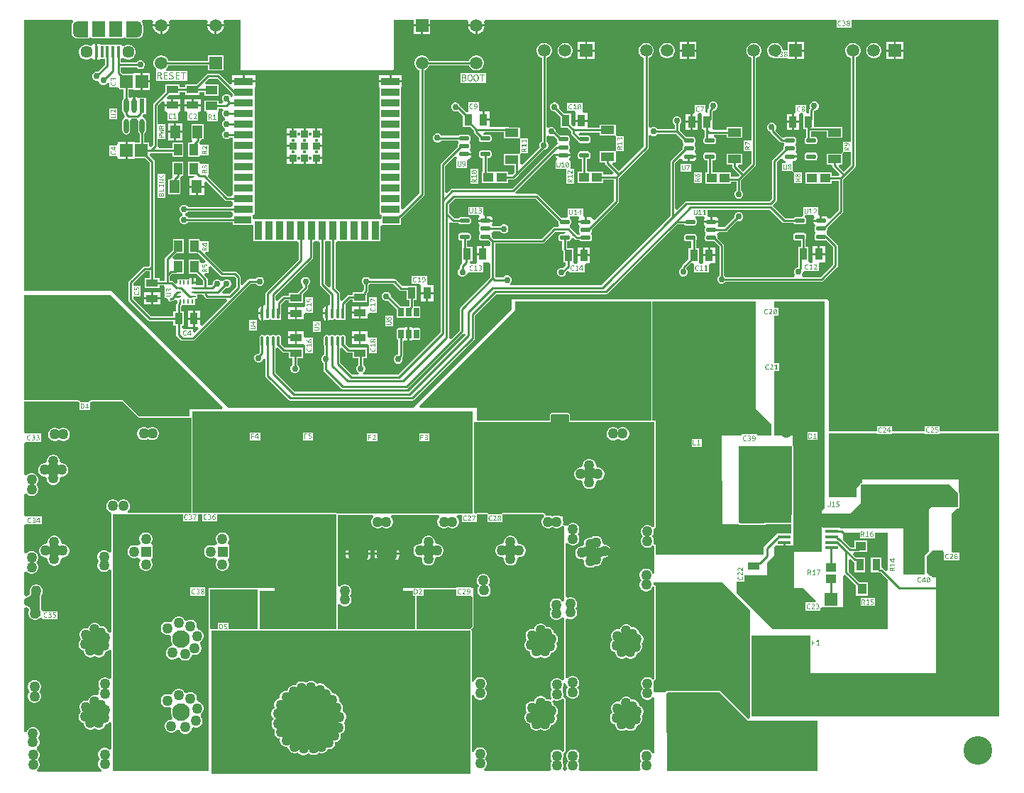
<source format=gtl>
G04*
G04 #@! TF.GenerationSoftware,Altium Limited,Altium Designer,25.8.1 (18)*
G04*
G04 Layer_Physical_Order=1*
G04 Layer_Color=255*
%FSLAX42Y42*%
%MOMM*%
G71*
G04*
G04 #@! TF.SameCoordinates,874FC4BF-8C61-49E1-ACD6-6D65B42AE4DE*
G04*
G04*
G04 #@! TF.FilePolarity,Positive*
G04*
G01*
G75*
%ADD16C,0.25*%
%ADD20C,0.50*%
G04:AMPARAMS|DCode=21|XSize=1.21mm|YSize=0.59mm|CornerRadius=0.15mm|HoleSize=0mm|Usage=FLASHONLY|Rotation=180.000|XOffset=0mm|YOffset=0mm|HoleType=Round|Shape=RoundedRectangle|*
%AMROUNDEDRECTD21*
21,1,1.21,0.30,0,0,180.0*
21,1,0.92,0.59,0,0,180.0*
1,1,0.30,-0.46,0.15*
1,1,0.30,0.46,0.15*
1,1,0.30,0.46,-0.15*
1,1,0.30,-0.46,-0.15*
%
%ADD21ROUNDEDRECTD21*%
%ADD22R,0.95X1.40*%
%ADD23R,1.30X4.50*%
%ADD24R,4.50X1.30*%
%ADD25R,1.21X1.06*%
%ADD26R,2.26X0.90*%
%ADD27R,0.90X0.90*%
%ADD28R,1.40X0.95*%
G04:AMPARAMS|DCode=29|XSize=1.25mm|YSize=0.34mm|CornerRadius=0.17mm|HoleSize=0mm|Usage=FLASHONLY|Rotation=270.000|XOffset=0mm|YOffset=0mm|HoleType=Round|Shape=RoundedRectangle|*
%AMROUNDEDRECTD29*
21,1,1.25,0.00,0,0,270.0*
21,1,0.92,0.34,0,0,270.0*
1,1,0.34,0.00,-0.46*
1,1,0.34,0.00,0.46*
1,1,0.34,0.00,0.46*
1,1,0.34,0.00,-0.46*
%
%ADD29ROUNDEDRECTD29*%
G04:AMPARAMS|DCode=30|XSize=2.25mm|YSize=2.13mm|CornerRadius=0.16mm|HoleSize=0mm|Usage=FLASHONLY|Rotation=90.000|XOffset=0mm|YOffset=0mm|HoleType=Round|Shape=RoundedRectangle|*
%AMROUNDEDRECTD30*
21,1,2.25,1.81,0,0,90.0*
21,1,1.93,2.13,0,0,90.0*
1,1,0.32,0.91,0.97*
1,1,0.32,0.91,-0.97*
1,1,0.32,-0.91,-0.97*
1,1,0.32,-0.91,0.97*
%
%ADD30ROUNDEDRECTD30*%
G04:AMPARAMS|DCode=31|XSize=1.1mm|YSize=0.6mm|CornerRadius=0.05mm|HoleSize=0mm|Usage=FLASHONLY|Rotation=90.000|XOffset=0mm|YOffset=0mm|HoleType=Round|Shape=RoundedRectangle|*
%AMROUNDEDRECTD31*
21,1,1.10,0.50,0,0,90.0*
21,1,1.00,0.60,0,0,90.0*
1,1,0.10,0.25,0.50*
1,1,0.10,0.25,-0.50*
1,1,0.10,-0.25,-0.50*
1,1,0.10,-0.25,0.50*
%
%ADD31ROUNDEDRECTD31*%
%ADD32R,1.11X1.31*%
%ADD33R,1.55X1.55*%
G04:AMPARAMS|DCode=34|XSize=2.25mm|YSize=2.13mm|CornerRadius=0.16mm|HoleSize=0mm|Usage=FLASHONLY|Rotation=0.000|XOffset=0mm|YOffset=0mm|HoleType=Round|Shape=RoundedRectangle|*
%AMROUNDEDRECTD34*
21,1,2.25,1.81,0,0,0.0*
21,1,1.93,2.13,0,0,0.0*
1,1,0.32,0.97,-0.91*
1,1,0.32,-0.97,-0.91*
1,1,0.32,-0.97,0.91*
1,1,0.32,0.97,0.91*
%
%ADD34ROUNDEDRECTD34*%
%ADD35R,1.20X1.50*%
%ADD36R,0.25X0.48*%
%ADD37R,0.48X0.25*%
%ADD38R,1.50X1.55*%
G04:AMPARAMS|DCode=39|XSize=1.71mm|YSize=0.62mm|CornerRadius=0.31mm|HoleSize=0mm|Usage=FLASHONLY|Rotation=270.000|XOffset=0mm|YOffset=0mm|HoleType=Round|Shape=RoundedRectangle|*
%AMROUNDEDRECTD39*
21,1,1.71,0.00,0,0,270.0*
21,1,1.09,0.62,0,0,270.0*
1,1,0.62,0.00,-0.55*
1,1,0.62,0.00,0.55*
1,1,0.62,0.00,0.55*
1,1,0.62,0.00,-0.55*
%
%ADD39ROUNDEDRECTD39*%
%ADD40R,0.40X1.35*%
%ADD41R,2.90X5.40*%
%ADD42R,0.96X1.47*%
%ADD43R,2.79X3.81*%
%ADD44R,0.34X1.25*%
%ADD45R,1.01X1.41*%
%ADD46R,1.41X1.01*%
%ADD47R,1.50X1.90*%
%ADD48R,0.90X2.26*%
%ADD49R,2.03X0.90*%
%ADD50R,0.62X1.71*%
%ADD51R,1.60X1.00*%
%ADD52R,1.31X1.11*%
%ADD55R,1.60X0.30*%
%ADD76R,1.30X1.30*%
%ADD80C,2.45*%
%ADD81R,2.45X2.45*%
%ADD82R,2.45X2.45*%
%ADD83C,1.30*%
%ADD88C,0.63*%
%ADD90R,3.40X5.00*%
%ADD91O,4.00X2.00*%
%ADD92O,4.50X2.00*%
%ADD93O,2.00X4.00*%
%ADD94R,1.51X1.51*%
%ADD95C,1.50*%
%ADD96R,1.50X1.50*%
%ADD97C,2.10*%
%ADD98C,5.42*%
%ADD99R,4.92X4.92*%
%ADD100C,1.45*%
%ADD101C,0.40*%
%ADD102C,1.51*%
%ADD103C,1.27*%
%ADD104C,3.43*%
%ADD105C,0.76*%
G36*
X14211Y7709D02*
X13512D01*
Y7775D01*
X13333D01*
Y7709D01*
X12945D01*
Y7775D01*
X12761D01*
Y7709D01*
X12192D01*
Y9258D01*
X12167Y9284D01*
X8407D01*
X8407Y9169D01*
X7226Y7988D01*
X5029D01*
X3632Y9385D01*
X2591D01*
Y12619D01*
X2603Y12624D01*
X3162D01*
X3169Y12609D01*
X3172Y12598D01*
X3163Y12587D01*
X3156Y12571D01*
X3155Y12557D01*
X3154Y12554D01*
X3154Y12464D01*
X3155Y12462D01*
X3156Y12448D01*
X3163Y12432D01*
X3173Y12418D01*
X3187Y12408D01*
X3203Y12401D01*
X3217Y12399D01*
X3220Y12398D01*
X3350D01*
X3361Y12403D01*
X3366Y12414D01*
X3390Y12411D01*
Y12400D01*
X3564D01*
X3570Y12400D01*
X3590D01*
X3595Y12400D01*
X3770D01*
Y12411D01*
X3794Y12414D01*
X3798Y12403D01*
X3810Y12398D01*
X3940D01*
X3942Y12399D01*
X3957Y12401D01*
X3973Y12408D01*
X3986Y12418D01*
X3997Y12432D01*
X4003Y12448D01*
X4005Y12462D01*
X4006Y12464D01*
X4006Y12555D01*
X4005Y12557D01*
X4003Y12571D01*
X3997Y12587D01*
X3988Y12598D01*
X3990Y12609D01*
X3998Y12624D01*
X4115D01*
X4130Y12598D01*
X4128Y12595D01*
X4121Y12570D01*
Y12569D01*
X4222D01*
X4322D01*
Y12570D01*
X4315Y12595D01*
X4313Y12598D01*
X4328Y12624D01*
X4765D01*
X4780Y12598D01*
X4778Y12595D01*
X4771Y12570D01*
Y12569D01*
X4872D01*
X4972D01*
Y12570D01*
X4965Y12595D01*
X4963Y12598D01*
X4978Y12624D01*
X5166D01*
Y12036D01*
X5171Y12025D01*
X5182Y12020D01*
X6982D01*
X6993Y12025D01*
X6998Y12036D01*
Y12624D01*
X7233D01*
Y12569D01*
X7433D01*
Y12624D01*
X7877D01*
X7891Y12598D01*
X7890Y12595D01*
X7883Y12570D01*
Y12569D01*
X8083D01*
Y12570D01*
X8077Y12595D01*
X8075Y12598D01*
X8090Y12624D01*
X12278D01*
Y12533D01*
X12459D01*
Y12624D01*
X14211D01*
Y7709D01*
D02*
G37*
G36*
X3990Y12464D02*
X3940D01*
Y12555D01*
X3990D01*
X3990Y12464D01*
D02*
G37*
G36*
X3220Y12464D02*
X3170D01*
X3170Y12554D01*
X3220D01*
Y12464D01*
D02*
G37*
G36*
X3940Y12414D02*
X3810D01*
Y12604D01*
X3940D01*
Y12414D01*
D02*
G37*
G36*
X3350D02*
X3220D01*
Y12604D01*
X3350D01*
Y12414D01*
D02*
G37*
G36*
X3955Y7874D02*
X4581D01*
Y6734D01*
X4483D01*
X4481Y6735D01*
X3832D01*
X3825Y6748D01*
X3823Y6760D01*
X3835Y6772D01*
X3845Y6790D01*
X3850Y6810D01*
Y6830D01*
X3845Y6850D01*
X3835Y6868D01*
X3820Y6883D01*
X3802Y6893D01*
X3782Y6898D01*
X3762D01*
X3742Y6893D01*
X3724Y6883D01*
X3708Y6869D01*
X3693Y6883D01*
X3675Y6893D01*
X3655Y6898D01*
X3635D01*
X3615Y6893D01*
X3597Y6883D01*
X3582Y6868D01*
X3572Y6850D01*
X3566Y6830D01*
Y6810D01*
X3572Y6790D01*
X3582Y6772D01*
X3597Y6757D01*
X3615Y6747D01*
X3617Y6746D01*
X3629Y6718D01*
X3629Y6717D01*
Y6270D01*
X3610Y6263D01*
X3603Y6262D01*
X3590Y6275D01*
X3572Y6286D01*
X3552Y6291D01*
X3532D01*
X3512Y6286D01*
X3494Y6275D01*
X3479Y6261D01*
X3469Y6243D01*
X3463Y6223D01*
Y6202D01*
X3469Y6182D01*
X3479Y6164D01*
X3482Y6162D01*
X3479Y6159D01*
X3469Y6141D01*
X3463Y6121D01*
Y6100D01*
X3469Y6080D01*
X3479Y6063D01*
X3494Y6048D01*
X3512Y6038D01*
X3532Y6032D01*
X3552D01*
X3572Y6038D01*
X3590Y6048D01*
X3603Y6061D01*
X3610Y6061D01*
X3629Y6053D01*
Y5319D01*
X3608Y5309D01*
X3603Y5308D01*
X3586Y5318D01*
X3584Y5319D01*
X3578Y5339D01*
X3568Y5357D01*
X3553Y5371D01*
X3535Y5382D01*
X3516Y5387D01*
X3496D01*
X3492Y5395D01*
X3477Y5410D01*
X3459Y5420D01*
X3439Y5425D01*
X3419D01*
X3399Y5420D01*
X3381Y5410D01*
X3366Y5395D01*
X3356Y5377D01*
X3351Y5358D01*
X3338Y5362D01*
X3317D01*
X3297Y5356D01*
X3279Y5346D01*
X3265Y5331D01*
X3254Y5313D01*
X3249Y5294D01*
Y5273D01*
X3254Y5253D01*
X3265Y5235D01*
X3252Y5217D01*
X3242Y5199D01*
X3236Y5179D01*
Y5159D01*
X3242Y5139D01*
X3252Y5121D01*
X3267Y5106D01*
X3284Y5096D01*
X3300Y5092D01*
Y5082D01*
X3305Y5062D01*
X3315Y5044D01*
X3330Y5030D01*
X3348Y5020D01*
X3368Y5014D01*
X3389D01*
X3408Y5020D01*
X3426Y5030D01*
X3429Y5032D01*
X3432Y5030D01*
X3449Y5020D01*
X3469Y5014D01*
X3490D01*
X3510Y5020D01*
X3528Y5030D01*
X3543Y5044D01*
X3553Y5062D01*
X3557Y5079D01*
X3574Y5083D01*
X3592Y5093D01*
X3603Y5105D01*
X3615Y5103D01*
X3629Y5096D01*
Y4764D01*
X3603Y4754D01*
X3599Y4758D01*
X3581Y4769D01*
X3561Y4774D01*
X3540D01*
X3520Y4769D01*
X3502Y4758D01*
X3488Y4744D01*
X3478Y4726D01*
X3472Y4706D01*
Y4685D01*
X3478Y4665D01*
X3488Y4647D01*
X3497Y4638D01*
X3488Y4629D01*
X3478Y4611D01*
X3472Y4591D01*
Y4578D01*
X3469Y4574D01*
X3458Y4564D01*
X3449Y4559D01*
X3439Y4562D01*
X3419D01*
X3399Y4556D01*
X3381Y4546D01*
X3366Y4531D01*
X3356Y4513D01*
X3351Y4495D01*
X3338Y4498D01*
X3317D01*
X3297Y4493D01*
X3279Y4482D01*
X3265Y4468D01*
X3254Y4450D01*
X3249Y4430D01*
Y4409D01*
X3254Y4389D01*
X3265Y4371D01*
X3252Y4353D01*
X3242Y4336D01*
X3236Y4316D01*
Y4295D01*
X3242Y4275D01*
X3252Y4257D01*
X3267Y4242D01*
X3284Y4232D01*
X3300Y4228D01*
Y4219D01*
X3305Y4199D01*
X3315Y4181D01*
X3330Y4166D01*
X3348Y4156D01*
X3368Y4151D01*
X3389D01*
X3408Y4156D01*
X3426Y4166D01*
X3429Y4169D01*
X3432Y4166D01*
X3449Y4156D01*
X3469Y4151D01*
X3490D01*
X3510Y4156D01*
X3528Y4166D01*
X3543Y4181D01*
X3553Y4199D01*
X3557Y4215D01*
X3574Y4219D01*
X3592Y4230D01*
X3603Y4242D01*
X3615Y4240D01*
X3629Y4233D01*
Y3922D01*
X3603Y3912D01*
X3597Y3918D01*
X3579Y3928D01*
X3559Y3934D01*
X3538D01*
X3518Y3928D01*
X3501Y3918D01*
X3486Y3903D01*
X3476Y3885D01*
X3470Y3865D01*
Y3845D01*
X3476Y3825D01*
X3486Y3807D01*
X3495Y3798D01*
X3486Y3789D01*
X3476Y3771D01*
X3470Y3751D01*
Y3730D01*
X3476Y3710D01*
X3486Y3693D01*
X3501Y3678D01*
X3514Y3670D01*
X3512Y3651D01*
X3509Y3645D01*
X2749D01*
X2742Y3670D01*
X2743Y3671D01*
X2758Y3685D01*
X2768Y3703D01*
X2774Y3723D01*
Y3744D01*
X2768Y3764D01*
X2758Y3782D01*
X2749Y3791D01*
X2758Y3800D01*
X2768Y3818D01*
X2774Y3838D01*
Y3858D01*
X2768Y3878D01*
X2758Y3896D01*
X2743Y3911D01*
X2742Y3927D01*
X2743Y3940D01*
X2755Y3952D01*
X2766Y3970D01*
X2771Y3990D01*
Y4011D01*
X2766Y4031D01*
X2755Y4049D01*
X2753Y4051D01*
X2755Y4054D01*
X2766Y4072D01*
X2771Y4092D01*
Y4112D01*
X2766Y4132D01*
X2755Y4150D01*
X2741Y4165D01*
X2723Y4175D01*
X2703Y4181D01*
X2682D01*
X2662Y4175D01*
X2644Y4165D01*
X2630Y4150D01*
X2619Y4132D01*
X2616Y4121D01*
X2591Y4124D01*
Y5602D01*
X2610Y5612D01*
X2616Y5613D01*
X2633Y5604D01*
X2637Y5603D01*
X2639Y5601D01*
X2649Y5574D01*
X2645Y5567D01*
X2639Y5548D01*
Y5527D01*
X2645Y5507D01*
X2655Y5489D01*
X2670Y5474D01*
X2688Y5464D01*
X2707Y5459D01*
X2728D01*
X2748Y5464D01*
X2766Y5474D01*
X2779Y5487D01*
X2786Y5487D01*
X2804Y5479D01*
Y5471D01*
X2984D01*
Y5565D01*
X2815D01*
X2803Y5566D01*
X2791Y5574D01*
X2793Y5592D01*
X2793D01*
Y5755D01*
X2793Y5756D01*
X2804Y5774D01*
X2809Y5794D01*
Y5814D01*
X2804Y5834D01*
X2793Y5852D01*
X2779Y5867D01*
X2761Y5877D01*
X2741Y5882D01*
X2720D01*
X2700Y5877D01*
X2682Y5867D01*
X2668Y5852D01*
X2657Y5834D01*
X2652Y5814D01*
Y5794D01*
X2655Y5781D01*
X2654Y5770D01*
X2640Y5752D01*
X2633Y5750D01*
X2616Y5741D01*
X2610Y5742D01*
X2591Y5752D01*
Y6030D01*
X2603Y6036D01*
X2616Y6039D01*
X2628Y6028D01*
X2645Y6017D01*
X2665Y6012D01*
X2686D01*
X2706Y6017D01*
X2724Y6028D01*
X2739Y6042D01*
X2749Y6060D01*
X2754Y6080D01*
Y6101D01*
X2749Y6121D01*
X2739Y6139D01*
X2730Y6148D01*
X2739Y6156D01*
X2749Y6174D01*
X2754Y6194D01*
Y6215D01*
X2749Y6235D01*
X2739Y6253D01*
X2724Y6267D01*
X2706Y6278D01*
X2686Y6283D01*
X2665D01*
X2645Y6278D01*
X2628Y6267D01*
X2616Y6256D01*
X2603Y6259D01*
X2591Y6265D01*
Y6596D01*
X2614Y6602D01*
X2616Y6602D01*
X2798D01*
Y6696D01*
X2616D01*
X2614Y6696D01*
X2591Y6701D01*
Y6957D01*
X2603Y6964D01*
X2616Y6966D01*
X2628Y6955D01*
X2645Y6944D01*
X2665Y6939D01*
X2686D01*
X2706Y6944D01*
X2724Y6955D01*
X2739Y6969D01*
X2749Y6987D01*
X2754Y7007D01*
Y7028D01*
X2749Y7048D01*
X2739Y7066D01*
X2730Y7075D01*
X2739Y7084D01*
X2749Y7101D01*
X2754Y7121D01*
Y7142D01*
X2749Y7162D01*
X2739Y7180D01*
X2724Y7195D01*
X2706Y7205D01*
X2686Y7210D01*
X2665D01*
X2645Y7205D01*
X2628Y7195D01*
X2616Y7183D01*
X2603Y7186D01*
X2591Y7192D01*
Y7569D01*
X2607Y7588D01*
X2616Y7588D01*
X2786D01*
Y7682D01*
X2616D01*
X2607Y7682D01*
X2591Y7701D01*
Y8064D01*
X3222D01*
X3246Y8059D01*
X3246Y8039D01*
Y7967D01*
X3375D01*
X3375Y8059D01*
X3398Y8064D01*
X3764D01*
X3955Y7874D01*
D02*
G37*
G36*
X4955Y7999D02*
X4945Y7976D01*
X4559D01*
Y7890D01*
X3961D01*
X3776Y8076D01*
X3764Y8081D01*
X3398D01*
X3396Y8080D01*
X3394Y8080D01*
X3371Y8075D01*
X3368Y8072D01*
X3363Y8070D01*
X3363Y8068D01*
X3361Y8067D01*
X3360Y8063D01*
X3359Y8059D01*
X3262D01*
X3260Y8063D01*
X3259Y8067D01*
X3258Y8068D01*
X3257Y8070D01*
X3253Y8072D01*
X3249Y8075D01*
X3226Y8080D01*
X3224Y8080D01*
X3222Y8081D01*
X2591D01*
X2590Y8081D01*
Y9333D01*
X2591Y9335D01*
X3619D01*
X4955Y7999D01*
D02*
G37*
G36*
X10068Y7839D02*
X9101D01*
Y7904D01*
X9099Y7916D01*
X9092Y7926D01*
X9082Y7933D01*
X9069Y7935D01*
X8888D01*
X8876Y7933D01*
X8866Y7926D01*
X8859Y7916D01*
X8857Y7904D01*
Y7839D01*
X7988D01*
Y7988D01*
X7310D01*
X7301Y8012D01*
X8446Y9157D01*
Y9258D01*
X10068D01*
Y7839D01*
D02*
G37*
G36*
X14224Y5969D02*
Y4318D01*
X14211Y4305D01*
X11268D01*
Y5275D01*
X11966D01*
Y4826D01*
X13465D01*
Y5969D01*
X13413D01*
Y5984D01*
X13396D01*
X13360Y6020D01*
Y6223D01*
X13424Y6287D01*
X13555D01*
X13561Y6264D01*
X13561Y6261D01*
Y6170D01*
X13743D01*
Y6264D01*
X13659D01*
X13652Y6287D01*
X13652Y6289D01*
Y6731D01*
X13712Y6791D01*
X13729D01*
X13740Y6796D01*
X13745Y6807D01*
Y6972D01*
X13741Y6981D01*
Y7137D01*
X12586D01*
Y7099D01*
X12577Y7090D01*
X12573D01*
X12562Y7085D01*
X12557Y7074D01*
Y7070D01*
X12522Y7036D01*
Y6921D01*
X12192D01*
Y7683D01*
X12761D01*
Y7681D01*
X12945D01*
Y7683D01*
X13333D01*
Y7681D01*
X13512D01*
Y7683D01*
X14224D01*
Y5969D01*
D02*
G37*
G36*
X11316Y7986D02*
X11503Y7799D01*
Y7662D01*
X11329D01*
Y7674D01*
X11148D01*
Y7662D01*
X10935Y7662D01*
X10918Y7662D01*
X10909Y7671D01*
X10910Y7640D01*
X10919Y6604D01*
X11104D01*
X11112Y6600D01*
X11117D01*
Y6598D01*
X11437D01*
Y6600D01*
X11736D01*
Y6490D01*
X11570D01*
X11405Y6325D01*
Y6236D01*
X10125D01*
Y6342D01*
X10124Y6345D01*
X10124Y6348D01*
X10122Y6350D01*
X10121Y6354D01*
X10118Y6355D01*
X10116Y6357D01*
X10099Y6368D01*
X10101Y6389D01*
X10101Y6390D01*
Y6411D01*
X10096Y6431D01*
X10086Y6449D01*
X10084Y6451D01*
Y6465D01*
X10086Y6467D01*
X10096Y6485D01*
X10101Y6505D01*
Y6525D01*
X10101Y6526D01*
X10099Y6547D01*
X10116Y6558D01*
X10118Y6561D01*
X10121Y6562D01*
X10122Y6565D01*
X10124Y6567D01*
X10124Y6570D01*
X10125Y6573D01*
Y7823D01*
X10121Y7835D01*
X10109Y7839D01*
X10084D01*
Y9258D01*
X11316D01*
Y7986D01*
D02*
G37*
G36*
X12141Y6794D02*
X12078Y6731D01*
X11780D01*
X11762Y6749D01*
X11764Y6807D01*
X11764Y6807D01*
X11764Y6807D01*
Y7531D01*
X11760Y7540D01*
Y7658D01*
X11532D01*
Y8431D01*
X11595D01*
Y8524D01*
X11532D01*
Y9091D01*
X11584D01*
Y9185D01*
X11532D01*
Y9258D01*
X12141D01*
Y6794D01*
D02*
G37*
G36*
X7938Y6731D02*
X6320D01*
X6312Y6735D01*
X4891D01*
X4889Y6734D01*
X4711D01*
X4709Y6735D01*
X4661D01*
X4659Y6734D01*
X4597D01*
Y7950D01*
X7938D01*
Y6731D01*
D02*
G37*
G36*
X6312Y5350D02*
X5397D01*
Y5804D01*
X5575D01*
Y5842D01*
X4788D01*
Y3658D01*
X3645D01*
Y6718D01*
X4481D01*
Y6640D01*
X4661D01*
Y6718D01*
X4709D01*
Y6640D01*
X4891D01*
Y6718D01*
X6312D01*
Y5350D01*
D02*
G37*
G36*
X8792Y6693D02*
X8791Y6692D01*
X8776Y6678D01*
X8766Y6660D01*
X8761Y6640D01*
Y6619D01*
X8766Y6599D01*
X8776Y6581D01*
X8791Y6567D01*
X8809Y6556D01*
X8829Y6551D01*
X8850D01*
X8869Y6556D01*
X8887Y6567D01*
X8890Y6569D01*
X8893Y6567D01*
X8911Y6556D01*
X8930Y6551D01*
X8951D01*
X8971Y6556D01*
X8989Y6567D01*
X9004Y6581D01*
X9004Y6582D01*
X9030Y6576D01*
Y5687D01*
X9004Y5680D01*
X9000Y5687D01*
X8986Y5702D01*
X8968Y5712D01*
X8948Y5717D01*
X8927D01*
X8907Y5712D01*
X8889Y5702D01*
X8875Y5687D01*
X8864Y5669D01*
X8859Y5649D01*
Y5628D01*
X8864Y5608D01*
X8875Y5591D01*
X8877Y5588D01*
X8875Y5585D01*
X8864Y5567D01*
X8859Y5548D01*
Y5527D01*
X8864Y5507D01*
X8875Y5489D01*
X8889Y5474D01*
X8907Y5464D01*
X8927Y5459D01*
X8948D01*
X8968Y5464D01*
X8986Y5474D01*
X9000Y5489D01*
X9004Y5496D01*
X9030Y5489D01*
Y4745D01*
X9013Y4737D01*
X9004Y4736D01*
X8992Y4749D01*
X8974Y4759D01*
X8954Y4765D01*
X8933D01*
X8913Y4759D01*
X8895Y4749D01*
X8881Y4734D01*
X8870Y4716D01*
X8865Y4696D01*
Y4676D01*
X8870Y4656D01*
X8881Y4638D01*
X8890Y4629D01*
X8881Y4620D01*
X8870Y4602D01*
X8865Y4582D01*
Y4561D01*
X8870Y4541D01*
X8881Y4524D01*
X8881Y4523D01*
X8866Y4503D01*
X8856Y4508D01*
X8836Y4514D01*
X8817D01*
X8812Y4521D01*
X8798Y4536D01*
X8780Y4546D01*
X8760Y4552D01*
X8739D01*
X8719Y4546D01*
X8701Y4536D01*
X8687Y4521D01*
X8676Y4504D01*
X8671Y4485D01*
X8658Y4488D01*
X8637D01*
X8617Y4483D01*
X8600Y4473D01*
X8585Y4458D01*
X8575Y4440D01*
X8569Y4420D01*
Y4399D01*
X8575Y4379D01*
X8585Y4362D01*
X8572Y4344D01*
X8562Y4326D01*
X8557Y4306D01*
Y4285D01*
X8562Y4265D01*
X8572Y4247D01*
X8587Y4233D01*
X8605Y4222D01*
X8620Y4218D01*
Y4209D01*
X8625Y4189D01*
X8636Y4171D01*
X8650Y4156D01*
X8668Y4146D01*
X8688Y4141D01*
X8709D01*
X8729Y4146D01*
X8747Y4156D01*
X8749Y4159D01*
X8752Y4156D01*
X8770Y4146D01*
X8790Y4141D01*
X8811D01*
X8830Y4146D01*
X8848Y4156D01*
X8863Y4171D01*
X8873Y4189D01*
X8878Y4205D01*
X8894Y4210D01*
X8912Y4220D01*
X8927Y4235D01*
X8937Y4252D01*
X8942Y4272D01*
Y4293D01*
X8937Y4313D01*
X8934Y4318D01*
X8939Y4323D01*
X8950Y4341D01*
X8955Y4361D01*
Y4382D01*
X8950Y4402D01*
X8939Y4420D01*
X8925Y4434D01*
X8907Y4445D01*
X8904Y4445D01*
X8899Y4465D01*
X8888Y4483D01*
X8888Y4484D01*
X8903Y4504D01*
X8913Y4499D01*
X8933Y4493D01*
X8954D01*
X8974Y4499D01*
X8992Y4509D01*
X9004Y4522D01*
X9013Y4521D01*
X9030Y4513D01*
Y3894D01*
X9013Y3886D01*
X9004Y3885D01*
X8992Y3898D01*
X8974Y3908D01*
X8954Y3914D01*
X8933D01*
X8913Y3908D01*
X8895Y3898D01*
X8881Y3883D01*
X8870Y3865D01*
X8865Y3846D01*
Y3825D01*
X8870Y3805D01*
X8881Y3787D01*
X8890Y3778D01*
X8881Y3769D01*
X8870Y3751D01*
X8865Y3731D01*
Y3711D01*
X8870Y3691D01*
X8875Y3683D01*
X8862Y3658D01*
X8861Y3658D01*
X8083D01*
X8076Y3683D01*
X8077Y3683D01*
X8092Y3698D01*
X8102Y3716D01*
X8108Y3736D01*
Y3757D01*
X8102Y3777D01*
X8092Y3794D01*
X8083Y3803D01*
X8092Y3812D01*
X8102Y3830D01*
X8108Y3850D01*
Y3871D01*
X8102Y3891D01*
X8092Y3909D01*
X8077Y3923D01*
X8059Y3934D01*
X8039Y3939D01*
X8019D01*
X7999Y3934D01*
X7981Y3923D01*
X7966Y3909D01*
X7956Y3891D01*
X7954Y3883D01*
X7928Y3886D01*
Y4559D01*
X7954Y4562D01*
X7956Y4554D01*
X7966Y4536D01*
X7981Y4522D01*
X7999Y4511D01*
X8019Y4506D01*
X8039D01*
X8059Y4511D01*
X8077Y4522D01*
X8092Y4536D01*
X8102Y4554D01*
X8108Y4574D01*
Y4595D01*
X8102Y4615D01*
X8092Y4633D01*
X8083Y4642D01*
X8092Y4651D01*
X8102Y4668D01*
X8108Y4688D01*
Y4709D01*
X8102Y4729D01*
X8092Y4747D01*
X8077Y4762D01*
X8059Y4772D01*
X8039Y4777D01*
X8019D01*
X7999Y4772D01*
X7981Y4762D01*
X7966Y4747D01*
X7956Y4729D01*
X7954Y4721D01*
X7928Y4724D01*
Y5334D01*
X7924Y5345D01*
X7950Y5372D01*
Y5842D01*
X7925D01*
Y5845D01*
X7745D01*
Y5842D01*
X7350D01*
Y5844D01*
X7224D01*
Y5842D01*
X7112D01*
Y5804D01*
X7224D01*
Y5751D01*
X7252D01*
Y5350D01*
X6328D01*
Y5642D01*
X6342Y5649D01*
X6354Y5651D01*
X6365Y5639D01*
X6383Y5629D01*
X6403Y5624D01*
X6424D01*
X6444Y5629D01*
X6462Y5639D01*
X6476Y5654D01*
X6487Y5672D01*
X6492Y5692D01*
Y5713D01*
X6487Y5733D01*
X6476Y5751D01*
X6474Y5753D01*
X6476Y5756D01*
X6487Y5774D01*
X6492Y5794D01*
Y5814D01*
X6487Y5834D01*
X6476Y5852D01*
X6462Y5867D01*
X6444Y5877D01*
X6424Y5882D01*
X6403D01*
X6383Y5877D01*
X6365Y5867D01*
X6354Y5855D01*
X6342Y5857D01*
X6328Y5864D01*
Y6715D01*
X6747D01*
X6754Y6701D01*
X6756Y6689D01*
X6744Y6678D01*
X6734Y6660D01*
X6729Y6640D01*
Y6619D01*
X6734Y6599D01*
X6744Y6581D01*
X6759Y6567D01*
X6777Y6556D01*
X6797Y6551D01*
X6818D01*
X6838Y6556D01*
X6855Y6567D01*
X6858Y6569D01*
X6861Y6567D01*
X6879Y6556D01*
X6898Y6551D01*
X6919D01*
X6939Y6556D01*
X6957Y6567D01*
X6972Y6581D01*
X6982Y6599D01*
X6987Y6619D01*
Y6640D01*
X6982Y6660D01*
X6972Y6678D01*
X6960Y6689D01*
X6962Y6701D01*
X6969Y6715D01*
X7535D01*
X7542Y6701D01*
X7544Y6689D01*
X7532Y6678D01*
X7521Y6660D01*
X7516Y6640D01*
Y6619D01*
X7521Y6599D01*
X7532Y6581D01*
X7546Y6567D01*
X7564Y6556D01*
X7584Y6551D01*
X7605D01*
X7625Y6556D01*
X7643Y6567D01*
X7645Y6569D01*
X7648Y6567D01*
X7666Y6556D01*
X7686Y6551D01*
X7707D01*
X7726Y6556D01*
X7744Y6567D01*
X7759Y6581D01*
X7769Y6599D01*
X7775Y6619D01*
Y6640D01*
X7769Y6660D01*
X7759Y6678D01*
X7747Y6689D01*
X7749Y6701D01*
X7756Y6715D01*
X7808D01*
Y6627D01*
X7989D01*
Y6718D01*
X8113D01*
Y6627D01*
X8294D01*
Y6718D01*
X8785D01*
X8792Y6693D01*
D02*
G37*
G36*
X11747Y6807D02*
X11743Y6620D01*
X11740Y6617D01*
X11112D01*
Y7531D01*
X11747D01*
Y6807D01*
D02*
G37*
G36*
X10109Y6573D02*
X10093Y6566D01*
X10084Y6565D01*
X10071Y6578D01*
X10053Y6588D01*
X10033Y6593D01*
X10013D01*
X9993Y6588D01*
X9975Y6578D01*
X9960Y6563D01*
X9950Y6545D01*
X9944Y6525D01*
Y6505D01*
X9950Y6485D01*
X9960Y6467D01*
X9969Y6458D01*
X9960Y6449D01*
X9950Y6431D01*
X9944Y6411D01*
Y6390D01*
X9950Y6370D01*
X9960Y6352D01*
X9975Y6338D01*
X9993Y6327D01*
X10013Y6322D01*
X10033D01*
X10053Y6327D01*
X10071Y6338D01*
X10084Y6350D01*
X10093Y6349D01*
X10109Y6342D01*
Y6017D01*
X10084Y6013D01*
X10081Y6025D01*
X10070Y6043D01*
X10056Y6057D01*
X10038Y6068D01*
X10018Y6073D01*
X9997D01*
X9977Y6068D01*
X9959Y6057D01*
X9945Y6043D01*
X9934Y6025D01*
X9929Y6005D01*
Y5984D01*
X9934Y5964D01*
X9945Y5946D01*
X9954Y5937D01*
X9945Y5928D01*
X9934Y5910D01*
X9929Y5890D01*
Y5870D01*
X9934Y5850D01*
X9945Y5832D01*
X9959Y5817D01*
X9977Y5807D01*
X9997Y5802D01*
X10018D01*
X10038Y5807D01*
X10056Y5817D01*
X10070Y5832D01*
X10081Y5850D01*
X10084Y5861D01*
X10109Y5858D01*
Y4757D01*
X10093Y4750D01*
X10084Y4749D01*
X10071Y4762D01*
X10053Y4772D01*
X10033Y4777D01*
X10013D01*
X9993Y4772D01*
X9975Y4762D01*
X9960Y4747D01*
X9950Y4729D01*
X9944Y4709D01*
Y4688D01*
X9950Y4668D01*
X9960Y4651D01*
X9969Y4642D01*
X9960Y4633D01*
X9950Y4615D01*
X9944Y4595D01*
Y4574D01*
X9950Y4554D01*
X9960Y4536D01*
X9975Y4522D01*
X9993Y4511D01*
X10013Y4506D01*
X10033D01*
X10053Y4511D01*
X10071Y4522D01*
X10084Y4534D01*
X10093Y4533D01*
X10109Y4526D01*
Y3867D01*
X10084Y3864D01*
X10083Y3865D01*
X10073Y3883D01*
X10058Y3898D01*
X10041Y3908D01*
X10021Y3914D01*
X10000D01*
X9980Y3908D01*
X9962Y3898D01*
X9947Y3883D01*
X9937Y3865D01*
X9932Y3846D01*
Y3825D01*
X9937Y3805D01*
X9947Y3787D01*
X9956Y3778D01*
X9947Y3769D01*
X9937Y3751D01*
X9932Y3731D01*
Y3711D01*
X9937Y3691D01*
X9941Y3683D01*
X9929Y3658D01*
X9928Y3658D01*
X9216D01*
X9216Y3658D01*
X9203Y3683D01*
X9207Y3691D01*
X9212Y3711D01*
Y3731D01*
X9207Y3751D01*
X9197Y3769D01*
X9188Y3778D01*
X9197Y3787D01*
X9207Y3805D01*
X9212Y3825D01*
Y3846D01*
X9207Y3865D01*
X9197Y3883D01*
X9182Y3898D01*
X9164Y3908D01*
X9144Y3914D01*
X9124D01*
X9104Y3908D01*
X9086Y3898D01*
X9071Y3883D01*
X9061Y3865D01*
X9055Y3846D01*
Y3825D01*
X9061Y3805D01*
X9071Y3787D01*
X9080Y3778D01*
X9071Y3769D01*
X9061Y3751D01*
X9055Y3731D01*
Y3711D01*
X9061Y3691D01*
X9065Y3683D01*
X9054Y3661D01*
X9038Y3659D01*
X9017Y3679D01*
Y3692D01*
X9022Y3711D01*
Y3731D01*
X9017Y3750D01*
Y3806D01*
X9022Y3825D01*
Y3846D01*
X9022Y3847D01*
X9020Y3871D01*
X9036Y3879D01*
X9038Y3881D01*
X9041Y3882D01*
X9042Y3885D01*
X9045Y3888D01*
X9045Y3891D01*
X9046Y3894D01*
Y4513D01*
X9045Y4516D01*
X9045Y4519D01*
X9042Y4522D01*
X9041Y4525D01*
X9038Y4526D01*
X9036Y4528D01*
X9020Y4536D01*
X9022Y4560D01*
X9022Y4561D01*
Y4582D01*
X9017Y4601D01*
Y4657D01*
X9022Y4676D01*
Y4696D01*
X9022Y4698D01*
X9021Y4702D01*
X9027Y4706D01*
X9035Y4704D01*
X9055Y4693D01*
X9058Y4681D01*
X9068Y4663D01*
X9077Y4655D01*
X9068Y4646D01*
X9058Y4628D01*
X9053Y4608D01*
Y4587D01*
X9058Y4567D01*
X9068Y4549D01*
X9083Y4535D01*
X9101Y4524D01*
X9121Y4519D01*
X9142D01*
X9162Y4524D01*
X9179Y4535D01*
X9194Y4549D01*
X9204Y4567D01*
X9210Y4587D01*
Y4608D01*
X9204Y4628D01*
X9194Y4646D01*
X9185Y4655D01*
X9194Y4663D01*
X9204Y4681D01*
X9210Y4701D01*
Y4722D01*
X9204Y4742D01*
X9194Y4760D01*
X9179Y4775D01*
X9162Y4785D01*
X9142Y4790D01*
X9121D01*
X9101Y4785D01*
X9083Y4775D01*
X9071Y4763D01*
X9059Y4765D01*
X9046Y4772D01*
Y5465D01*
X9071Y5479D01*
X9076Y5477D01*
X9096Y5471D01*
X9116D01*
X9136Y5477D01*
X9154Y5487D01*
X9169Y5502D01*
X9179Y5520D01*
X9184Y5540D01*
Y5560D01*
X9179Y5580D01*
X9169Y5598D01*
X9166Y5601D01*
X9169Y5603D01*
X9179Y5621D01*
X9184Y5641D01*
Y5662D01*
X9179Y5682D01*
X9169Y5700D01*
X9154Y5714D01*
X9136Y5725D01*
X9116Y5730D01*
X9096D01*
X9076Y5725D01*
X9071Y5722D01*
X9046Y5737D01*
Y6371D01*
X9070Y6378D01*
X9071Y6378D01*
X9086Y6363D01*
X9104Y6353D01*
X9124Y6347D01*
X9144D01*
X9164Y6353D01*
X9182Y6363D01*
X9197Y6378D01*
X9207Y6396D01*
X9212Y6416D01*
Y6436D01*
X9207Y6456D01*
X9197Y6474D01*
X9188Y6483D01*
X9197Y6492D01*
X9207Y6510D01*
X9212Y6530D01*
Y6551D01*
X9207Y6571D01*
X9197Y6588D01*
X9182Y6603D01*
X9164Y6613D01*
X9144Y6619D01*
X9124D01*
X9104Y6613D01*
X9086Y6603D01*
X9071Y6588D01*
X9069Y6585D01*
X9068Y6585D01*
X9052Y6584D01*
X9049Y6584D01*
X9041Y6587D01*
X9037Y6589D01*
X9034Y6591D01*
X9017Y6596D01*
Y6610D01*
X9019Y6619D01*
Y6640D01*
X9017Y6648D01*
Y6693D01*
X8988D01*
X8971Y6703D01*
X8951Y6708D01*
X8930D01*
X8911Y6703D01*
X8894Y6693D01*
X8886D01*
X8869Y6703D01*
X8850Y6708D01*
X8829D01*
X8809Y6703D01*
X8806Y6704D01*
X8801Y6723D01*
X8798Y6726D01*
X8797Y6730D01*
X8795Y6731D01*
X8793Y6732D01*
X8789Y6733D01*
X8785Y6735D01*
X8294D01*
X8282Y6730D01*
X8279Y6721D01*
X8128D01*
X8124Y6730D01*
X8113Y6735D01*
X7989D01*
X7979Y6731D01*
X7954Y6740D01*
Y7823D01*
X10109D01*
Y6573D01*
D02*
G37*
G36*
X12890Y6053D02*
X12867Y6044D01*
X12835Y6076D01*
X12826Y6082D01*
X12817Y6083D01*
Y6205D01*
X12691D01*
Y6028D01*
X12787D01*
X12790Y6027D01*
X12804D01*
X12890Y5940D01*
Y5347D01*
X11519D01*
X11087Y5778D01*
Y5919D01*
X11178D01*
Y5994D01*
X11455D01*
Y6147D01*
X11532Y6223D01*
Y6334D01*
X11553Y6345D01*
X11645D01*
Y6385D01*
X11671D01*
Y6345D01*
X11763D01*
X11773Y6323D01*
Y5842D01*
X11887D01*
X12039Y5690D01*
X12029Y5667D01*
X11910D01*
Y5573D01*
X12090D01*
Y5606D01*
X12113Y5616D01*
X12114Y5615D01*
X12357D01*
Y5987D01*
X12382Y5998D01*
X12511Y5869D01*
Y5748D01*
X12652D01*
Y5909D01*
X12551D01*
X12423Y6037D01*
Y6179D01*
X12447Y6188D01*
X12478Y6157D01*
X12478Y6157D01*
X12487Y6151D01*
X12496Y6149D01*
Y6028D01*
X12622D01*
Y6205D01*
X12526D01*
X12524Y6205D01*
X12523Y6205D01*
X12510D01*
X12479Y6236D01*
X12486Y6265D01*
X12494Y6269D01*
X12644D01*
Y6404D01*
X12494D01*
Y6327D01*
X12450D01*
X12357Y6420D01*
Y6502D01*
X12558D01*
Y6436D01*
X12736D01*
Y6502D01*
X12890D01*
Y6053D01*
D02*
G37*
G36*
X13729Y6972D02*
Y6807D01*
X13411D01*
X13386Y6782D01*
Y6274D01*
X13373D01*
X13331Y6232D01*
Y6004D01*
X13084D01*
X13081Y6007D01*
Y6553D01*
X12323D01*
Y6556D01*
X12113D01*
X12103Y6577D01*
Y6731D01*
X12446D01*
X12573Y6858D01*
Y7074D01*
X13627D01*
X13729Y6972D01*
D02*
G37*
G36*
X2755Y5862D02*
X2769Y5854D01*
X2780Y5842D01*
X2781Y5840D01*
Y5767D01*
X2779Y5764D01*
X2779Y5760D01*
X2777Y5755D01*
Y5593D01*
X2775Y5575D01*
X2776Y5573D01*
X2776Y5571D01*
X2778Y5567D01*
X2779Y5563D01*
X2781Y5562D01*
X2781Y5562D01*
Y5527D01*
X2779Y5504D01*
X2774Y5502D01*
X2769Y5500D01*
X2768Y5499D01*
X2768Y5499D01*
X2756Y5487D01*
X2742Y5479D01*
X2726Y5475D01*
X2710D01*
X2694Y5479D01*
X2680Y5487D01*
X2668Y5499D01*
X2660Y5513D01*
X2656Y5529D01*
Y5545D01*
X2660Y5561D01*
X2663Y5566D01*
X2663Y5567D01*
X2663Y5567D01*
X2663Y5573D01*
X2664Y5578D01*
X2664Y5579D01*
X2664Y5580D01*
X2654Y5606D01*
X2652Y5609D01*
X2650Y5612D01*
X2648Y5614D01*
X2646Y5615D01*
X2646Y5615D01*
X2646Y5615D01*
X2644Y5616D01*
X2641Y5618D01*
X2639Y5619D01*
X2624Y5627D01*
X2618Y5628D01*
X2612Y5629D01*
X2595Y5642D01*
X2591Y5648D01*
X2591Y5706D01*
X2595Y5712D01*
X2612Y5725D01*
X2618Y5726D01*
X2624Y5726D01*
X2639Y5735D01*
X2645Y5736D01*
X2649Y5740D01*
X2653Y5742D01*
X2667Y5760D01*
X2668Y5764D01*
X2670Y5768D01*
X2672Y5779D01*
X2671Y5782D01*
X2671Y5785D01*
X2668Y5796D01*
Y5812D01*
X2672Y5828D01*
X2681Y5842D01*
X2692Y5854D01*
X2706Y5862D01*
X2722Y5866D01*
X2739D01*
X2755Y5862D01*
D02*
G37*
G36*
X7745Y5751D02*
X7925D01*
X7934Y5729D01*
Y5379D01*
X7912Y5357D01*
X7911Y5354D01*
X7909Y5352D01*
Y5350D01*
X7268D01*
Y5751D01*
X7350D01*
Y5826D01*
X7745D01*
Y5751D01*
D02*
G37*
G36*
X5372Y5350D02*
X5025D01*
Y5425D01*
X4900D01*
Y5350D01*
X4826D01*
X4804Y5367D01*
Y5826D01*
X5372D01*
Y5350D01*
D02*
G37*
G36*
X7912Y3619D02*
X4826D01*
Y5334D01*
X4900D01*
Y5332D01*
X5025D01*
Y5334D01*
X7912D01*
Y3619D01*
D02*
G37*
G36*
X11252Y5575D02*
Y4287D01*
X11227Y4277D01*
X10895Y4609D01*
X10884Y4614D01*
X10264Y4614D01*
X10264Y4614D01*
X10264Y4614D01*
X10258Y4611D01*
X10252Y4609D01*
X10252Y4609D01*
X10252Y4609D01*
X10241Y4597D01*
X10102D01*
X10096Y4610D01*
Y4735D01*
X10099Y4735D01*
X10116Y4742D01*
X10118Y4745D01*
X10121Y4746D01*
X10122Y4749D01*
X10124Y4751D01*
X10124Y4754D01*
X10125Y4757D01*
Y5858D01*
X10123Y5863D01*
X10122Y5868D01*
X10121Y5868D01*
X10121Y5869D01*
X10116Y5871D01*
X10111Y5874D01*
X10096Y5876D01*
Y5906D01*
X10922D01*
X11252Y5575D01*
D02*
G37*
G36*
X11227Y4254D02*
X12052D01*
Y3658D01*
X10259D01*
X10246Y4579D01*
X10264Y4597D01*
X10884Y4597D01*
X11227Y4254D01*
D02*
G37*
G36*
X12066Y5164D02*
X12080D01*
Y5156D01*
X12041D01*
Y5164D01*
X12057D01*
Y5209D01*
X12042Y5201D01*
X12039Y5208D01*
X12059Y5219D01*
X12066D01*
Y5164D01*
D02*
G37*
G36*
X12024Y5211D02*
X11997D01*
Y5191D01*
X12022D01*
Y5184D01*
X11997D01*
Y5156D01*
X11989D01*
Y5218D01*
X12024D01*
Y5211D01*
D02*
G37*
G36*
X12652Y6459D02*
X12666D01*
Y6452D01*
X12627D01*
Y6459D01*
X12643D01*
Y6505D01*
X12628Y6497D01*
X12625Y6504D01*
X12645Y6514D01*
X12652D01*
Y6459D01*
D02*
G37*
G36*
X12591Y6514D02*
X12593D01*
X12594Y6513D01*
X12596Y6513D01*
X12597Y6513D01*
X12599Y6513D01*
X12599D01*
X12600Y6512D01*
X12600Y6512D01*
X12601Y6512D01*
X12602Y6511D01*
X12603Y6511D01*
X12604Y6510D01*
X12605Y6509D01*
X12605Y6509D01*
X12606Y6509D01*
X12606Y6508D01*
X12607Y6508D01*
X12607Y6507D01*
X12608Y6506D01*
X12608Y6505D01*
X12609Y6504D01*
X12609Y6504D01*
X12609Y6504D01*
X12609Y6503D01*
X12610Y6502D01*
X12610Y6501D01*
X12610Y6500D01*
X12610Y6499D01*
Y6497D01*
Y6497D01*
Y6497D01*
Y6496D01*
X12610Y6496D01*
X12610Y6495D01*
X12610Y6494D01*
X12609Y6492D01*
Y6492D01*
X12609Y6491D01*
X12609Y6491D01*
X12609Y6490D01*
X12608Y6489D01*
X12607Y6487D01*
X12607Y6487D01*
X12606Y6487D01*
X12606Y6486D01*
X12606Y6486D01*
X12605Y6485D01*
X12604Y6485D01*
X12602Y6483D01*
X12602Y6483D01*
X12602Y6483D01*
X12602Y6483D01*
X12601Y6483D01*
X12600Y6482D01*
X12599Y6482D01*
X12598Y6482D01*
X12597Y6481D01*
X12597D01*
X12597Y6481D01*
X12598Y6481D01*
X12598Y6480D01*
X12599Y6480D01*
X12600Y6479D01*
X12600Y6479D01*
X12601Y6478D01*
X12601Y6478D01*
X12602Y6478D01*
X12602Y6477D01*
X12602Y6476D01*
X12603Y6476D01*
X12604Y6475D01*
X12604Y6473D01*
X12605Y6472D01*
X12615Y6452D01*
X12605D01*
X12596Y6472D01*
Y6472D01*
X12596Y6472D01*
X12596Y6472D01*
X12595Y6473D01*
X12595Y6474D01*
X12594Y6475D01*
Y6475D01*
X12594Y6476D01*
X12593Y6476D01*
X12592Y6477D01*
X12591Y6478D01*
X12591D01*
X12591Y6478D01*
X12591Y6478D01*
X12590Y6478D01*
X12589Y6479D01*
X12589D01*
X12589Y6479D01*
X12588D01*
X12588Y6479D01*
X12587Y6479D01*
X12585Y6479D01*
X12581D01*
Y6452D01*
X12573D01*
Y6514D01*
X12591D01*
X12591Y6514D01*
D02*
G37*
G36*
X12716Y6507D02*
X12708D01*
X12707Y6506D01*
X12706Y6506D01*
X12704Y6506D01*
X12703Y6506D01*
X12701Y6506D01*
X12699Y6505D01*
X12699Y6505D01*
X12699Y6505D01*
X12698Y6505D01*
X12697Y6504D01*
X12696Y6504D01*
X12695Y6503D01*
X12694Y6502D01*
X12693Y6501D01*
X12693Y6501D01*
X12692Y6501D01*
X12692Y6500D01*
X12691Y6500D01*
X12690Y6499D01*
X12690Y6498D01*
X12689Y6497D01*
X12688Y6495D01*
X12688Y6495D01*
X12688Y6495D01*
X12688Y6494D01*
X12688Y6493D01*
X12687Y6492D01*
X12687Y6491D01*
X12687Y6489D01*
X12686Y6488D01*
X12686Y6486D01*
X12686Y6486D01*
X12687Y6486D01*
X12688Y6487D01*
X12688Y6487D01*
X12689Y6487D01*
X12690Y6488D01*
X12692Y6488D01*
X12693Y6489D01*
X12693Y6489D01*
X12694Y6489D01*
X12695Y6489D01*
X12696Y6489D01*
X12697Y6490D01*
X12699Y6490D01*
X12700Y6490D01*
X12703D01*
X12703Y6490D01*
X12705Y6490D01*
X12706Y6490D01*
X12707Y6489D01*
X12709Y6489D01*
X12710Y6488D01*
X12710Y6488D01*
X12711Y6488D01*
X12711Y6488D01*
X12712Y6487D01*
X12713Y6487D01*
X12714Y6486D01*
X12715Y6485D01*
X12716Y6485D01*
X12716Y6485D01*
X12716Y6484D01*
X12717Y6484D01*
X12717Y6483D01*
X12718Y6482D01*
X12718Y6481D01*
X12719Y6480D01*
X12719Y6479D01*
X12720Y6479D01*
X12720Y6478D01*
X12720Y6477D01*
X12720Y6476D01*
X12720Y6475D01*
X12721Y6474D01*
X12721Y6473D01*
Y6471D01*
Y6471D01*
Y6471D01*
X12721Y6470D01*
X12721Y6469D01*
X12720Y6467D01*
X12720Y6466D01*
X12720Y6465D01*
X12719Y6463D01*
X12719Y6463D01*
X12719Y6463D01*
X12718Y6462D01*
X12718Y6461D01*
X12717Y6460D01*
X12717Y6459D01*
X12716Y6458D01*
X12715Y6457D01*
X12715Y6457D01*
X12714Y6456D01*
X12714Y6456D01*
X12713Y6455D01*
X12712Y6454D01*
X12711Y6454D01*
X12709Y6453D01*
X12708Y6452D01*
X12708Y6452D01*
X12707Y6452D01*
X12706Y6452D01*
X12705Y6452D01*
X12704Y6451D01*
X12702Y6451D01*
X12701Y6451D01*
X12699Y6451D01*
X12698D01*
X12697Y6451D01*
X12696Y6451D01*
X12694Y6451D01*
X12693Y6451D01*
X12691Y6452D01*
X12690Y6452D01*
X12690Y6452D01*
X12689Y6453D01*
X12688Y6453D01*
X12687Y6454D01*
X12686Y6454D01*
X12685Y6455D01*
X12684Y6456D01*
X12683Y6457D01*
X12683Y6458D01*
X12683Y6458D01*
X12682Y6459D01*
X12682Y6460D01*
X12681Y6461D01*
X12680Y6463D01*
X12680Y6464D01*
X12679Y6466D01*
Y6466D01*
X12679Y6466D01*
Y6467D01*
X12679Y6467D01*
X12679Y6468D01*
X12679Y6470D01*
X12678Y6471D01*
X12678Y6473D01*
X12678Y6476D01*
X12678Y6478D01*
Y6478D01*
Y6478D01*
Y6479D01*
Y6480D01*
X12678Y6481D01*
Y6483D01*
X12678Y6484D01*
X12678Y6487D01*
Y6488D01*
X12678Y6488D01*
X12679Y6489D01*
X12679Y6490D01*
X12679Y6491D01*
X12680Y6493D01*
X12680Y6496D01*
X12680Y6496D01*
X12681Y6496D01*
X12681Y6497D01*
X12681Y6498D01*
X12682Y6499D01*
X12683Y6501D01*
X12684Y6503D01*
X12684Y6503D01*
X12685Y6504D01*
X12685Y6504D01*
X12686Y6505D01*
X12687Y6506D01*
X12688Y6507D01*
X12689Y6508D01*
X12690Y6509D01*
X12690Y6509D01*
X12691Y6509D01*
X12691Y6510D01*
X12693Y6510D01*
X12694Y6511D01*
X12695Y6511D01*
X12697Y6512D01*
X12698Y6512D01*
X12699D01*
X12699Y6513D01*
X12699Y6513D01*
X12700Y6513D01*
X12702Y6513D01*
X12703Y6513D01*
X12705Y6514D01*
X12707Y6514D01*
X12710Y6514D01*
X12716D01*
Y6507D01*
D02*
G37*
G36*
X12966Y6185D02*
X12979D01*
Y6176D01*
X12966D01*
Y6146D01*
X12958D01*
X12917Y6173D01*
Y6185D01*
X12958D01*
Y6195D01*
X12966D01*
Y6185D01*
D02*
G37*
G36*
X12979Y6099D02*
X12972D01*
Y6115D01*
X12926D01*
X12934Y6100D01*
X12927Y6097D01*
X12917Y6117D01*
Y6124D01*
X12972D01*
Y6138D01*
X12979D01*
Y6099D01*
D02*
G37*
G36*
Y6078D02*
X12960Y6068D01*
X12959D01*
X12959Y6068D01*
X12959Y6068D01*
X12958Y6068D01*
X12957Y6067D01*
X12956Y6066D01*
X12956D01*
X12956Y6066D01*
X12955Y6065D01*
X12954Y6065D01*
X12953Y6064D01*
Y6064D01*
X12953Y6063D01*
X12953Y6063D01*
X12953Y6062D01*
X12952Y6061D01*
Y6061D01*
X12952Y6061D01*
Y6060D01*
X12952Y6060D01*
X12952Y6059D01*
X12952Y6058D01*
Y6054D01*
X12979D01*
Y6045D01*
X12917D01*
Y6063D01*
X12917Y6064D01*
Y6065D01*
X12918Y6066D01*
X12918Y6068D01*
X12918Y6070D01*
X12919Y6071D01*
Y6071D01*
X12919Y6072D01*
X12919Y6072D01*
X12919Y6073D01*
X12920Y6074D01*
X12920Y6075D01*
X12921Y6076D01*
X12922Y6077D01*
X12922Y6078D01*
X12922Y6078D01*
X12923Y6078D01*
X12923Y6079D01*
X12924Y6079D01*
X12925Y6080D01*
X12926Y6081D01*
X12927Y6081D01*
X12927Y6081D01*
X12928Y6081D01*
X12928Y6082D01*
X12929Y6082D01*
X12930Y6082D01*
X12931Y6082D01*
X12932Y6082D01*
X12934D01*
X12934D01*
X12934D01*
X12935D01*
X12935Y6082D01*
X12936Y6082D01*
X12937Y6082D01*
X12939Y6081D01*
X12939D01*
X12940Y6081D01*
X12940Y6081D01*
X12941Y6081D01*
X12942Y6080D01*
X12944Y6079D01*
X12944Y6079D01*
X12944Y6079D01*
X12945Y6078D01*
X12945Y6078D01*
X12946Y6077D01*
X12946Y6076D01*
X12948Y6075D01*
X12948Y6075D01*
X12948Y6074D01*
X12948Y6074D01*
X12948Y6073D01*
X12949Y6072D01*
X12949Y6071D01*
X12949Y6070D01*
X12950Y6069D01*
Y6069D01*
X12950Y6069D01*
X12950Y6070D01*
X12951Y6071D01*
X12951Y6071D01*
X12952Y6072D01*
X12952Y6073D01*
X12953Y6073D01*
X12953Y6074D01*
X12954Y6074D01*
X12954Y6074D01*
X12955Y6075D01*
X12956Y6075D01*
X12956Y6076D01*
X12958Y6076D01*
X12959Y6077D01*
X12979Y6087D01*
Y6078D01*
D02*
G37*
G36*
X12807Y7760D02*
X12808Y7760D01*
X12809Y7760D01*
X12812Y7759D01*
X12812D01*
X12813Y7759D01*
X12813Y7759D01*
X12814Y7759D01*
X12815Y7758D01*
X12817Y7758D01*
X12819Y7757D01*
Y7749D01*
X12819Y7749D01*
X12819Y7749D01*
X12818Y7749D01*
X12817Y7750D01*
X12816Y7750D01*
X12815Y7751D01*
X12812Y7751D01*
X12812D01*
X12811Y7752D01*
X12811Y7752D01*
X12810Y7752D01*
X12809Y7752D01*
X12807Y7752D01*
X12806Y7752D01*
X12803D01*
X12803Y7752D01*
X12802Y7752D01*
X12800Y7752D01*
X12799Y7752D01*
X12798Y7751D01*
X12796Y7751D01*
X12796Y7751D01*
X12796Y7750D01*
X12795Y7750D01*
X12794Y7749D01*
X12793Y7749D01*
X12792Y7748D01*
X12791Y7747D01*
X12790Y7746D01*
X12790Y7746D01*
X12790Y7745D01*
X12789Y7745D01*
X12789Y7744D01*
X12788Y7743D01*
X12788Y7741D01*
X12787Y7740D01*
X12786Y7738D01*
Y7738D01*
X12786Y7738D01*
X12786Y7737D01*
X12786Y7735D01*
X12786Y7734D01*
X12785Y7732D01*
X12785Y7730D01*
X12785Y7728D01*
Y7728D01*
Y7728D01*
Y7727D01*
X12785Y7726D01*
Y7725D01*
X12785Y7724D01*
X12786Y7723D01*
X12786Y7721D01*
X12786Y7718D01*
X12787Y7715D01*
X12788Y7712D01*
X12789Y7711D01*
X12790Y7710D01*
X12790Y7710D01*
X12790Y7710D01*
X12791Y7709D01*
X12791Y7709D01*
X12791Y7709D01*
X12792Y7708D01*
X12793Y7707D01*
X12794Y7707D01*
X12795Y7706D01*
X12796Y7706D01*
X12797Y7705D01*
X12798Y7705D01*
X12800Y7704D01*
X12801Y7704D01*
X12803Y7704D01*
X12804Y7704D01*
X12806D01*
X12807Y7704D01*
X12808Y7704D01*
X12809Y7704D01*
X12812Y7705D01*
X12812D01*
X12813Y7705D01*
X12813Y7705D01*
X12814Y7705D01*
X12815Y7706D01*
X12817Y7706D01*
X12819Y7707D01*
Y7699D01*
X12819D01*
X12819Y7699D01*
X12818Y7699D01*
X12818Y7699D01*
X12817Y7699D01*
X12816Y7698D01*
X12816Y7698D01*
X12814Y7698D01*
X12812Y7697D01*
X12809Y7697D01*
X12807Y7696D01*
X12803Y7696D01*
X12803D01*
X12802Y7696D01*
X12801D01*
X12800Y7696D01*
X12799Y7697D01*
X12798Y7697D01*
X12796Y7697D01*
X12794Y7698D01*
X12793Y7698D01*
X12791Y7699D01*
X12789Y7699D01*
X12788Y7700D01*
X12786Y7701D01*
X12785Y7703D01*
X12783Y7704D01*
X12783Y7704D01*
X12783Y7704D01*
X12783Y7705D01*
X12782Y7705D01*
X12782Y7706D01*
X12781Y7707D01*
X12780Y7709D01*
X12780Y7710D01*
X12779Y7711D01*
X12778Y7713D01*
X12778Y7715D01*
X12777Y7717D01*
X12777Y7719D01*
X12777Y7722D01*
X12776Y7725D01*
X12776Y7727D01*
Y7727D01*
Y7728D01*
Y7728D01*
Y7729D01*
X12776Y7729D01*
Y7730D01*
X12776Y7732D01*
X12777Y7734D01*
X12777Y7736D01*
X12777Y7738D01*
X12778Y7741D01*
Y7741D01*
X12778Y7741D01*
X12778Y7741D01*
X12778Y7742D01*
X12779Y7743D01*
X12779Y7744D01*
X12780Y7746D01*
X12781Y7748D01*
X12782Y7749D01*
X12784Y7751D01*
X12784Y7751D01*
X12784Y7752D01*
X12785Y7753D01*
X12786Y7753D01*
X12787Y7755D01*
X12789Y7756D01*
X12791Y7757D01*
X12792Y7758D01*
X12792D01*
X12793Y7758D01*
X12793Y7758D01*
X12793Y7758D01*
X12794Y7758D01*
X12796Y7759D01*
X12797Y7759D01*
X12799Y7760D01*
X12802Y7760D01*
X12804Y7760D01*
X12806D01*
X12807Y7760D01*
D02*
G37*
G36*
X12919Y7718D02*
X12930D01*
Y7711D01*
X12919D01*
Y7697D01*
X12911D01*
Y7711D01*
X12881D01*
Y7718D01*
X12907Y7759D01*
X12919D01*
Y7718D01*
D02*
G37*
G36*
X12853Y7760D02*
X12854D01*
X12855Y7760D01*
X12856Y7759D01*
X12858Y7759D01*
X12859Y7759D01*
X12859Y7759D01*
X12859Y7759D01*
X12860Y7758D01*
X12861Y7758D01*
X12862Y7757D01*
X12863Y7757D01*
X12865Y7755D01*
X12865Y7755D01*
X12865Y7755D01*
X12866Y7754D01*
X12866Y7754D01*
X12867Y7753D01*
X12867Y7752D01*
X12868Y7751D01*
X12869Y7749D01*
X12869Y7749D01*
X12869Y7749D01*
X12869Y7748D01*
X12869Y7747D01*
X12870Y7746D01*
X12870Y7745D01*
X12870Y7743D01*
X12870Y7742D01*
Y7742D01*
Y7741D01*
Y7741D01*
X12870Y7740D01*
X12870Y7739D01*
X12870Y7738D01*
X12869Y7735D01*
Y7735D01*
X12869Y7735D01*
X12869Y7734D01*
X12868Y7733D01*
X12868Y7732D01*
X12867Y7731D01*
X12866Y7729D01*
X12866Y7729D01*
X12866Y7729D01*
X12865Y7728D01*
X12865Y7727D01*
X12864Y7726D01*
X12863Y7725D01*
X12862Y7724D01*
X12861Y7723D01*
X12861Y7723D01*
X12861Y7722D01*
X12860Y7722D01*
X12859Y7721D01*
X12858Y7720D01*
X12857Y7719D01*
X12856Y7717D01*
X12854Y7716D01*
X12843Y7705D01*
X12873D01*
Y7697D01*
X12832D01*
Y7704D01*
X12848Y7720D01*
X12849Y7721D01*
X12849Y7721D01*
X12850Y7722D01*
X12851Y7723D01*
X12852Y7724D01*
X12853Y7725D01*
X12854Y7726D01*
X12855Y7727D01*
X12855Y7727D01*
X12855Y7728D01*
X12856Y7728D01*
X12856Y7729D01*
X12857Y7730D01*
X12857Y7730D01*
X12859Y7732D01*
X12859Y7732D01*
X12859Y7733D01*
X12859Y7733D01*
X12859Y7734D01*
X12860Y7735D01*
X12861Y7737D01*
Y7737D01*
X12861Y7737D01*
X12861Y7738D01*
X12861Y7738D01*
Y7739D01*
X12861Y7740D01*
X12861Y7741D01*
Y7741D01*
Y7742D01*
Y7742D01*
X12861Y7743D01*
X12861Y7744D01*
X12860Y7746D01*
Y7746D01*
X12860Y7746D01*
X12860Y7746D01*
X12860Y7747D01*
X12859Y7748D01*
X12859Y7749D01*
X12858Y7749D01*
X12858Y7750D01*
X12858Y7750D01*
X12858Y7750D01*
X12857Y7751D01*
X12855Y7752D01*
X12855D01*
X12855Y7752D01*
X12854Y7752D01*
X12854Y7752D01*
X12853Y7752D01*
X12852Y7753D01*
X12851Y7753D01*
X12850D01*
X12849Y7753D01*
X12848Y7753D01*
X12847Y7752D01*
X12846Y7752D01*
X12844Y7752D01*
X12843Y7751D01*
X12843Y7751D01*
X12843Y7751D01*
X12842Y7750D01*
X12841Y7750D01*
X12840Y7749D01*
X12839Y7748D01*
X12838Y7747D01*
X12837Y7746D01*
X12833Y7752D01*
X12833Y7752D01*
X12833Y7752D01*
X12834Y7753D01*
X12835Y7754D01*
X12836Y7755D01*
X12837Y7756D01*
X12839Y7757D01*
X12841Y7758D01*
X12841D01*
X12841Y7758D01*
X12841Y7758D01*
X12842Y7758D01*
X12844Y7759D01*
X12845Y7759D01*
X12847Y7760D01*
X12849Y7760D01*
X12851Y7760D01*
X12852D01*
X12853Y7760D01*
D02*
G37*
G36*
X13378D02*
X13379Y7760D01*
X13381Y7760D01*
X13384Y7759D01*
X13384D01*
X13384Y7759D01*
X13385Y7759D01*
X13386Y7759D01*
X13387Y7758D01*
X13388Y7758D01*
X13391Y7757D01*
Y7749D01*
X13391Y7749D01*
X13390Y7749D01*
X13389Y7749D01*
X13388Y7750D01*
X13387Y7750D01*
X13386Y7751D01*
X13384Y7751D01*
X13383D01*
X13383Y7752D01*
X13382Y7752D01*
X13381Y7752D01*
X13380Y7752D01*
X13379Y7752D01*
X13377Y7753D01*
X13375D01*
X13374Y7752D01*
X13373Y7752D01*
X13372Y7752D01*
X13371Y7752D01*
X13369Y7751D01*
X13368Y7751D01*
X13368Y7751D01*
X13367Y7751D01*
X13367Y7750D01*
X13366Y7750D01*
X13365Y7749D01*
X13364Y7748D01*
X13363Y7747D01*
X13362Y7746D01*
X13362Y7746D01*
X13361Y7745D01*
X13361Y7745D01*
X13360Y7744D01*
X13360Y7743D01*
X13359Y7741D01*
X13358Y7740D01*
X13358Y7738D01*
Y7738D01*
X13358Y7738D01*
X13358Y7737D01*
X13357Y7735D01*
X13357Y7734D01*
X13357Y7732D01*
X13357Y7730D01*
X13357Y7728D01*
Y7728D01*
Y7728D01*
Y7727D01*
X13357Y7726D01*
Y7725D01*
X13357Y7724D01*
X13357Y7723D01*
X13357Y7721D01*
X13358Y7718D01*
X13359Y7715D01*
X13360Y7713D01*
X13361Y7711D01*
X13362Y7710D01*
X13362Y7710D01*
X13362Y7710D01*
X13362Y7710D01*
X13362Y7709D01*
X13363Y7709D01*
X13364Y7708D01*
X13364Y7708D01*
X13365Y7707D01*
X13366Y7706D01*
X13367Y7706D01*
X13368Y7705D01*
X13370Y7705D01*
X13371Y7704D01*
X13373Y7704D01*
X13374Y7704D01*
X13376Y7704D01*
X13377D01*
X13378Y7704D01*
X13380Y7704D01*
X13381Y7704D01*
X13384Y7705D01*
X13384D01*
X13384Y7705D01*
X13385Y7705D01*
X13386Y7705D01*
X13387Y7706D01*
X13388Y7706D01*
X13391Y7707D01*
Y7699D01*
X13391D01*
X13390Y7699D01*
X13390Y7699D01*
X13389Y7699D01*
X13389Y7699D01*
X13388Y7698D01*
X13387Y7698D01*
X13386Y7698D01*
X13384Y7697D01*
X13381Y7697D01*
X13378Y7696D01*
X13375Y7696D01*
X13374D01*
X13374Y7696D01*
X13373D01*
X13372Y7697D01*
X13370Y7697D01*
X13369Y7697D01*
X13367Y7697D01*
X13366Y7698D01*
X13364Y7698D01*
X13362Y7699D01*
X13361Y7700D01*
X13359Y7701D01*
X13358Y7702D01*
X13356Y7703D01*
X13355Y7704D01*
X13355Y7704D01*
X13354Y7705D01*
X13354Y7705D01*
X13354Y7706D01*
X13353Y7706D01*
X13352Y7707D01*
X13352Y7709D01*
X13351Y7710D01*
X13351Y7712D01*
X13350Y7713D01*
X13349Y7715D01*
X13349Y7717D01*
X13348Y7720D01*
X13348Y7722D01*
X13348Y7725D01*
X13348Y7727D01*
Y7727D01*
Y7728D01*
Y7728D01*
Y7729D01*
X13348Y7729D01*
Y7730D01*
X13348Y7732D01*
X13348Y7734D01*
X13349Y7736D01*
X13349Y7739D01*
X13350Y7741D01*
Y7741D01*
X13350Y7741D01*
X13350Y7742D01*
X13350Y7742D01*
X13350Y7743D01*
X13351Y7744D01*
X13352Y7746D01*
X13353Y7748D01*
X13354Y7750D01*
X13355Y7751D01*
X13355Y7751D01*
X13356Y7752D01*
X13357Y7753D01*
X13358Y7754D01*
X13359Y7755D01*
X13360Y7756D01*
X13362Y7757D01*
X13364Y7758D01*
X13364D01*
X13364Y7758D01*
X13364Y7758D01*
X13365Y7758D01*
X13366Y7758D01*
X13367Y7759D01*
X13369Y7759D01*
X13371Y7760D01*
X13373Y7760D01*
X13375Y7760D01*
X13377D01*
X13378Y7760D01*
D02*
G37*
G36*
X13494Y7752D02*
X13468D01*
Y7735D01*
X13475D01*
X13476Y7734D01*
X13477Y7734D01*
X13479Y7734D01*
X13482Y7734D01*
X13482D01*
X13483Y7733D01*
X13483Y7733D01*
X13484Y7733D01*
X13486Y7733D01*
X13487Y7732D01*
X13488Y7732D01*
X13490Y7731D01*
X13490Y7731D01*
X13490Y7731D01*
X13491Y7730D01*
X13491Y7729D01*
X13492Y7729D01*
X13493Y7728D01*
X13494Y7727D01*
X13495Y7725D01*
X13495Y7725D01*
X13495Y7725D01*
X13495Y7724D01*
X13496Y7723D01*
X13496Y7722D01*
X13497Y7720D01*
X13497Y7719D01*
X13497Y7717D01*
Y7717D01*
Y7716D01*
X13497Y7715D01*
X13497Y7714D01*
X13496Y7713D01*
X13496Y7711D01*
X13496Y7710D01*
X13495Y7708D01*
X13495Y7708D01*
X13495Y7708D01*
X13494Y7707D01*
X13493Y7706D01*
X13493Y7705D01*
X13492Y7704D01*
X13491Y7703D01*
X13489Y7702D01*
X13489Y7702D01*
X13489Y7701D01*
X13488Y7701D01*
X13487Y7700D01*
X13486Y7700D01*
X13484Y7699D01*
X13483Y7698D01*
X13481Y7698D01*
X13481Y7698D01*
X13480Y7697D01*
X13479Y7697D01*
X13478Y7697D01*
X13477Y7697D01*
X13475Y7696D01*
X13473Y7696D01*
X13471Y7696D01*
X13469D01*
X13468Y7696D01*
X13467D01*
X13467Y7696D01*
X13466D01*
X13465Y7697D01*
X13464D01*
X13464Y7697D01*
X13463Y7697D01*
X13462Y7697D01*
X13461D01*
X13461Y7697D01*
X13460D01*
X13459Y7697D01*
Y7705D01*
X13459D01*
X13459Y7704D01*
X13460Y7704D01*
X13461Y7704D01*
X13462Y7704D01*
X13462Y7704D01*
X13464Y7704D01*
X13465Y7704D01*
X13465D01*
X13466Y7703D01*
X13468D01*
X13469Y7703D01*
X13473D01*
X13474Y7703D01*
X13475Y7704D01*
X13476Y7704D01*
X13478Y7704D01*
X13478D01*
X13479Y7704D01*
X13479Y7705D01*
X13480Y7705D01*
X13482Y7706D01*
X13483Y7707D01*
X13484Y7707D01*
X13484Y7707D01*
X13484Y7708D01*
X13485Y7708D01*
X13485Y7709D01*
X13486Y7709D01*
X13487Y7711D01*
X13487Y7711D01*
X13487Y7711D01*
X13487Y7712D01*
X13487Y7712D01*
X13488Y7713D01*
X13488Y7714D01*
X13488Y7715D01*
Y7716D01*
Y7716D01*
Y7717D01*
Y7717D01*
X13488Y7717D01*
X13488Y7718D01*
X13487Y7720D01*
X13487Y7721D01*
X13486Y7722D01*
X13485Y7724D01*
X13484Y7725D01*
X13484Y7725D01*
X13483Y7725D01*
X13482Y7726D01*
X13481Y7726D01*
X13479Y7727D01*
X13477Y7727D01*
X13474Y7727D01*
X13472Y7727D01*
X13460D01*
Y7759D01*
X13494D01*
Y7752D01*
D02*
G37*
G36*
X13424Y7760D02*
X13425D01*
X13427Y7760D01*
X13428Y7760D01*
X13429Y7759D01*
X13430Y7759D01*
X13431Y7759D01*
X13431Y7759D01*
X13432Y7758D01*
X13432Y7758D01*
X13433Y7757D01*
X13434Y7757D01*
X13436Y7755D01*
X13436Y7755D01*
X13437Y7755D01*
X13437Y7754D01*
X13438Y7754D01*
X13438Y7753D01*
X13439Y7752D01*
X13440Y7751D01*
X13440Y7750D01*
X13440Y7749D01*
X13440Y7749D01*
X13441Y7748D01*
X13441Y7747D01*
X13441Y7746D01*
X13441Y7745D01*
X13441Y7744D01*
X13442Y7742D01*
Y7742D01*
Y7741D01*
Y7741D01*
X13441Y7740D01*
X13441Y7739D01*
X13441Y7738D01*
X13441Y7735D01*
Y7735D01*
X13440Y7735D01*
X13440Y7734D01*
X13440Y7733D01*
X13439Y7732D01*
X13439Y7731D01*
X13438Y7729D01*
X13438Y7729D01*
X13437Y7729D01*
X13437Y7728D01*
X13436Y7727D01*
X13436Y7726D01*
X13435Y7725D01*
X13434Y7724D01*
X13433Y7723D01*
X13433Y7723D01*
X13432Y7722D01*
X13432Y7722D01*
X13431Y7721D01*
X13430Y7720D01*
X13429Y7719D01*
X13427Y7717D01*
X13426Y7716D01*
X13415Y7705D01*
X13445D01*
Y7697D01*
X13404D01*
Y7704D01*
X13420Y7720D01*
X13420Y7721D01*
X13421Y7721D01*
X13421Y7722D01*
X13422Y7723D01*
X13423Y7724D01*
X13424Y7725D01*
X13425Y7726D01*
X13426Y7727D01*
X13426Y7727D01*
X13427Y7728D01*
X13427Y7728D01*
X13428Y7729D01*
X13428Y7730D01*
X13429Y7731D01*
X13430Y7732D01*
X13430Y7732D01*
X13430Y7733D01*
X13431Y7733D01*
X13431Y7734D01*
X13432Y7735D01*
X13432Y7737D01*
Y7737D01*
X13432Y7737D01*
X13432Y7738D01*
X13432Y7738D01*
Y7739D01*
X13432Y7740D01*
X13433Y7741D01*
Y7741D01*
Y7742D01*
Y7742D01*
X13432Y7743D01*
X13432Y7744D01*
X13432Y7746D01*
Y7746D01*
X13432Y7746D01*
X13432Y7746D01*
X13431Y7747D01*
X13431Y7748D01*
X13430Y7749D01*
X13430Y7749D01*
X13430Y7750D01*
X13429Y7750D01*
X13429Y7750D01*
X13428Y7751D01*
X13427Y7752D01*
X13427D01*
X13426Y7752D01*
X13426Y7752D01*
X13425Y7752D01*
X13425Y7753D01*
X13424Y7753D01*
X13423Y7753D01*
X13421D01*
X13420Y7753D01*
X13419Y7753D01*
X13418Y7752D01*
X13417Y7752D01*
X13416Y7752D01*
X13415Y7751D01*
X13414Y7751D01*
X13414Y7751D01*
X13413Y7750D01*
X13413Y7750D01*
X13412Y7749D01*
X13411Y7748D01*
X13410Y7747D01*
X13409Y7746D01*
X13404Y7752D01*
X13404Y7752D01*
X13405Y7753D01*
X13405Y7753D01*
X13406Y7754D01*
X13408Y7755D01*
X13409Y7756D01*
X13410Y7757D01*
X13412Y7758D01*
X13412D01*
X13412Y7758D01*
X13413Y7758D01*
X13414Y7759D01*
X13415Y7759D01*
X13417Y7759D01*
X13419Y7760D01*
X13421Y7760D01*
X13423Y7760D01*
X13424D01*
X13424Y7760D01*
D02*
G37*
G36*
X13607Y6249D02*
X13608Y6249D01*
X13609Y6248D01*
X13612Y6248D01*
X13612D01*
X13613Y6248D01*
X13613Y6248D01*
X13614Y6247D01*
X13616Y6247D01*
X13617Y6247D01*
X13619Y6246D01*
Y6237D01*
X13619Y6238D01*
X13619Y6238D01*
X13618Y6238D01*
X13617Y6238D01*
X13616Y6239D01*
X13615Y6239D01*
X13612Y6240D01*
X13612D01*
X13612Y6240D01*
X13611Y6240D01*
X13610Y6241D01*
X13609Y6241D01*
X13607Y6241D01*
X13606Y6241D01*
X13604D01*
X13603Y6241D01*
X13602Y6241D01*
X13600Y6241D01*
X13599Y6240D01*
X13598Y6240D01*
X13596Y6240D01*
X13596Y6239D01*
X13596Y6239D01*
X13595Y6239D01*
X13594Y6238D01*
X13593Y6238D01*
X13592Y6237D01*
X13591Y6236D01*
X13590Y6235D01*
X13590Y6235D01*
X13590Y6234D01*
X13590Y6234D01*
X13589Y6233D01*
X13588Y6231D01*
X13588Y6230D01*
X13587Y6229D01*
X13587Y6227D01*
Y6227D01*
X13586Y6226D01*
X13586Y6225D01*
X13586Y6224D01*
X13586Y6223D01*
X13585Y6221D01*
X13585Y6219D01*
X13585Y6217D01*
Y6217D01*
Y6216D01*
Y6216D01*
X13585Y6215D01*
Y6214D01*
X13585Y6213D01*
X13586Y6212D01*
X13586Y6210D01*
X13586Y6207D01*
X13587Y6204D01*
X13589Y6201D01*
X13589Y6200D01*
X13590Y6199D01*
X13590Y6199D01*
X13590Y6199D01*
X13591Y6198D01*
X13591Y6198D01*
X13592Y6197D01*
X13592Y6197D01*
X13593Y6196D01*
X13594Y6196D01*
X13595Y6195D01*
X13596Y6195D01*
X13597Y6194D01*
X13598Y6194D01*
X13600Y6193D01*
X13601Y6193D01*
X13603Y6193D01*
X13605Y6193D01*
X13606D01*
X13607Y6193D01*
X13608Y6193D01*
X13609Y6193D01*
X13612Y6193D01*
X13612D01*
X13613Y6194D01*
X13613Y6194D01*
X13614Y6194D01*
X13616Y6195D01*
X13617Y6195D01*
X13619Y6196D01*
Y6188D01*
X13619D01*
X13619Y6188D01*
X13619Y6188D01*
X13618Y6188D01*
X13617Y6187D01*
X13616Y6187D01*
X13616Y6187D01*
X13615Y6187D01*
X13612Y6186D01*
X13609Y6186D01*
X13607Y6185D01*
X13604Y6185D01*
X13603D01*
X13602Y6185D01*
X13601D01*
X13600Y6185D01*
X13599Y6185D01*
X13598Y6186D01*
X13596Y6186D01*
X13594Y6186D01*
X13593Y6187D01*
X13591Y6188D01*
X13589Y6188D01*
X13588Y6189D01*
X13586Y6190D01*
X13585Y6191D01*
X13583Y6193D01*
X13583Y6193D01*
X13583Y6193D01*
X13583Y6194D01*
X13582Y6194D01*
X13582Y6195D01*
X13581Y6196D01*
X13580Y6197D01*
X13580Y6199D01*
X13579Y6200D01*
X13579Y6202D01*
X13578Y6204D01*
X13577Y6206D01*
X13577Y6208D01*
X13577Y6211D01*
X13576Y6213D01*
X13576Y6216D01*
Y6216D01*
Y6216D01*
Y6217D01*
Y6217D01*
X13576Y6218D01*
Y6219D01*
X13577Y6221D01*
X13577Y6223D01*
X13577Y6225D01*
X13578Y6227D01*
X13578Y6230D01*
Y6230D01*
X13578Y6230D01*
X13578Y6230D01*
X13579Y6231D01*
X13579Y6232D01*
X13580Y6233D01*
X13580Y6235D01*
X13581Y6236D01*
X13582Y6238D01*
X13584Y6240D01*
X13584Y6240D01*
X13584Y6241D01*
X13585Y6241D01*
X13586Y6242D01*
X13588Y6243D01*
X13589Y6244D01*
X13591Y6245D01*
X13592Y6246D01*
X13593D01*
X13593Y6247D01*
X13593Y6247D01*
X13593Y6247D01*
X13594Y6247D01*
X13596Y6248D01*
X13598Y6248D01*
X13600Y6248D01*
X13602Y6249D01*
X13604Y6249D01*
X13606D01*
X13607Y6249D01*
D02*
G37*
G36*
X13653Y6249D02*
X13654D01*
X13655Y6249D01*
X13656Y6248D01*
X13658Y6248D01*
X13659Y6248D01*
X13659Y6247D01*
X13660Y6247D01*
X13660Y6247D01*
X13661Y6247D01*
X13662Y6246D01*
X13663Y6246D01*
X13665Y6244D01*
X13665Y6244D01*
X13665Y6244D01*
X13666Y6243D01*
X13666Y6242D01*
X13667Y6242D01*
X13668Y6241D01*
X13668Y6240D01*
X13669Y6238D01*
X13669Y6238D01*
X13669Y6238D01*
X13669Y6237D01*
X13669Y6236D01*
X13670Y6235D01*
X13670Y6234D01*
X13670Y6232D01*
X13670Y6231D01*
Y6231D01*
Y6230D01*
Y6229D01*
X13670Y6228D01*
X13670Y6227D01*
X13670Y6226D01*
X13669Y6224D01*
Y6224D01*
X13669Y6223D01*
X13669Y6223D01*
X13668Y6222D01*
X13668Y6221D01*
X13667Y6220D01*
X13666Y6218D01*
X13666Y6218D01*
X13666Y6217D01*
X13665Y6217D01*
X13665Y6216D01*
X13664Y6215D01*
X13663Y6214D01*
X13662Y6213D01*
X13661Y6212D01*
X13661Y6212D01*
X13661Y6211D01*
X13660Y6210D01*
X13659Y6210D01*
X13658Y6209D01*
X13657Y6207D01*
X13656Y6206D01*
X13654Y6205D01*
X13643Y6194D01*
X13674D01*
Y6186D01*
X13633D01*
Y6193D01*
X13648Y6209D01*
X13649Y6209D01*
X13649Y6210D01*
X13650Y6210D01*
X13651Y6211D01*
X13652Y6212D01*
X13653Y6214D01*
X13654Y6215D01*
X13655Y6216D01*
X13655Y6216D01*
X13655Y6216D01*
X13656Y6217D01*
X13656Y6218D01*
X13657Y6218D01*
X13658Y6219D01*
X13659Y6221D01*
X13659Y6221D01*
X13659Y6221D01*
X13659Y6222D01*
X13660Y6223D01*
X13660Y6224D01*
X13661Y6225D01*
Y6226D01*
X13661Y6226D01*
X13661Y6226D01*
X13661Y6227D01*
Y6227D01*
X13661Y6228D01*
X13661Y6230D01*
Y6230D01*
Y6230D01*
Y6231D01*
X13661Y6231D01*
X13661Y6233D01*
X13661Y6234D01*
Y6234D01*
X13660Y6235D01*
X13660Y6235D01*
X13660Y6236D01*
X13659Y6237D01*
X13659Y6238D01*
X13659Y6238D01*
X13658Y6238D01*
X13658Y6239D01*
X13658Y6239D01*
X13657Y6240D01*
X13655Y6241D01*
X13655D01*
X13655Y6241D01*
X13654Y6241D01*
X13654Y6241D01*
X13653Y6241D01*
X13652Y6241D01*
X13651Y6242D01*
X13650D01*
X13649Y6241D01*
X13648Y6241D01*
X13647Y6241D01*
X13646Y6241D01*
X13644Y6240D01*
X13643Y6240D01*
X13643Y6240D01*
X13643Y6239D01*
X13642Y6239D01*
X13641Y6238D01*
X13640Y6238D01*
X13639Y6237D01*
X13638Y6236D01*
X13637Y6235D01*
X13633Y6241D01*
X13633Y6241D01*
X13633Y6241D01*
X13634Y6242D01*
X13635Y6243D01*
X13636Y6244D01*
X13638Y6245D01*
X13639Y6246D01*
X13641Y6247D01*
X13641D01*
X13641Y6247D01*
X13642Y6247D01*
X13643Y6247D01*
X13644Y6248D01*
X13645Y6248D01*
X13647Y6249D01*
X13649Y6249D01*
X13651Y6249D01*
X13652D01*
X13653Y6249D01*
D02*
G37*
G36*
X13723Y6241D02*
X13715D01*
X13714Y6241D01*
X13713Y6240D01*
X13711Y6240D01*
X13710Y6240D01*
X13708Y6240D01*
X13707Y6239D01*
X13706Y6239D01*
X13706Y6239D01*
X13705Y6239D01*
X13704Y6238D01*
X13703Y6238D01*
X13702Y6237D01*
X13701Y6236D01*
X13700Y6236D01*
X13700Y6235D01*
X13699Y6235D01*
X13699Y6235D01*
X13698Y6234D01*
X13697Y6233D01*
X13697Y6232D01*
X13696Y6231D01*
X13695Y6230D01*
X13695Y6229D01*
X13695Y6229D01*
X13695Y6228D01*
X13695Y6227D01*
X13694Y6226D01*
X13694Y6225D01*
X13694Y6224D01*
X13694Y6222D01*
X13693Y6220D01*
X13694Y6220D01*
X13694Y6220D01*
X13695Y6221D01*
X13695Y6221D01*
X13696Y6221D01*
X13698Y6222D01*
X13699Y6222D01*
X13700Y6223D01*
X13701Y6223D01*
X13701Y6223D01*
X13702Y6223D01*
X13703Y6223D01*
X13704Y6224D01*
X13706Y6224D01*
X13707Y6224D01*
X13710D01*
X13711Y6224D01*
X13712Y6224D01*
X13713Y6224D01*
X13714Y6223D01*
X13716Y6223D01*
X13717Y6223D01*
X13717Y6222D01*
X13718Y6222D01*
X13718Y6222D01*
X13719Y6222D01*
X13720Y6221D01*
X13721Y6220D01*
X13722Y6220D01*
X13723Y6219D01*
X13723Y6219D01*
X13723Y6218D01*
X13724Y6218D01*
X13724Y6217D01*
X13725Y6216D01*
X13725Y6215D01*
X13726Y6214D01*
X13727Y6213D01*
X13727Y6213D01*
X13727Y6212D01*
X13727Y6212D01*
X13727Y6211D01*
X13727Y6210D01*
X13728Y6208D01*
X13728Y6207D01*
Y6205D01*
Y6205D01*
Y6205D01*
X13728Y6204D01*
X13728Y6203D01*
X13727Y6201D01*
X13727Y6200D01*
X13727Y6199D01*
X13726Y6197D01*
X13726Y6197D01*
X13726Y6197D01*
X13726Y6196D01*
X13725Y6195D01*
X13724Y6194D01*
X13724Y6193D01*
X13723Y6192D01*
X13722Y6191D01*
X13722Y6191D01*
X13721Y6190D01*
X13721Y6190D01*
X13720Y6189D01*
X13719Y6189D01*
X13718Y6188D01*
X13716Y6187D01*
X13715Y6186D01*
X13715Y6186D01*
X13714Y6186D01*
X13713Y6186D01*
X13712Y6186D01*
X13711Y6185D01*
X13710Y6185D01*
X13708Y6185D01*
X13706Y6185D01*
X13705D01*
X13704Y6185D01*
X13703Y6185D01*
X13702Y6185D01*
X13700Y6186D01*
X13698Y6186D01*
X13697Y6186D01*
X13697Y6187D01*
X13696Y6187D01*
X13695Y6187D01*
X13695Y6188D01*
X13694Y6188D01*
X13692Y6189D01*
X13691Y6190D01*
X13690Y6192D01*
X13690Y6192D01*
X13690Y6192D01*
X13689Y6193D01*
X13689Y6194D01*
X13688Y6195D01*
X13687Y6197D01*
X13687Y6198D01*
X13686Y6200D01*
Y6200D01*
X13686Y6200D01*
Y6201D01*
X13686Y6201D01*
X13686Y6202D01*
X13686Y6204D01*
X13685Y6205D01*
X13685Y6208D01*
X13685Y6210D01*
X13685Y6212D01*
Y6212D01*
Y6213D01*
Y6213D01*
Y6214D01*
X13685Y6215D01*
Y6217D01*
X13685Y6218D01*
X13685Y6222D01*
Y6222D01*
X13686Y6222D01*
X13686Y6223D01*
X13686Y6224D01*
X13686Y6226D01*
X13687Y6227D01*
X13687Y6230D01*
X13688Y6230D01*
X13688Y6231D01*
X13688Y6231D01*
X13689Y6232D01*
X13689Y6234D01*
X13690Y6235D01*
X13691Y6237D01*
X13691Y6237D01*
X13692Y6238D01*
X13692Y6238D01*
X13693Y6239D01*
X13694Y6240D01*
X13695Y6241D01*
X13696Y6242D01*
X13697Y6243D01*
X13697Y6243D01*
X13698Y6243D01*
X13699Y6244D01*
X13700Y6244D01*
X13701Y6245D01*
X13702Y6245D01*
X13704Y6246D01*
X13706Y6247D01*
X13706D01*
X13706Y6247D01*
X13706Y6247D01*
X13707Y6247D01*
X13709Y6247D01*
X13710Y6247D01*
X13712Y6248D01*
X13714Y6248D01*
X13717Y6248D01*
X13723D01*
Y6241D01*
D02*
G37*
G36*
X13277Y5969D02*
X13278Y5969D01*
X13279Y5969D01*
X13282Y5969D01*
X13282D01*
X13283Y5968D01*
X13283Y5968D01*
X13284Y5968D01*
X13285Y5968D01*
X13286Y5967D01*
X13289Y5966D01*
Y5958D01*
X13289Y5958D01*
X13288Y5958D01*
X13288Y5959D01*
X13287Y5959D01*
X13286Y5959D01*
X13285Y5960D01*
X13282Y5961D01*
X13282D01*
X13281Y5961D01*
X13281Y5961D01*
X13280Y5961D01*
X13279Y5962D01*
X13277Y5962D01*
X13276Y5962D01*
X13273D01*
X13273Y5962D01*
X13271Y5962D01*
X13270Y5961D01*
X13269Y5961D01*
X13268Y5961D01*
X13266Y5960D01*
X13266Y5960D01*
X13266Y5960D01*
X13265Y5959D01*
X13264Y5959D01*
X13263Y5958D01*
X13262Y5957D01*
X13261Y5956D01*
X13260Y5955D01*
X13260Y5955D01*
X13260Y5955D01*
X13259Y5954D01*
X13259Y5953D01*
X13258Y5952D01*
X13258Y5951D01*
X13257Y5949D01*
X13256Y5948D01*
Y5947D01*
X13256Y5947D01*
X13256Y5946D01*
X13256Y5945D01*
X13256Y5943D01*
X13255Y5942D01*
X13255Y5940D01*
X13255Y5938D01*
Y5937D01*
Y5937D01*
Y5936D01*
X13255Y5936D01*
Y5935D01*
X13255Y5933D01*
X13256Y5932D01*
X13256Y5931D01*
X13256Y5928D01*
X13257Y5925D01*
X13258Y5922D01*
X13259Y5921D01*
X13260Y5919D01*
X13260Y5919D01*
X13260Y5919D01*
X13260Y5919D01*
X13261Y5918D01*
X13261Y5918D01*
X13262Y5917D01*
X13263Y5917D01*
X13264Y5916D01*
X13264Y5916D01*
X13266Y5915D01*
X13267Y5915D01*
X13268Y5914D01*
X13269Y5914D01*
X13271Y5914D01*
X13273Y5913D01*
X13274Y5913D01*
X13276D01*
X13277Y5913D01*
X13278Y5913D01*
X13279Y5914D01*
X13282Y5914D01*
X13282D01*
X13283Y5914D01*
X13283Y5914D01*
X13284Y5915D01*
X13285Y5915D01*
X13286Y5916D01*
X13289Y5917D01*
Y5909D01*
X13289D01*
X13289Y5909D01*
X13288Y5908D01*
X13288Y5908D01*
X13287Y5908D01*
X13286Y5908D01*
X13285Y5907D01*
X13284Y5907D01*
X13282Y5907D01*
X13279Y5906D01*
X13276Y5906D01*
X13273Y5906D01*
X13273D01*
X13272Y5906D01*
X13271D01*
X13270Y5906D01*
X13269Y5906D01*
X13267Y5906D01*
X13266Y5907D01*
X13264Y5907D01*
X13263Y5908D01*
X13261Y5908D01*
X13259Y5909D01*
X13258Y5910D01*
X13256Y5911D01*
X13254Y5912D01*
X13253Y5913D01*
X13253Y5914D01*
X13253Y5914D01*
X13252Y5914D01*
X13252Y5915D01*
X13251Y5916D01*
X13251Y5917D01*
X13250Y5918D01*
X13250Y5919D01*
X13249Y5921D01*
X13248Y5923D01*
X13248Y5925D01*
X13247Y5927D01*
X13247Y5929D01*
X13246Y5931D01*
X13246Y5934D01*
X13246Y5937D01*
Y5937D01*
Y5937D01*
Y5937D01*
Y5938D01*
X13246Y5939D01*
Y5939D01*
X13246Y5941D01*
X13247Y5943D01*
X13247Y5946D01*
X13247Y5948D01*
X13248Y5950D01*
Y5950D01*
X13248Y5951D01*
X13248Y5951D01*
X13248Y5951D01*
X13249Y5952D01*
X13249Y5954D01*
X13250Y5955D01*
X13251Y5957D01*
X13252Y5959D01*
X13253Y5960D01*
X13254Y5961D01*
X13254Y5961D01*
X13255Y5962D01*
X13256Y5963D01*
X13257Y5964D01*
X13259Y5965D01*
X13260Y5966D01*
X13262Y5967D01*
X13262D01*
X13262Y5967D01*
X13263Y5967D01*
X13263Y5967D01*
X13264Y5968D01*
X13266Y5968D01*
X13267Y5969D01*
X13269Y5969D01*
X13272Y5969D01*
X13274Y5969D01*
X13275D01*
X13277Y5969D01*
D02*
G37*
G36*
X13336Y5927D02*
X13346D01*
Y5920D01*
X13336D01*
Y5906D01*
X13327D01*
Y5920D01*
X13297D01*
Y5927D01*
X13324Y5968D01*
X13336D01*
Y5927D01*
D02*
G37*
G36*
X13378Y5969D02*
X13379Y5969D01*
X13381Y5969D01*
X13382Y5969D01*
X13384Y5968D01*
X13385Y5968D01*
X13385Y5967D01*
X13386Y5967D01*
X13387Y5967D01*
X13388Y5966D01*
X13389Y5965D01*
X13390Y5964D01*
X13391Y5963D01*
X13392Y5962D01*
X13392Y5962D01*
X13393Y5961D01*
X13393Y5960D01*
X13394Y5959D01*
X13395Y5958D01*
X13395Y5956D01*
X13396Y5954D01*
X13397Y5952D01*
Y5952D01*
X13397Y5951D01*
Y5951D01*
X13397Y5951D01*
X13397Y5950D01*
X13397Y5949D01*
X13397Y5949D01*
X13398Y5948D01*
X13398Y5946D01*
X13398Y5943D01*
X13398Y5940D01*
X13398Y5937D01*
Y5937D01*
Y5937D01*
Y5937D01*
Y5936D01*
Y5936D01*
X13398Y5935D01*
X13398Y5933D01*
X13398Y5931D01*
X13398Y5929D01*
X13397Y5927D01*
X13397Y5924D01*
Y5924D01*
X13397Y5924D01*
Y5924D01*
X13397Y5923D01*
X13396Y5922D01*
X13396Y5921D01*
X13395Y5919D01*
X13394Y5918D01*
X13394Y5916D01*
X13392Y5914D01*
X13392Y5914D01*
X13392Y5914D01*
X13391Y5913D01*
X13390Y5912D01*
X13389Y5911D01*
X13388Y5910D01*
X13387Y5909D01*
X13385Y5908D01*
X13385Y5908D01*
X13385Y5907D01*
X13384Y5907D01*
X13382Y5907D01*
X13381Y5906D01*
X13379Y5906D01*
X13377Y5906D01*
X13375Y5906D01*
X13374D01*
X13373Y5906D01*
X13372Y5906D01*
X13371Y5906D01*
X13369Y5906D01*
X13368Y5907D01*
X13366Y5907D01*
X13366Y5907D01*
X13365Y5908D01*
X13365Y5908D01*
X13364Y5909D01*
X13363Y5910D01*
X13361Y5911D01*
X13360Y5912D01*
X13359Y5913D01*
X13359Y5913D01*
X13359Y5914D01*
X13358Y5915D01*
X13357Y5916D01*
X13357Y5917D01*
X13356Y5919D01*
X13355Y5921D01*
X13355Y5923D01*
Y5923D01*
X13355Y5923D01*
Y5924D01*
X13354Y5924D01*
X13354Y5925D01*
X13354Y5925D01*
X13354Y5926D01*
X13354Y5927D01*
X13354Y5929D01*
X13353Y5932D01*
X13353Y5934D01*
X13353Y5937D01*
Y5938D01*
Y5938D01*
Y5938D01*
Y5939D01*
Y5939D01*
X13353Y5940D01*
X13353Y5942D01*
X13353Y5944D01*
X13354Y5946D01*
X13354Y5948D01*
X13355Y5950D01*
Y5951D01*
X13355Y5951D01*
X13355Y5951D01*
X13355Y5951D01*
X13355Y5953D01*
X13356Y5954D01*
X13356Y5955D01*
X13357Y5957D01*
X13358Y5959D01*
X13359Y5961D01*
X13359Y5961D01*
X13359Y5961D01*
X13360Y5962D01*
X13361Y5963D01*
X13362Y5964D01*
X13363Y5965D01*
X13364Y5966D01*
X13366Y5967D01*
X13366Y5967D01*
X13367Y5967D01*
X13368Y5968D01*
X13369Y5968D01*
X13370Y5969D01*
X13372Y5969D01*
X13374Y5969D01*
X13376Y5969D01*
X13377D01*
X13378Y5969D01*
D02*
G37*
G36*
X11956Y5652D02*
X11957Y5652D01*
X11958Y5652D01*
X11961Y5651D01*
X11961D01*
X11962Y5651D01*
X11962Y5651D01*
X11963Y5651D01*
X11965Y5650D01*
X11966Y5650D01*
X11968Y5649D01*
Y5641D01*
X11968Y5641D01*
X11968Y5641D01*
X11967Y5641D01*
X11966Y5642D01*
X11965Y5642D01*
X11964Y5642D01*
X11961Y5643D01*
X11961D01*
X11961Y5643D01*
X11960Y5644D01*
X11959Y5644D01*
X11958Y5644D01*
X11956Y5644D01*
X11955Y5644D01*
X11953D01*
X11952Y5644D01*
X11951Y5644D01*
X11949Y5644D01*
X11948Y5644D01*
X11947Y5643D01*
X11945Y5643D01*
X11945Y5643D01*
X11945Y5642D01*
X11944Y5642D01*
X11943Y5641D01*
X11942Y5641D01*
X11941Y5640D01*
X11940Y5639D01*
X11939Y5638D01*
X11939Y5638D01*
X11939Y5637D01*
X11939Y5637D01*
X11938Y5636D01*
X11937Y5635D01*
X11937Y5633D01*
X11936Y5632D01*
X11936Y5630D01*
Y5630D01*
X11935Y5629D01*
X11935Y5628D01*
X11935Y5627D01*
X11935Y5626D01*
X11934Y5624D01*
X11934Y5622D01*
X11934Y5620D01*
Y5620D01*
Y5619D01*
Y5619D01*
X11934Y5618D01*
Y5617D01*
X11934Y5616D01*
X11935Y5615D01*
X11935Y5613D01*
X11935Y5610D01*
X11936Y5607D01*
X11938Y5604D01*
X11938Y5603D01*
X11939Y5602D01*
X11939Y5602D01*
X11939Y5602D01*
X11940Y5601D01*
X11940Y5601D01*
X11941Y5600D01*
X11941Y5600D01*
X11942Y5599D01*
X11943Y5599D01*
X11944Y5598D01*
X11945Y5598D01*
X11946Y5597D01*
X11947Y5597D01*
X11949Y5596D01*
X11950Y5596D01*
X11952Y5596D01*
X11954Y5596D01*
X11955D01*
X11956Y5596D01*
X11957Y5596D01*
X11958Y5596D01*
X11961Y5597D01*
X11961D01*
X11962Y5597D01*
X11962Y5597D01*
X11963Y5597D01*
X11965Y5598D01*
X11966Y5598D01*
X11968Y5599D01*
Y5591D01*
X11968D01*
X11968Y5591D01*
X11968Y5591D01*
X11967Y5591D01*
X11966Y5590D01*
X11965Y5590D01*
X11965Y5590D01*
X11964Y5590D01*
X11961Y5589D01*
X11958Y5589D01*
X11956Y5588D01*
X11953Y5588D01*
X11952D01*
X11951Y5588D01*
X11950D01*
X11949Y5588D01*
X11948Y5589D01*
X11947Y5589D01*
X11945Y5589D01*
X11943Y5589D01*
X11942Y5590D01*
X11940Y5591D01*
X11938Y5591D01*
X11937Y5592D01*
X11935Y5593D01*
X11934Y5595D01*
X11932Y5596D01*
X11932Y5596D01*
X11932Y5596D01*
X11932Y5597D01*
X11931Y5597D01*
X11931Y5598D01*
X11930Y5599D01*
X11929Y5600D01*
X11929Y5602D01*
X11928Y5603D01*
X11928Y5605D01*
X11927Y5607D01*
X11926Y5609D01*
X11926Y5611D01*
X11926Y5614D01*
X11925Y5616D01*
X11925Y5619D01*
Y5619D01*
Y5619D01*
Y5620D01*
Y5620D01*
X11925Y5621D01*
Y5622D01*
X11926Y5624D01*
X11926Y5626D01*
X11926Y5628D01*
X11927Y5630D01*
X11927Y5633D01*
Y5633D01*
X11927Y5633D01*
X11927Y5633D01*
X11928Y5634D01*
X11928Y5635D01*
X11929Y5636D01*
X11929Y5638D01*
X11930Y5640D01*
X11931Y5641D01*
X11933Y5643D01*
X11933Y5643D01*
X11933Y5644D01*
X11934Y5644D01*
X11935Y5645D01*
X11936Y5646D01*
X11938Y5647D01*
X11940Y5649D01*
X11941Y5649D01*
X11942D01*
X11942Y5650D01*
X11942Y5650D01*
X11942Y5650D01*
X11943Y5650D01*
X11945Y5651D01*
X11947Y5651D01*
X11949Y5652D01*
X11951Y5652D01*
X11953Y5652D01*
X11955D01*
X11956Y5652D01*
D02*
G37*
G36*
X12054Y5652D02*
X12055D01*
X12056Y5652D01*
X12057Y5651D01*
X12059Y5651D01*
X12060Y5651D01*
X12061D01*
X12061Y5651D01*
X12062Y5650D01*
X12063Y5650D01*
X12064Y5650D01*
X12065Y5649D01*
X12066Y5648D01*
X12067Y5648D01*
X12067Y5648D01*
X12067Y5647D01*
X12068Y5647D01*
X12068Y5646D01*
X12069Y5646D01*
X12069Y5645D01*
X12070Y5644D01*
X12071Y5643D01*
X12071Y5643D01*
X12071Y5642D01*
X12071Y5642D01*
X12071Y5641D01*
X12072Y5640D01*
X12072Y5639D01*
X12072Y5638D01*
X12072Y5636D01*
Y5636D01*
Y5636D01*
Y5636D01*
X12072Y5634D01*
X12072Y5633D01*
X12071Y5632D01*
X12071Y5630D01*
X12070Y5629D01*
X12069Y5627D01*
X12069Y5627D01*
X12069Y5627D01*
X12068Y5626D01*
X12067Y5625D01*
X12066Y5624D01*
X12065Y5624D01*
X12063Y5623D01*
X12062Y5622D01*
X12062D01*
X12062Y5622D01*
X12062Y5621D01*
X12063Y5621D01*
X12064Y5621D01*
X12065Y5621D01*
X12066Y5620D01*
X12066D01*
X12067Y5620D01*
X12067Y5620D01*
X12068Y5619D01*
X12069Y5618D01*
X12071Y5617D01*
X12071Y5617D01*
X12071Y5617D01*
X12071Y5617D01*
X12072Y5616D01*
X12072Y5615D01*
X12073Y5615D01*
X12074Y5613D01*
X12074Y5613D01*
X12074Y5613D01*
X12074Y5612D01*
X12074Y5611D01*
X12074Y5611D01*
X12075Y5610D01*
X12075Y5609D01*
Y5608D01*
Y5607D01*
Y5607D01*
X12075Y5606D01*
X12075Y5605D01*
X12074Y5604D01*
X12074Y5603D01*
X12074Y5601D01*
X12073Y5600D01*
X12073Y5600D01*
X12073Y5599D01*
X12072Y5599D01*
X12072Y5598D01*
X12071Y5597D01*
X12070Y5596D01*
X12069Y5595D01*
X12068Y5594D01*
X12068Y5594D01*
X12068Y5593D01*
X12067Y5593D01*
X12066Y5592D01*
X12065Y5591D01*
X12063Y5591D01*
X12062Y5590D01*
X12060Y5589D01*
X12060D01*
X12060Y5589D01*
X12059D01*
X12059Y5589D01*
X12058Y5589D01*
X12056Y5589D01*
X12055Y5588D01*
X12053Y5588D01*
X12051Y5588D01*
X12048Y5588D01*
X12046D01*
X12045Y5588D01*
X12044D01*
X12041Y5588D01*
X12041D01*
X12040Y5588D01*
X12040D01*
X12039Y5589D01*
X12038Y5589D01*
X12036Y5589D01*
Y5596D01*
X12036D01*
X12036Y5596D01*
X12037Y5596D01*
X12038Y5596D01*
X12039Y5596D01*
X12040Y5596D01*
X12042Y5595D01*
X12043D01*
X12043Y5595D01*
X12045D01*
X12046Y5595D01*
X12051D01*
X12052Y5595D01*
X12053Y5595D01*
X12054Y5596D01*
X12055Y5596D01*
X12057Y5596D01*
X12057D01*
X12057Y5596D01*
X12058Y5596D01*
X12059Y5597D01*
X12060Y5597D01*
X12061Y5598D01*
X12062Y5598D01*
X12062Y5598D01*
X12062Y5599D01*
X12063Y5599D01*
X12063Y5599D01*
X12064Y5601D01*
X12065Y5601D01*
X12065Y5602D01*
Y5602D01*
X12065Y5603D01*
X12066Y5603D01*
X12066Y5604D01*
X12066Y5604D01*
X12066Y5605D01*
X12066Y5607D01*
Y5607D01*
Y5608D01*
X12066Y5608D01*
Y5609D01*
X12066Y5610D01*
X12066Y5611D01*
X12065Y5612D01*
Y5612D01*
X12065Y5612D01*
X12065Y5612D01*
X12064Y5613D01*
X12063Y5614D01*
X12062Y5615D01*
X12062Y5615D01*
X12062Y5615D01*
X12061Y5615D01*
X12060Y5616D01*
X12060Y5616D01*
X12059Y5616D01*
X12058Y5617D01*
X12057Y5617D01*
X12057D01*
X12056Y5617D01*
X12056Y5617D01*
X12055Y5617D01*
X12054Y5617D01*
X12053Y5617D01*
X12051Y5617D01*
X12044D01*
Y5624D01*
X12052D01*
X12052Y5624D01*
X12053Y5624D01*
X12054Y5625D01*
X12056Y5625D01*
X12056D01*
X12056Y5625D01*
X12057Y5625D01*
X12057Y5626D01*
X12059Y5626D01*
X12060Y5627D01*
X12060Y5627D01*
X12060Y5627D01*
X12060Y5628D01*
X12061Y5628D01*
X12062Y5629D01*
X12062Y5630D01*
Y5631D01*
X12062Y5631D01*
X12063Y5631D01*
X12063Y5632D01*
X12063Y5632D01*
X12063Y5633D01*
X12063Y5635D01*
Y5635D01*
Y5635D01*
Y5636D01*
X12063Y5637D01*
X12063Y5638D01*
X12063Y5639D01*
X12062Y5640D01*
X12061Y5641D01*
X12060Y5642D01*
X12060Y5643D01*
X12060Y5643D01*
X12059Y5643D01*
X12058Y5644D01*
X12057Y5644D01*
X12055Y5644D01*
X12053Y5645D01*
X12051Y5645D01*
X12050D01*
X12049Y5645D01*
X12048D01*
X12047Y5645D01*
X12045Y5644D01*
X12045D01*
X12044Y5644D01*
X12043Y5644D01*
X12043Y5644D01*
X12042Y5643D01*
X12040Y5643D01*
X12039Y5643D01*
X12038Y5642D01*
Y5649D01*
X12038D01*
X12038Y5650D01*
X12038Y5650D01*
X12039Y5650D01*
X12040Y5650D01*
X12041Y5650D01*
X12041D01*
X12041Y5651D01*
X12042D01*
X12042Y5651D01*
X12043Y5651D01*
X12045Y5651D01*
X12045D01*
X12045Y5651D01*
X12045D01*
X12046Y5651D01*
X12047Y5652D01*
X12048Y5652D01*
X12049D01*
X12049Y5652D01*
X12049D01*
X12051Y5652D01*
X12053D01*
X12054Y5652D01*
D02*
G37*
G36*
X12002D02*
X12003D01*
X12004Y5652D01*
X12005Y5651D01*
X12007Y5651D01*
X12008Y5651D01*
X12008Y5651D01*
X12009Y5650D01*
X12009Y5650D01*
X12010Y5650D01*
X12011Y5649D01*
X12012Y5649D01*
X12014Y5647D01*
X12014Y5647D01*
X12014Y5647D01*
X12015Y5646D01*
X12015Y5645D01*
X12016Y5645D01*
X12017Y5644D01*
X12017Y5643D01*
X12018Y5641D01*
X12018Y5641D01*
X12018Y5641D01*
X12018Y5640D01*
X12018Y5639D01*
X12019Y5638D01*
X12019Y5637D01*
X12019Y5635D01*
X12019Y5634D01*
Y5634D01*
Y5633D01*
Y5632D01*
X12019Y5632D01*
X12019Y5631D01*
X12019Y5629D01*
X12018Y5627D01*
Y5627D01*
X12018Y5627D01*
X12018Y5626D01*
X12017Y5625D01*
X12017Y5624D01*
X12016Y5623D01*
X12015Y5621D01*
X12015Y5621D01*
X12015Y5620D01*
X12014Y5620D01*
X12014Y5619D01*
X12013Y5618D01*
X12012Y5617D01*
X12011Y5616D01*
X12010Y5615D01*
X12010Y5615D01*
X12010Y5614D01*
X12009Y5614D01*
X12008Y5613D01*
X12007Y5612D01*
X12006Y5611D01*
X12005Y5609D01*
X12003Y5608D01*
X11992Y5597D01*
X12023D01*
Y5589D01*
X11982D01*
Y5596D01*
X11997Y5612D01*
X11998Y5612D01*
X11998Y5613D01*
X11999Y5614D01*
X12000Y5615D01*
X12001Y5616D01*
X12002Y5617D01*
X12003Y5618D01*
X12004Y5619D01*
X12004Y5619D01*
X12004Y5619D01*
X12005Y5620D01*
X12005Y5621D01*
X12006Y5621D01*
X12007Y5622D01*
X12008Y5624D01*
X12008Y5624D01*
X12008Y5625D01*
X12008Y5625D01*
X12009Y5626D01*
X12009Y5627D01*
X12010Y5629D01*
Y5629D01*
X12010Y5629D01*
X12010Y5629D01*
X12010Y5630D01*
Y5631D01*
X12010Y5631D01*
X12010Y5633D01*
Y5633D01*
Y5634D01*
Y5634D01*
X12010Y5634D01*
X12010Y5636D01*
X12010Y5637D01*
Y5638D01*
X12009Y5638D01*
X12009Y5638D01*
X12009Y5639D01*
X12008Y5640D01*
X12008Y5641D01*
X12008Y5641D01*
X12007Y5641D01*
X12007Y5642D01*
X12007Y5642D01*
X12006Y5643D01*
X12004Y5644D01*
X12004D01*
X12004Y5644D01*
X12003Y5644D01*
X12003Y5644D01*
X12002Y5644D01*
X12001Y5645D01*
X12000Y5645D01*
X11999D01*
X11998Y5645D01*
X11997Y5644D01*
X11996Y5644D01*
X11995Y5644D01*
X11993Y5643D01*
X11992Y5643D01*
X11992Y5643D01*
X11992Y5643D01*
X11991Y5642D01*
X11990Y5642D01*
X11989Y5641D01*
X11988Y5640D01*
X11987Y5639D01*
X11986Y5638D01*
X11982Y5644D01*
X11982Y5644D01*
X11982Y5644D01*
X11983Y5645D01*
X11984Y5646D01*
X11985Y5647D01*
X11987Y5648D01*
X11988Y5649D01*
X11990Y5650D01*
X11990D01*
X11990Y5650D01*
X11991Y5650D01*
X11992Y5650D01*
X11993Y5651D01*
X11994Y5651D01*
X11996Y5652D01*
X11998Y5652D01*
X12000Y5652D01*
X12001D01*
X12002Y5652D01*
D02*
G37*
G36*
X12085Y6049D02*
X12059Y5994D01*
X12049D01*
X12076Y6049D01*
X12043D01*
Y6057D01*
X12085D01*
Y6049D01*
D02*
G37*
G36*
X12017Y6002D02*
X12031D01*
Y5994D01*
X11992D01*
Y6002D01*
X12008D01*
Y6047D01*
X11993Y6039D01*
X11990Y6046D01*
X12010Y6057D01*
X12017D01*
Y6002D01*
D02*
G37*
G36*
X11956Y6056D02*
X11958D01*
X11959Y6056D01*
X11961Y6056D01*
X11962Y6056D01*
X11964Y6055D01*
X11964D01*
X11965Y6055D01*
X11965Y6055D01*
X11966Y6054D01*
X11967Y6054D01*
X11968Y6053D01*
X11969Y6053D01*
X11970Y6052D01*
X11970Y6052D01*
X11971Y6052D01*
X11971Y6051D01*
X11972Y6051D01*
X11972Y6050D01*
X11973Y6049D01*
X11973Y6048D01*
X11974Y6047D01*
X11974Y6047D01*
X11974Y6046D01*
X11974Y6046D01*
X11975Y6045D01*
X11975Y6044D01*
X11975Y6043D01*
X11975Y6042D01*
Y6040D01*
Y6040D01*
Y6040D01*
Y6039D01*
X11975Y6038D01*
X11975Y6038D01*
X11975Y6037D01*
X11974Y6035D01*
Y6034D01*
X11974Y6034D01*
X11974Y6034D01*
X11974Y6033D01*
X11973Y6031D01*
X11972Y6030D01*
X11972Y6030D01*
X11971Y6030D01*
X11971Y6029D01*
X11971Y6029D01*
X11970Y6028D01*
X11969Y6027D01*
X11967Y6026D01*
X11967Y6026D01*
X11967Y6026D01*
X11967Y6026D01*
X11966Y6025D01*
X11965Y6025D01*
X11964Y6025D01*
X11963Y6024D01*
X11962Y6024D01*
X11962D01*
X11962Y6024D01*
X11963Y6024D01*
X11963Y6023D01*
X11964Y6023D01*
X11965Y6022D01*
X11965Y6022D01*
X11966Y6021D01*
X11966Y6021D01*
X11967Y6020D01*
X11967Y6020D01*
X11967Y6019D01*
X11968Y6018D01*
X11969Y6017D01*
X11969Y6016D01*
X11970Y6015D01*
X11980Y5994D01*
X11970D01*
X11961Y6014D01*
Y6014D01*
X11961Y6015D01*
X11961Y6015D01*
X11960Y6016D01*
X11960Y6017D01*
X11959Y6018D01*
Y6018D01*
X11959Y6018D01*
X11958Y6019D01*
X11957Y6020D01*
X11956Y6020D01*
X11956D01*
X11956Y6020D01*
X11956Y6021D01*
X11955Y6021D01*
X11954Y6022D01*
X11954D01*
X11954Y6022D01*
X11953D01*
X11953Y6022D01*
X11952Y6022D01*
X11950Y6022D01*
X11946D01*
Y5994D01*
X11938D01*
Y6057D01*
X11956D01*
X11956Y6056D01*
D02*
G37*
G36*
X11163Y6044D02*
X11155D01*
X11139Y6060D01*
X11139Y6060D01*
X11139Y6061D01*
X11138Y6062D01*
X11137Y6063D01*
X11136Y6064D01*
X11135Y6065D01*
X11134Y6066D01*
X11132Y6067D01*
X11132Y6067D01*
X11132Y6067D01*
X11131Y6068D01*
X11131Y6068D01*
X11130Y6069D01*
X11129Y6069D01*
X11127Y6070D01*
X11127Y6071D01*
X11127Y6071D01*
X11126Y6071D01*
X11126Y6071D01*
X11124Y6072D01*
X11123Y6072D01*
X11123D01*
X11122Y6072D01*
X11122Y6073D01*
X11121Y6073D01*
X11121D01*
X11120Y6073D01*
X11118Y6073D01*
X11118D01*
X11118D01*
X11117D01*
X11117Y6073D01*
X11115Y6073D01*
X11114Y6072D01*
X11114D01*
X11114Y6072D01*
X11113Y6072D01*
X11113Y6072D01*
X11112Y6071D01*
X11110Y6070D01*
X11110Y6070D01*
X11110Y6070D01*
X11110Y6070D01*
X11109Y6070D01*
X11109Y6068D01*
X11108Y6067D01*
Y6067D01*
X11108Y6067D01*
X11107Y6066D01*
X11107Y6066D01*
X11107Y6065D01*
X11107Y6064D01*
X11107Y6063D01*
Y6062D01*
X11107Y6061D01*
X11107Y6060D01*
X11107Y6059D01*
X11108Y6057D01*
X11108Y6056D01*
X11109Y6055D01*
X11109Y6055D01*
X11109Y6054D01*
X11109Y6054D01*
X11110Y6053D01*
X11110Y6052D01*
X11111Y6051D01*
X11112Y6050D01*
X11113Y6049D01*
X11108Y6044D01*
X11108Y6045D01*
X11107Y6045D01*
X11106Y6046D01*
X11106Y6047D01*
X11105Y6048D01*
X11104Y6049D01*
X11103Y6051D01*
X11102Y6053D01*
Y6053D01*
X11102Y6053D01*
X11101Y6053D01*
X11101Y6054D01*
X11101Y6056D01*
X11100Y6057D01*
X11100Y6059D01*
X11100Y6061D01*
X11099Y6063D01*
Y6064D01*
X11100Y6065D01*
Y6066D01*
X11100Y6067D01*
X11100Y6068D01*
X11100Y6070D01*
X11101Y6071D01*
X11101Y6071D01*
X11101Y6071D01*
X11101Y6072D01*
X11102Y6073D01*
X11102Y6074D01*
X11103Y6075D01*
X11104Y6077D01*
X11104Y6077D01*
X11105Y6077D01*
X11105Y6077D01*
X11106Y6078D01*
X11107Y6079D01*
X11108Y6079D01*
X11109Y6080D01*
X11110Y6081D01*
X11110Y6081D01*
X11111Y6081D01*
X11111Y6081D01*
X11112Y6081D01*
X11113Y6081D01*
X11115Y6082D01*
X11116Y6082D01*
X11118Y6082D01*
X11118D01*
X11118D01*
X11119D01*
X11120Y6082D01*
X11121Y6082D01*
X11122Y6081D01*
X11124Y6081D01*
X11124D01*
X11125Y6081D01*
X11125Y6081D01*
X11126Y6080D01*
X11127Y6080D01*
X11128Y6079D01*
X11130Y6078D01*
X11131Y6078D01*
X11131Y6078D01*
X11131Y6077D01*
X11132Y6077D01*
X11133Y6076D01*
X11134Y6075D01*
X11136Y6074D01*
X11137Y6073D01*
X11137Y6073D01*
X11137Y6073D01*
X11138Y6072D01*
X11139Y6071D01*
X11140Y6070D01*
X11141Y6069D01*
X11142Y6068D01*
X11144Y6066D01*
X11155Y6055D01*
Y6085D01*
X11163D01*
Y6044D01*
D02*
G37*
G36*
Y5991D02*
X11155D01*
X11139Y6007D01*
X11139Y6007D01*
X11139Y6007D01*
X11138Y6008D01*
X11137Y6009D01*
X11136Y6010D01*
X11135Y6011D01*
X11134Y6012D01*
X11132Y6013D01*
X11132Y6013D01*
X11132Y6014D01*
X11131Y6014D01*
X11131Y6014D01*
X11130Y6015D01*
X11129Y6016D01*
X11127Y6017D01*
X11127Y6017D01*
X11127Y6017D01*
X11126Y6017D01*
X11126Y6018D01*
X11124Y6018D01*
X11123Y6019D01*
X11123D01*
X11122Y6019D01*
X11122Y6019D01*
X11121Y6019D01*
X11121D01*
X11120Y6019D01*
X11118Y6019D01*
X11118D01*
X11118D01*
X11117D01*
X11117Y6019D01*
X11115Y6019D01*
X11114Y6019D01*
X11114D01*
X11114Y6019D01*
X11113Y6019D01*
X11113Y6018D01*
X11112Y6018D01*
X11110Y6017D01*
X11110Y6017D01*
X11110Y6017D01*
X11110Y6016D01*
X11109Y6016D01*
X11109Y6015D01*
X11108Y6013D01*
Y6013D01*
X11108Y6013D01*
X11107Y6013D01*
X11107Y6012D01*
X11107Y6011D01*
X11107Y6011D01*
X11107Y6010D01*
Y6008D01*
X11107Y6007D01*
X11107Y6006D01*
X11107Y6005D01*
X11108Y6004D01*
X11108Y6003D01*
X11109Y6001D01*
X11109Y6001D01*
X11109Y6001D01*
X11109Y6000D01*
X11110Y5999D01*
X11110Y5999D01*
X11111Y5997D01*
X11112Y5997D01*
X11113Y5995D01*
X11108Y5991D01*
X11108Y5991D01*
X11107Y5992D01*
X11106Y5992D01*
X11106Y5993D01*
X11105Y5994D01*
X11104Y5996D01*
X11103Y5997D01*
X11102Y5999D01*
Y5999D01*
X11102Y5999D01*
X11101Y6000D01*
X11101Y6001D01*
X11101Y6002D01*
X11100Y6004D01*
X11100Y6005D01*
X11100Y6007D01*
X11099Y6010D01*
Y6010D01*
X11100Y6011D01*
Y6012D01*
X11100Y6013D01*
X11100Y6015D01*
X11100Y6016D01*
X11101Y6017D01*
X11101Y6017D01*
X11101Y6018D01*
X11101Y6018D01*
X11102Y6019D01*
X11102Y6020D01*
X11103Y6021D01*
X11104Y6023D01*
X11104Y6023D01*
X11105Y6023D01*
X11105Y6024D01*
X11106Y6025D01*
X11107Y6025D01*
X11108Y6026D01*
X11109Y6026D01*
X11110Y6027D01*
X11110Y6027D01*
X11111Y6027D01*
X11111Y6027D01*
X11112Y6028D01*
X11113Y6028D01*
X11115Y6028D01*
X11116Y6028D01*
X11118Y6028D01*
X11118D01*
X11118D01*
X11119D01*
X11120Y6028D01*
X11121Y6028D01*
X11122Y6028D01*
X11124Y6027D01*
X11124D01*
X11125Y6027D01*
X11125Y6027D01*
X11126Y6027D01*
X11127Y6026D01*
X11128Y6026D01*
X11130Y6024D01*
X11131Y6024D01*
X11131Y6024D01*
X11131Y6024D01*
X11132Y6023D01*
X11133Y6022D01*
X11134Y6022D01*
X11136Y6021D01*
X11137Y6020D01*
X11137Y6019D01*
X11137Y6019D01*
X11138Y6018D01*
X11139Y6018D01*
X11140Y6017D01*
X11141Y6015D01*
X11142Y6014D01*
X11144Y6013D01*
X11155Y6001D01*
Y6032D01*
X11163D01*
Y5991D01*
D02*
G37*
G36*
X11160Y5977D02*
X11160Y5977D01*
X11161Y5977D01*
X11161Y5976D01*
X11161Y5975D01*
X11161Y5975D01*
X11162Y5974D01*
X11162Y5973D01*
X11162Y5970D01*
X11163Y5968D01*
X11163Y5965D01*
X11163Y5962D01*
Y5961D01*
X11163Y5960D01*
Y5960D01*
X11163Y5958D01*
X11163Y5957D01*
X11163Y5956D01*
X11162Y5954D01*
X11162Y5953D01*
X11161Y5951D01*
X11161Y5949D01*
X11160Y5948D01*
X11159Y5946D01*
X11158Y5944D01*
X11157Y5943D01*
X11155Y5941D01*
X11155Y5941D01*
X11155Y5941D01*
X11155Y5941D01*
X11154Y5940D01*
X11153Y5940D01*
X11152Y5939D01*
X11151Y5939D01*
X11150Y5938D01*
X11148Y5937D01*
X11146Y5937D01*
X11144Y5936D01*
X11142Y5936D01*
X11140Y5935D01*
X11138Y5935D01*
X11135Y5935D01*
X11132Y5935D01*
X11132D01*
X11132D01*
X11131D01*
X11131D01*
X11130Y5935D01*
X11129D01*
X11128Y5935D01*
X11126Y5935D01*
X11123Y5935D01*
X11121Y5936D01*
X11119Y5936D01*
X11119D01*
X11118Y5937D01*
X11118Y5937D01*
X11118Y5937D01*
X11117Y5937D01*
X11115Y5938D01*
X11114Y5939D01*
X11112Y5940D01*
X11110Y5941D01*
X11108Y5942D01*
X11108Y5942D01*
X11108Y5943D01*
X11107Y5943D01*
X11106Y5944D01*
X11105Y5946D01*
X11104Y5947D01*
X11103Y5949D01*
X11102Y5951D01*
Y5951D01*
X11102Y5951D01*
X11102Y5951D01*
X11102Y5952D01*
X11101Y5953D01*
X11101Y5954D01*
X11100Y5956D01*
X11100Y5958D01*
X11100Y5960D01*
X11100Y5962D01*
Y5964D01*
X11100Y5965D01*
X11100Y5966D01*
X11100Y5967D01*
X11100Y5970D01*
Y5971D01*
X11100Y5971D01*
X11101Y5972D01*
X11101Y5973D01*
X11101Y5974D01*
X11102Y5975D01*
X11103Y5978D01*
X11111D01*
X11111Y5977D01*
X11111Y5977D01*
X11110Y5976D01*
X11110Y5975D01*
X11109Y5974D01*
X11109Y5973D01*
X11108Y5970D01*
Y5970D01*
X11108Y5970D01*
X11108Y5969D01*
X11108Y5968D01*
X11107Y5967D01*
X11107Y5966D01*
X11107Y5964D01*
Y5962D01*
X11107Y5961D01*
X11107Y5960D01*
X11108Y5959D01*
X11108Y5957D01*
X11108Y5956D01*
X11109Y5955D01*
X11109Y5954D01*
X11109Y5954D01*
X11110Y5953D01*
X11110Y5953D01*
X11111Y5952D01*
X11112Y5951D01*
X11112Y5950D01*
X11114Y5949D01*
X11114Y5948D01*
X11114Y5948D01*
X11115Y5948D01*
X11116Y5947D01*
X11117Y5947D01*
X11118Y5946D01*
X11120Y5945D01*
X11121Y5945D01*
X11121D01*
X11122Y5945D01*
X11123Y5944D01*
X11124Y5944D01*
X11126Y5944D01*
X11127Y5944D01*
X11129Y5944D01*
X11131Y5943D01*
X11131D01*
X11132D01*
X11133D01*
X11133Y5944D01*
X11134D01*
X11136Y5944D01*
X11137Y5944D01*
X11138Y5944D01*
X11141Y5945D01*
X11144Y5945D01*
X11147Y5947D01*
X11148Y5947D01*
X11150Y5948D01*
X11150Y5948D01*
X11150Y5949D01*
X11150Y5949D01*
X11151Y5949D01*
X11151Y5950D01*
X11151Y5950D01*
X11152Y5951D01*
X11153Y5952D01*
X11153Y5953D01*
X11154Y5954D01*
X11154Y5955D01*
X11155Y5956D01*
X11155Y5958D01*
X11155Y5959D01*
X11156Y5961D01*
X11156Y5963D01*
Y5964D01*
X11156Y5965D01*
X11155Y5966D01*
X11155Y5968D01*
X11155Y5970D01*
Y5971D01*
X11155Y5971D01*
X11154Y5972D01*
X11154Y5973D01*
X11154Y5974D01*
X11153Y5975D01*
X11152Y5978D01*
X11160D01*
Y5977D01*
D02*
G37*
G36*
X12312Y6863D02*
X12286D01*
Y6846D01*
X12293D01*
X12294Y6845D01*
X12295Y6845D01*
X12297Y6845D01*
X12300Y6845D01*
X12300D01*
X12301Y6844D01*
X12302Y6844D01*
X12302Y6844D01*
X12304Y6844D01*
X12305Y6843D01*
X12306Y6843D01*
X12308Y6842D01*
X12308Y6842D01*
X12308Y6842D01*
X12309Y6841D01*
X12309Y6840D01*
X12310Y6840D01*
X12311Y6839D01*
X12312Y6838D01*
X12313Y6836D01*
X12313Y6836D01*
X12313Y6836D01*
X12313Y6835D01*
X12314Y6834D01*
X12314Y6833D01*
X12315Y6831D01*
X12315Y6830D01*
X12315Y6828D01*
Y6828D01*
Y6827D01*
X12315Y6826D01*
X12315Y6825D01*
X12314Y6824D01*
X12314Y6822D01*
X12314Y6821D01*
X12313Y6819D01*
X12313Y6819D01*
X12313Y6819D01*
X12312Y6818D01*
X12311Y6817D01*
X12311Y6816D01*
X12310Y6815D01*
X12309Y6814D01*
X12307Y6813D01*
X12307Y6813D01*
X12307Y6812D01*
X12306Y6812D01*
X12305Y6811D01*
X12304Y6811D01*
X12302Y6810D01*
X12301Y6809D01*
X12299Y6809D01*
X12299Y6809D01*
X12298Y6808D01*
X12297Y6808D01*
X12296Y6808D01*
X12295Y6808D01*
X12293Y6807D01*
X12291Y6807D01*
X12289Y6807D01*
X12287D01*
X12286Y6807D01*
X12285D01*
X12285Y6807D01*
X12284D01*
X12283Y6808D01*
X12282D01*
X12282Y6808D01*
X12281Y6808D01*
X12280Y6808D01*
X12279D01*
X12279Y6808D01*
X12278D01*
X12277Y6808D01*
Y6816D01*
X12277D01*
X12277Y6815D01*
X12278Y6815D01*
X12279Y6815D01*
X12280Y6815D01*
X12281Y6815D01*
X12282Y6815D01*
X12283Y6815D01*
X12283D01*
X12284Y6814D01*
X12286D01*
X12287Y6814D01*
X12291D01*
X12292Y6814D01*
X12293Y6815D01*
X12294Y6815D01*
X12296Y6815D01*
X12296D01*
X12297Y6815D01*
X12297Y6816D01*
X12298Y6816D01*
X12300Y6817D01*
X12302Y6818D01*
X12302Y6818D01*
X12302Y6818D01*
X12302Y6819D01*
X12303Y6819D01*
X12303Y6820D01*
X12304Y6820D01*
X12305Y6822D01*
X12305Y6822D01*
X12305Y6822D01*
X12305Y6823D01*
X12306Y6823D01*
X12306Y6824D01*
X12306Y6825D01*
X12306Y6826D01*
Y6827D01*
Y6827D01*
Y6828D01*
Y6828D01*
X12306Y6828D01*
X12306Y6829D01*
X12306Y6831D01*
X12305Y6832D01*
X12304Y6833D01*
X12303Y6835D01*
X12302Y6836D01*
X12302Y6836D01*
X12301Y6836D01*
X12300Y6837D01*
X12299Y6837D01*
X12297Y6838D01*
X12295Y6838D01*
X12293Y6838D01*
X12290Y6838D01*
X12278D01*
Y6870D01*
X12312D01*
Y6863D01*
D02*
G37*
G36*
X12210Y6830D02*
Y6829D01*
Y6829D01*
Y6829D01*
X12210Y6828D01*
X12210Y6827D01*
X12210Y6825D01*
X12209Y6824D01*
X12209Y6822D01*
X12208Y6820D01*
X12208Y6820D01*
X12208Y6820D01*
X12208Y6819D01*
X12207Y6818D01*
X12207Y6817D01*
X12206Y6816D01*
X12205Y6814D01*
X12204Y6813D01*
X12204Y6813D01*
X12203Y6813D01*
X12203Y6812D01*
X12202Y6812D01*
X12201Y6811D01*
X12200Y6810D01*
X12199Y6809D01*
X12197Y6809D01*
X12197Y6809D01*
X12196Y6809D01*
X12196Y6808D01*
X12194Y6808D01*
X12193Y6808D01*
X12192Y6807D01*
X12190Y6807D01*
X12188Y6807D01*
X12187D01*
X12186Y6807D01*
X12184Y6807D01*
X12183Y6808D01*
X12181Y6808D01*
X12180Y6808D01*
X12178Y6809D01*
X12178Y6809D01*
X12177Y6809D01*
X12177Y6809D01*
X12176Y6810D01*
X12175Y6810D01*
X12174Y6811D01*
X12173Y6812D01*
X12171Y6813D01*
X12171Y6813D01*
X12171Y6813D01*
X12171Y6814D01*
X12170Y6815D01*
X12169Y6816D01*
X12169Y6817D01*
X12168Y6818D01*
X12168Y6820D01*
Y6820D01*
X12168Y6820D01*
X12167Y6821D01*
X12167Y6822D01*
X12167Y6823D01*
X12167Y6825D01*
X12167Y6827D01*
X12167Y6828D01*
Y6870D01*
X12175D01*
Y6829D01*
Y6829D01*
Y6828D01*
Y6828D01*
X12175Y6827D01*
Y6826D01*
X12175Y6825D01*
X12176Y6823D01*
Y6823D01*
X12176Y6822D01*
X12176Y6822D01*
X12176Y6821D01*
X12177Y6820D01*
X12178Y6818D01*
X12178Y6818D01*
X12178Y6818D01*
X12179Y6817D01*
X12179Y6817D01*
X12180Y6816D01*
X12180Y6816D01*
X12182Y6815D01*
X12182D01*
X12182Y6815D01*
X12183Y6815D01*
X12184Y6815D01*
X12185Y6815D01*
X12186Y6814D01*
X12187Y6814D01*
X12189D01*
X12189Y6814D01*
X12190Y6814D01*
X12192Y6815D01*
X12194Y6815D01*
X12195Y6816D01*
X12197Y6817D01*
X12198Y6818D01*
X12198Y6818D01*
X12199Y6819D01*
X12199Y6820D01*
X12200Y6821D01*
X12200Y6823D01*
X12201Y6824D01*
X12201Y6827D01*
X12201Y6829D01*
Y6870D01*
X12210D01*
Y6830D01*
D02*
G37*
G36*
X12249Y6816D02*
X12262D01*
Y6808D01*
X12223D01*
Y6816D01*
X12239D01*
Y6861D01*
X12225Y6853D01*
X12222Y6860D01*
X12241Y6870D01*
X12249D01*
Y6816D01*
D02*
G37*
G36*
X11194Y7658D02*
X11195Y7658D01*
X11196Y7658D01*
X11199Y7658D01*
X11199D01*
X11200Y7658D01*
X11200Y7657D01*
X11201Y7657D01*
X11203Y7657D01*
X11204Y7656D01*
X11206Y7655D01*
Y7647D01*
X11206Y7647D01*
X11206Y7647D01*
X11205Y7648D01*
X11204Y7648D01*
X11203Y7649D01*
X11202Y7649D01*
X11199Y7650D01*
X11199D01*
X11199Y7650D01*
X11198Y7650D01*
X11197Y7650D01*
X11196Y7651D01*
X11194Y7651D01*
X11193Y7651D01*
X11191D01*
X11190Y7651D01*
X11189Y7651D01*
X11187Y7650D01*
X11186Y7650D01*
X11185Y7650D01*
X11183Y7649D01*
X11183Y7649D01*
X11183Y7649D01*
X11182Y7648D01*
X11181Y7648D01*
X11180Y7647D01*
X11179Y7646D01*
X11178Y7646D01*
X11177Y7644D01*
X11177Y7644D01*
X11177Y7644D01*
X11177Y7643D01*
X11176Y7642D01*
X11175Y7641D01*
X11175Y7640D01*
X11174Y7638D01*
X11174Y7637D01*
Y7637D01*
X11173Y7636D01*
X11173Y7635D01*
X11173Y7634D01*
X11173Y7632D01*
X11172Y7631D01*
X11172Y7629D01*
X11172Y7627D01*
Y7627D01*
Y7626D01*
Y7625D01*
X11172Y7625D01*
Y7624D01*
X11172Y7622D01*
X11173Y7621D01*
X11173Y7620D01*
X11173Y7617D01*
X11174Y7614D01*
X11176Y7611D01*
X11176Y7610D01*
X11177Y7608D01*
X11177Y7608D01*
X11177Y7608D01*
X11178Y7608D01*
X11178Y7607D01*
X11179Y7607D01*
X11179Y7607D01*
X11180Y7606D01*
X11181Y7605D01*
X11182Y7605D01*
X11183Y7604D01*
X11184Y7604D01*
X11185Y7603D01*
X11187Y7603D01*
X11188Y7603D01*
X11190Y7602D01*
X11192Y7602D01*
X11193D01*
X11194Y7602D01*
X11195Y7603D01*
X11196Y7603D01*
X11199Y7603D01*
X11199D01*
X11200Y7603D01*
X11200Y7604D01*
X11201Y7604D01*
X11203Y7604D01*
X11204Y7605D01*
X11206Y7606D01*
Y7598D01*
X11206D01*
X11206Y7598D01*
X11206Y7597D01*
X11205Y7597D01*
X11204Y7597D01*
X11203Y7597D01*
X11203Y7597D01*
X11202Y7596D01*
X11199Y7596D01*
X11196Y7595D01*
X11194Y7595D01*
X11191Y7595D01*
X11190D01*
X11189Y7595D01*
X11188D01*
X11187Y7595D01*
X11186Y7595D01*
X11185Y7595D01*
X11183Y7596D01*
X11181Y7596D01*
X11180Y7597D01*
X11178Y7597D01*
X11176Y7598D01*
X11175Y7599D01*
X11173Y7600D01*
X11172Y7601D01*
X11170Y7603D01*
X11170Y7603D01*
X11170Y7603D01*
X11170Y7603D01*
X11169Y7604D01*
X11169Y7605D01*
X11168Y7606D01*
X11167Y7607D01*
X11167Y7608D01*
X11166Y7610D01*
X11166Y7612D01*
X11165Y7614D01*
X11164Y7616D01*
X11164Y7618D01*
X11164Y7620D01*
X11163Y7623D01*
X11163Y7626D01*
Y7626D01*
Y7626D01*
Y7627D01*
Y7627D01*
X11163Y7628D01*
Y7629D01*
X11164Y7630D01*
X11164Y7632D01*
X11164Y7635D01*
X11165Y7637D01*
X11165Y7639D01*
Y7639D01*
X11165Y7640D01*
X11165Y7640D01*
X11166Y7640D01*
X11166Y7641D01*
X11167Y7643D01*
X11167Y7644D01*
X11168Y7646D01*
X11169Y7648D01*
X11171Y7650D01*
X11171Y7650D01*
X11171Y7650D01*
X11172Y7651D01*
X11173Y7652D01*
X11175Y7653D01*
X11176Y7654D01*
X11178Y7655D01*
X11179Y7656D01*
X11180D01*
X11180Y7656D01*
X11180Y7656D01*
X11180Y7656D01*
X11181Y7657D01*
X11183Y7657D01*
X11185Y7658D01*
X11187Y7658D01*
X11189Y7658D01*
X11191Y7658D01*
X11193D01*
X11194Y7658D01*
D02*
G37*
G36*
X11238Y7658D02*
X11239D01*
X11241Y7658D01*
X11242Y7658D01*
X11243Y7658D01*
X11245Y7657D01*
X11245D01*
X11246Y7657D01*
X11246Y7657D01*
X11247Y7657D01*
X11248Y7656D01*
X11249Y7656D01*
X11250Y7655D01*
X11251Y7654D01*
X11251Y7654D01*
X11252Y7654D01*
X11252Y7654D01*
X11253Y7653D01*
X11253Y7652D01*
X11254Y7651D01*
X11254Y7650D01*
X11255Y7649D01*
X11255Y7649D01*
X11255Y7649D01*
X11255Y7648D01*
X11256Y7648D01*
X11256Y7647D01*
X11256Y7646D01*
X11256Y7644D01*
X11256Y7643D01*
Y7643D01*
Y7643D01*
Y7642D01*
X11256Y7641D01*
X11256Y7640D01*
X11256Y7638D01*
X11255Y7637D01*
X11255Y7635D01*
X11254Y7634D01*
X11254Y7634D01*
X11253Y7633D01*
X11252Y7633D01*
X11252Y7632D01*
X11251Y7631D01*
X11249Y7630D01*
X11248Y7629D01*
X11246Y7628D01*
X11246D01*
X11246Y7628D01*
X11247Y7628D01*
X11248Y7628D01*
X11248Y7628D01*
X11249Y7627D01*
X11251Y7627D01*
X11251D01*
X11251Y7627D01*
X11252Y7626D01*
X11252Y7626D01*
X11254Y7625D01*
X11255Y7624D01*
X11255Y7624D01*
X11255Y7624D01*
X11256Y7623D01*
X11256Y7623D01*
X11257Y7622D01*
X11257Y7621D01*
X11258Y7620D01*
X11258Y7620D01*
X11258Y7619D01*
X11259Y7619D01*
X11259Y7618D01*
X11259Y7617D01*
X11259Y7616D01*
X11259Y7615D01*
Y7614D01*
Y7614D01*
Y7614D01*
X11259Y7613D01*
X11259Y7612D01*
X11259Y7611D01*
X11259Y7609D01*
X11258Y7608D01*
X11258Y7607D01*
X11258Y7606D01*
X11257Y7606D01*
X11257Y7605D01*
X11256Y7604D01*
X11256Y7603D01*
X11255Y7602D01*
X11254Y7601D01*
X11253Y7600D01*
X11252Y7600D01*
X11252Y7600D01*
X11251Y7599D01*
X11250Y7599D01*
X11249Y7598D01*
X11248Y7597D01*
X11246Y7597D01*
X11244Y7596D01*
X11244D01*
X11244Y7596D01*
X11244D01*
X11243Y7596D01*
X11242Y7596D01*
X11241Y7595D01*
X11239Y7595D01*
X11237Y7595D01*
X11235Y7595D01*
X11233Y7595D01*
X11230D01*
X11229Y7595D01*
X11228D01*
X11226Y7595D01*
X11225D01*
X11225Y7595D01*
X11224D01*
X11223Y7595D01*
X11222Y7595D01*
X11220Y7595D01*
Y7603D01*
X11220D01*
X11221Y7603D01*
X11221Y7603D01*
X11222Y7603D01*
X11223Y7602D01*
X11224Y7602D01*
X11226Y7602D01*
X11227D01*
X11228Y7602D01*
X11230D01*
X11231Y7602D01*
X11235D01*
X11236Y7602D01*
X11237Y7602D01*
X11239Y7602D01*
X11240Y7602D01*
X11241Y7603D01*
X11241D01*
X11242Y7603D01*
X11242Y7603D01*
X11243Y7603D01*
X11245Y7604D01*
X11246Y7604D01*
X11247Y7605D01*
X11247Y7605D01*
X11247Y7605D01*
X11247Y7606D01*
X11248Y7606D01*
X11249Y7607D01*
X11249Y7608D01*
X11250Y7609D01*
Y7609D01*
X11250Y7609D01*
X11250Y7610D01*
X11250Y7610D01*
X11250Y7611D01*
X11250Y7612D01*
X11251Y7614D01*
Y7614D01*
Y7614D01*
X11251Y7615D01*
Y7615D01*
X11250Y7617D01*
X11250Y7618D01*
X11250Y7618D01*
Y7618D01*
X11249Y7619D01*
X11249Y7619D01*
X11249Y7619D01*
X11248Y7620D01*
X11246Y7621D01*
X11246Y7622D01*
X11246Y7622D01*
X11246Y7622D01*
X11245Y7622D01*
X11244Y7622D01*
X11243Y7623D01*
X11242Y7623D01*
X11241Y7623D01*
X11241D01*
X11241Y7623D01*
X11240Y7624D01*
X11239Y7624D01*
X11239Y7624D01*
X11237Y7624D01*
X11235Y7624D01*
X11228D01*
Y7631D01*
X11236D01*
X11237Y7631D01*
X11238Y7631D01*
X11239Y7631D01*
X11240Y7632D01*
X11240D01*
X11241Y7632D01*
X11241Y7632D01*
X11242Y7632D01*
X11243Y7633D01*
X11244Y7634D01*
X11244Y7634D01*
X11245Y7634D01*
X11245Y7634D01*
X11245Y7635D01*
X11246Y7636D01*
X11247Y7637D01*
Y7637D01*
X11247Y7637D01*
X11247Y7638D01*
X11247Y7638D01*
X11247Y7639D01*
X11248Y7640D01*
X11248Y7642D01*
Y7642D01*
Y7642D01*
Y7643D01*
X11248Y7643D01*
X11247Y7644D01*
X11247Y7646D01*
X11246Y7647D01*
X11246Y7648D01*
X11245Y7649D01*
X11245Y7649D01*
X11244Y7649D01*
X11243Y7650D01*
X11242Y7650D01*
X11241Y7651D01*
X11240Y7651D01*
X11238Y7651D01*
X11236Y7651D01*
X11235D01*
X11234Y7651D01*
X11233D01*
X11232Y7651D01*
X11229Y7651D01*
X11229D01*
X11229Y7651D01*
X11228Y7650D01*
X11227Y7650D01*
X11226Y7650D01*
X11225Y7650D01*
X11223Y7649D01*
X11222Y7649D01*
Y7656D01*
X11222D01*
X11222Y7656D01*
X11223Y7656D01*
X11223Y7656D01*
X11224Y7657D01*
X11225Y7657D01*
X11226D01*
X11226Y7657D01*
X11226D01*
X11227Y7657D01*
X11228Y7658D01*
X11229Y7658D01*
X11229D01*
X11229Y7658D01*
X11230D01*
X11230Y7658D01*
X11231Y7658D01*
X11233Y7658D01*
X11233D01*
X11233Y7658D01*
X11234D01*
X11235Y7659D01*
X11237D01*
X11238Y7658D01*
D02*
G37*
G36*
X11294D02*
X11295Y7658D01*
X11296Y7658D01*
X11298Y7658D01*
X11299Y7657D01*
X11301Y7657D01*
X11301Y7657D01*
X11301Y7657D01*
X11302Y7656D01*
X11303Y7656D01*
X11304Y7655D01*
X11305Y7654D01*
X11306Y7653D01*
X11308Y7652D01*
X11308Y7652D01*
X11308Y7651D01*
X11309Y7651D01*
X11309Y7650D01*
X11310Y7648D01*
X11311Y7647D01*
X11311Y7645D01*
X11312Y7643D01*
Y7643D01*
X11312Y7643D01*
X11312Y7643D01*
X11312Y7642D01*
X11312Y7642D01*
X11313Y7641D01*
X11313Y7640D01*
X11313Y7638D01*
X11314Y7635D01*
X11314Y7633D01*
X11314Y7630D01*
Y7630D01*
Y7630D01*
Y7629D01*
Y7629D01*
X11314Y7628D01*
Y7627D01*
X11314Y7626D01*
X11313Y7625D01*
X11313Y7622D01*
X11313Y7620D01*
X11312Y7617D01*
X11312Y7614D01*
Y7614D01*
X11311Y7614D01*
X11311Y7614D01*
X11311Y7613D01*
X11311Y7612D01*
X11310Y7611D01*
X11309Y7609D01*
X11308Y7607D01*
X11306Y7605D01*
X11305Y7604D01*
X11305Y7603D01*
X11304Y7603D01*
X11303Y7602D01*
X11302Y7601D01*
X11301Y7600D01*
X11299Y7599D01*
X11297Y7598D01*
X11294Y7597D01*
X11294D01*
X11294Y7597D01*
X11294Y7597D01*
X11293Y7597D01*
X11293Y7597D01*
X11292Y7597D01*
X11291Y7597D01*
X11290Y7596D01*
X11288Y7596D01*
X11286Y7596D01*
X11283Y7596D01*
X11280Y7595D01*
X11275D01*
Y7603D01*
X11281D01*
X11283Y7603D01*
X11284D01*
X11286Y7603D01*
X11287Y7603D01*
X11289Y7603D01*
X11291Y7604D01*
X11291D01*
X11291Y7604D01*
X11292Y7604D01*
X11293Y7604D01*
X11294Y7605D01*
X11295Y7605D01*
X11296Y7606D01*
X11297Y7607D01*
X11298Y7607D01*
X11299Y7608D01*
X11299Y7608D01*
X11300Y7608D01*
X11300Y7609D01*
X11301Y7610D01*
X11302Y7611D01*
X11302Y7612D01*
X11303Y7613D01*
X11303Y7614D01*
X11303Y7614D01*
X11304Y7615D01*
X11304Y7616D01*
X11304Y7617D01*
X11304Y7618D01*
X11305Y7620D01*
X11305Y7621D01*
X11305Y7623D01*
X11305Y7623D01*
X11305Y7623D01*
X11304Y7623D01*
X11303Y7622D01*
X11302Y7622D01*
X11301Y7621D01*
X11300Y7621D01*
X11298Y7620D01*
X11298D01*
X11298Y7620D01*
X11297Y7620D01*
X11296Y7620D01*
X11294Y7620D01*
X11293Y7620D01*
X11291Y7619D01*
X11289D01*
X11288Y7619D01*
X11287Y7620D01*
X11286Y7620D01*
X11284Y7620D01*
X11283Y7620D01*
X11281Y7621D01*
X11281Y7621D01*
X11281Y7621D01*
X11280Y7621D01*
X11279Y7622D01*
X11278Y7622D01*
X11277Y7623D01*
X11276Y7624D01*
X11276Y7625D01*
X11275Y7625D01*
X11275Y7625D01*
X11275Y7625D01*
X11274Y7626D01*
X11274Y7627D01*
X11273Y7628D01*
X11273Y7629D01*
X11272Y7630D01*
Y7631D01*
X11272Y7631D01*
X11272Y7632D01*
X11271Y7633D01*
X11271Y7634D01*
X11271Y7635D01*
X11271Y7636D01*
X11271Y7638D01*
Y7638D01*
Y7639D01*
X11271Y7639D01*
X11271Y7640D01*
X11271Y7642D01*
X11271Y7643D01*
X11272Y7644D01*
X11272Y7646D01*
X11272Y7646D01*
X11273Y7646D01*
X11273Y7647D01*
X11274Y7648D01*
X11274Y7649D01*
X11275Y7650D01*
X11276Y7651D01*
X11277Y7652D01*
X11277Y7653D01*
X11277Y7653D01*
X11278Y7653D01*
X11279Y7654D01*
X11280Y7655D01*
X11281Y7655D01*
X11282Y7656D01*
X11284Y7657D01*
X11284Y7657D01*
X11284Y7657D01*
X11285Y7657D01*
X11286Y7658D01*
X11287Y7658D01*
X11289Y7658D01*
X11291Y7658D01*
X11292Y7659D01*
X11293D01*
X11294Y7658D01*
D02*
G37*
G36*
X11460Y8509D02*
X11462Y8509D01*
X11463Y8509D01*
X11466Y8508D01*
X11466D01*
X11466Y8508D01*
X11467Y8508D01*
X11468Y8508D01*
X11469Y8508D01*
X11470Y8507D01*
X11473Y8506D01*
Y8498D01*
X11473Y8498D01*
X11472Y8498D01*
X11472Y8499D01*
X11471Y8499D01*
X11470Y8499D01*
X11469Y8500D01*
X11466Y8501D01*
X11466D01*
X11465Y8501D01*
X11465Y8501D01*
X11464Y8501D01*
X11462Y8501D01*
X11461Y8502D01*
X11460Y8502D01*
X11457D01*
X11456Y8502D01*
X11455Y8502D01*
X11454Y8501D01*
X11453Y8501D01*
X11451Y8501D01*
X11450Y8500D01*
X11450Y8500D01*
X11450Y8500D01*
X11449Y8499D01*
X11448Y8499D01*
X11447Y8498D01*
X11446Y8497D01*
X11445Y8496D01*
X11444Y8495D01*
X11444Y8495D01*
X11444Y8495D01*
X11443Y8494D01*
X11443Y8493D01*
X11442Y8492D01*
X11441Y8491D01*
X11441Y8489D01*
X11440Y8488D01*
Y8487D01*
X11440Y8487D01*
X11440Y8486D01*
X11440Y8485D01*
X11439Y8483D01*
X11439Y8481D01*
X11439Y8480D01*
X11439Y8477D01*
Y8477D01*
Y8477D01*
Y8476D01*
X11439Y8475D01*
Y8474D01*
X11439Y8473D01*
X11439Y8472D01*
X11440Y8471D01*
X11440Y8468D01*
X11441Y8465D01*
X11442Y8462D01*
X11443Y8461D01*
X11444Y8459D01*
X11444Y8459D01*
X11444Y8459D01*
X11444Y8459D01*
X11445Y8458D01*
X11445Y8458D01*
X11446Y8457D01*
X11447Y8457D01*
X11447Y8456D01*
X11448Y8456D01*
X11449Y8455D01*
X11451Y8454D01*
X11452Y8454D01*
X11453Y8454D01*
X11455Y8453D01*
X11457Y8453D01*
X11458Y8453D01*
X11460D01*
X11461Y8453D01*
X11462Y8453D01*
X11463Y8453D01*
X11466Y8454D01*
X11466D01*
X11466Y8454D01*
X11467Y8454D01*
X11468Y8455D01*
X11469Y8455D01*
X11470Y8455D01*
X11473Y8457D01*
Y8449D01*
X11473D01*
X11473Y8448D01*
X11472Y8448D01*
X11472Y8448D01*
X11471Y8448D01*
X11470Y8448D01*
X11469Y8447D01*
X11468Y8447D01*
X11466Y8446D01*
X11463Y8446D01*
X11460Y8446D01*
X11457Y8446D01*
X11457D01*
X11456Y8446D01*
X11455D01*
X11454Y8446D01*
X11453Y8446D01*
X11451Y8446D01*
X11450Y8446D01*
X11448Y8447D01*
X11446Y8447D01*
X11445Y8448D01*
X11443Y8449D01*
X11442Y8450D01*
X11440Y8451D01*
X11438Y8452D01*
X11437Y8453D01*
X11437Y8453D01*
X11437Y8454D01*
X11436Y8454D01*
X11436Y8455D01*
X11435Y8456D01*
X11435Y8457D01*
X11434Y8458D01*
X11433Y8459D01*
X11433Y8461D01*
X11432Y8463D01*
X11432Y8464D01*
X11431Y8466D01*
X11431Y8469D01*
X11430Y8471D01*
X11430Y8474D01*
X11430Y8477D01*
Y8477D01*
Y8477D01*
Y8477D01*
Y8478D01*
X11430Y8478D01*
Y8479D01*
X11430Y8481D01*
X11430Y8483D01*
X11431Y8485D01*
X11431Y8488D01*
X11432Y8490D01*
Y8490D01*
X11432Y8490D01*
X11432Y8491D01*
X11432Y8491D01*
X11433Y8492D01*
X11433Y8494D01*
X11434Y8495D01*
X11435Y8497D01*
X11436Y8499D01*
X11437Y8500D01*
X11438Y8501D01*
X11438Y8501D01*
X11439Y8502D01*
X11440Y8503D01*
X11441Y8504D01*
X11443Y8505D01*
X11444Y8506D01*
X11446Y8507D01*
X11446D01*
X11446Y8507D01*
X11447Y8507D01*
X11447Y8507D01*
X11448Y8508D01*
X11450Y8508D01*
X11451Y8508D01*
X11453Y8509D01*
X11455Y8509D01*
X11458Y8509D01*
X11459D01*
X11460Y8509D01*
D02*
G37*
G36*
X11566Y8454D02*
X11580D01*
Y8446D01*
X11541D01*
Y8454D01*
X11557D01*
Y8499D01*
X11542Y8491D01*
X11539Y8498D01*
X11559Y8509D01*
X11566D01*
Y8454D01*
D02*
G37*
G36*
X11507Y8509D02*
X11508D01*
X11509Y8509D01*
X11510Y8509D01*
X11511Y8508D01*
X11513Y8508D01*
X11513Y8508D01*
X11513Y8508D01*
X11514Y8508D01*
X11515Y8507D01*
X11516Y8507D01*
X11517Y8506D01*
X11519Y8504D01*
X11519Y8504D01*
X11519Y8504D01*
X11519Y8504D01*
X11520Y8503D01*
X11521Y8502D01*
X11521Y8501D01*
X11522Y8500D01*
X11522Y8499D01*
X11523Y8499D01*
X11523Y8498D01*
X11523Y8497D01*
X11523Y8497D01*
X11523Y8495D01*
X11524Y8494D01*
X11524Y8493D01*
X11524Y8491D01*
Y8491D01*
Y8491D01*
Y8490D01*
X11524Y8489D01*
X11524Y8488D01*
X11523Y8487D01*
X11523Y8484D01*
Y8484D01*
X11523Y8484D01*
X11522Y8483D01*
X11522Y8483D01*
X11522Y8482D01*
X11521Y8481D01*
X11520Y8478D01*
X11520Y8478D01*
X11520Y8478D01*
X11519Y8477D01*
X11519Y8476D01*
X11518Y8476D01*
X11517Y8474D01*
X11516Y8473D01*
X11515Y8472D01*
X11515Y8472D01*
X11515Y8472D01*
X11514Y8471D01*
X11513Y8470D01*
X11512Y8469D01*
X11511Y8468D01*
X11510Y8467D01*
X11508Y8465D01*
X11497Y8454D01*
X11527D01*
Y8446D01*
X11486D01*
Y8454D01*
X11502Y8470D01*
X11502Y8470D01*
X11503Y8470D01*
X11504Y8471D01*
X11504Y8472D01*
X11506Y8473D01*
X11507Y8474D01*
X11508Y8475D01*
X11509Y8476D01*
X11509Y8476D01*
X11509Y8477D01*
X11509Y8477D01*
X11510Y8478D01*
X11511Y8479D01*
X11511Y8480D01*
X11512Y8482D01*
X11513Y8482D01*
X11513Y8482D01*
X11513Y8482D01*
X11513Y8483D01*
X11514Y8484D01*
X11514Y8486D01*
Y8486D01*
X11514Y8486D01*
X11515Y8487D01*
X11515Y8487D01*
Y8488D01*
X11515Y8489D01*
X11515Y8491D01*
Y8491D01*
Y8491D01*
Y8491D01*
X11515Y8492D01*
X11515Y8493D01*
X11514Y8495D01*
Y8495D01*
X11514Y8495D01*
X11514Y8496D01*
X11514Y8496D01*
X11513Y8497D01*
X11512Y8499D01*
X11512Y8499D01*
X11512Y8499D01*
X11512Y8499D01*
X11511Y8499D01*
X11510Y8500D01*
X11509Y8501D01*
X11509D01*
X11509Y8501D01*
X11508Y8501D01*
X11508Y8502D01*
X11507Y8502D01*
X11506Y8502D01*
X11505Y8502D01*
X11503D01*
X11503Y8502D01*
X11502Y8502D01*
X11501Y8502D01*
X11499Y8501D01*
X11498Y8501D01*
X11497Y8500D01*
X11497Y8500D01*
X11496Y8500D01*
X11496Y8499D01*
X11495Y8499D01*
X11494Y8498D01*
X11493Y8498D01*
X11492Y8497D01*
X11491Y8496D01*
X11486Y8501D01*
X11487Y8501D01*
X11487Y8502D01*
X11488Y8502D01*
X11489Y8503D01*
X11490Y8504D01*
X11491Y8505D01*
X11493Y8506D01*
X11494Y8507D01*
X11495D01*
X11495Y8507D01*
X11495Y8507D01*
X11496Y8508D01*
X11498Y8508D01*
X11499Y8509D01*
X11501Y8509D01*
X11503Y8509D01*
X11505Y8509D01*
X11506D01*
X11507Y8509D01*
D02*
G37*
G36*
X11448Y9170D02*
X11449Y9170D01*
X11450Y9169D01*
X11453Y9169D01*
X11453D01*
X11454Y9169D01*
X11454Y9169D01*
X11455Y9168D01*
X11457Y9168D01*
X11458Y9168D01*
X11460Y9167D01*
Y9158D01*
X11460Y9159D01*
X11460Y9159D01*
X11459Y9159D01*
X11458Y9159D01*
X11457Y9160D01*
X11456Y9160D01*
X11453Y9161D01*
X11453D01*
X11453Y9161D01*
X11452Y9161D01*
X11451Y9162D01*
X11450Y9162D01*
X11448Y9162D01*
X11447Y9162D01*
X11445D01*
X11444Y9162D01*
X11443Y9162D01*
X11441Y9162D01*
X11440Y9161D01*
X11439Y9161D01*
X11437Y9161D01*
X11437Y9160D01*
X11437Y9160D01*
X11436Y9160D01*
X11435Y9159D01*
X11434Y9159D01*
X11433Y9158D01*
X11432Y9157D01*
X11431Y9156D01*
X11431Y9156D01*
X11431Y9155D01*
X11431Y9155D01*
X11430Y9154D01*
X11429Y9152D01*
X11429Y9151D01*
X11428Y9150D01*
X11428Y9148D01*
Y9148D01*
X11427Y9147D01*
X11427Y9146D01*
X11427Y9145D01*
X11427Y9144D01*
X11426Y9142D01*
X11426Y9140D01*
X11426Y9138D01*
Y9138D01*
Y9137D01*
Y9137D01*
X11426Y9136D01*
Y9135D01*
X11426Y9134D01*
X11427Y9133D01*
X11427Y9131D01*
X11427Y9128D01*
X11428Y9125D01*
X11430Y9122D01*
X11430Y9121D01*
X11431Y9120D01*
X11431Y9120D01*
X11431Y9120D01*
X11432Y9119D01*
X11432Y9119D01*
X11433Y9118D01*
X11433Y9118D01*
X11434Y9117D01*
X11435Y9117D01*
X11436Y9116D01*
X11437Y9116D01*
X11438Y9115D01*
X11439Y9115D01*
X11441Y9114D01*
X11442Y9114D01*
X11444Y9114D01*
X11446Y9114D01*
X11447D01*
X11448Y9114D01*
X11449Y9114D01*
X11450Y9114D01*
X11453Y9114D01*
X11453D01*
X11454Y9115D01*
X11454Y9115D01*
X11455Y9115D01*
X11457Y9116D01*
X11458Y9116D01*
X11460Y9117D01*
Y9109D01*
X11460D01*
X11460Y9109D01*
X11460Y9109D01*
X11459Y9109D01*
X11458Y9108D01*
X11457Y9108D01*
X11457Y9108D01*
X11456Y9108D01*
X11453Y9107D01*
X11450Y9107D01*
X11448Y9106D01*
X11445Y9106D01*
X11444D01*
X11443Y9106D01*
X11442D01*
X11441Y9106D01*
X11440Y9106D01*
X11439Y9107D01*
X11437Y9107D01*
X11435Y9107D01*
X11434Y9108D01*
X11432Y9109D01*
X11430Y9109D01*
X11429Y9110D01*
X11427Y9111D01*
X11426Y9112D01*
X11424Y9114D01*
X11424Y9114D01*
X11424Y9114D01*
X11424Y9115D01*
X11423Y9115D01*
X11423Y9116D01*
X11422Y9117D01*
X11421Y9118D01*
X11421Y9120D01*
X11420Y9121D01*
X11420Y9123D01*
X11419Y9125D01*
X11418Y9127D01*
X11418Y9129D01*
X11418Y9132D01*
X11417Y9134D01*
X11417Y9137D01*
Y9137D01*
Y9137D01*
Y9138D01*
Y9138D01*
X11417Y9139D01*
Y9140D01*
X11418Y9142D01*
X11418Y9144D01*
X11418Y9146D01*
X11419Y9148D01*
X11419Y9151D01*
Y9151D01*
X11419Y9151D01*
X11419Y9151D01*
X11420Y9152D01*
X11420Y9153D01*
X11421Y9154D01*
X11421Y9156D01*
X11422Y9157D01*
X11423Y9159D01*
X11425Y9161D01*
X11425Y9161D01*
X11425Y9162D01*
X11426Y9162D01*
X11427Y9163D01*
X11429Y9164D01*
X11430Y9165D01*
X11432Y9166D01*
X11433Y9167D01*
X11434D01*
X11434Y9168D01*
X11434Y9168D01*
X11434Y9168D01*
X11435Y9168D01*
X11437Y9169D01*
X11439Y9169D01*
X11441Y9169D01*
X11443Y9170D01*
X11445Y9170D01*
X11447D01*
X11448Y9170D01*
D02*
G37*
G36*
X11494Y9170D02*
X11495D01*
X11496Y9170D01*
X11497Y9169D01*
X11499Y9169D01*
X11500Y9169D01*
X11500Y9168D01*
X11501Y9168D01*
X11501Y9168D01*
X11502Y9168D01*
X11503Y9167D01*
X11504Y9167D01*
X11506Y9165D01*
X11506Y9165D01*
X11506Y9165D01*
X11507Y9164D01*
X11507Y9163D01*
X11508Y9163D01*
X11509Y9162D01*
X11509Y9161D01*
X11510Y9159D01*
X11510Y9159D01*
X11510Y9159D01*
X11510Y9158D01*
X11510Y9157D01*
X11511Y9156D01*
X11511Y9155D01*
X11511Y9153D01*
X11511Y9152D01*
Y9152D01*
Y9151D01*
Y9150D01*
X11511Y9149D01*
X11511Y9148D01*
X11511Y9147D01*
X11510Y9145D01*
Y9145D01*
X11510Y9144D01*
X11510Y9144D01*
X11509Y9143D01*
X11509Y9142D01*
X11508Y9141D01*
X11507Y9139D01*
X11507Y9139D01*
X11507Y9138D01*
X11506Y9138D01*
X11506Y9137D01*
X11505Y9136D01*
X11504Y9135D01*
X11503Y9134D01*
X11502Y9133D01*
X11502Y9133D01*
X11502Y9132D01*
X11501Y9131D01*
X11500Y9131D01*
X11499Y9130D01*
X11498Y9128D01*
X11497Y9127D01*
X11495Y9126D01*
X11484Y9115D01*
X11515D01*
Y9107D01*
X11474D01*
Y9114D01*
X11489Y9130D01*
X11490Y9130D01*
X11490Y9131D01*
X11491Y9131D01*
X11492Y9132D01*
X11493Y9133D01*
X11494Y9135D01*
X11495Y9136D01*
X11496Y9137D01*
X11496Y9137D01*
X11496Y9137D01*
X11497Y9138D01*
X11497Y9139D01*
X11498Y9139D01*
X11499Y9140D01*
X11500Y9142D01*
X11500Y9142D01*
X11500Y9142D01*
X11500Y9143D01*
X11501Y9144D01*
X11501Y9145D01*
X11502Y9146D01*
Y9147D01*
X11502Y9147D01*
X11502Y9147D01*
X11502Y9148D01*
Y9148D01*
X11502Y9149D01*
X11502Y9151D01*
Y9151D01*
Y9151D01*
Y9152D01*
X11502Y9152D01*
X11502Y9154D01*
X11502Y9155D01*
Y9155D01*
X11501Y9156D01*
X11501Y9156D01*
X11501Y9157D01*
X11500Y9158D01*
X11500Y9159D01*
X11500Y9159D01*
X11499Y9159D01*
X11499Y9160D01*
X11499Y9160D01*
X11498Y9161D01*
X11496Y9162D01*
X11496D01*
X11496Y9162D01*
X11495Y9162D01*
X11495Y9162D01*
X11494Y9162D01*
X11493Y9162D01*
X11492Y9163D01*
X11491D01*
X11490Y9162D01*
X11489Y9162D01*
X11488Y9162D01*
X11487Y9162D01*
X11485Y9161D01*
X11484Y9161D01*
X11484Y9161D01*
X11484Y9160D01*
X11483Y9160D01*
X11482Y9159D01*
X11481Y9159D01*
X11480Y9158D01*
X11479Y9157D01*
X11478Y9156D01*
X11474Y9162D01*
X11474Y9162D01*
X11474Y9162D01*
X11475Y9163D01*
X11476Y9164D01*
X11477Y9165D01*
X11479Y9166D01*
X11480Y9167D01*
X11482Y9168D01*
X11482D01*
X11482Y9168D01*
X11483Y9168D01*
X11484Y9168D01*
X11485Y9169D01*
X11486Y9169D01*
X11488Y9170D01*
X11490Y9170D01*
X11492Y9170D01*
X11493D01*
X11494Y9170D01*
D02*
G37*
G36*
X11549D02*
X11550Y9170D01*
X11552Y9169D01*
X11553Y9169D01*
X11555Y9169D01*
X11556Y9168D01*
X11557Y9168D01*
X11557Y9168D01*
X11558Y9167D01*
X11559Y9166D01*
X11560Y9166D01*
X11561Y9165D01*
X11562Y9163D01*
X11563Y9162D01*
X11563Y9162D01*
X11564Y9161D01*
X11564Y9161D01*
X11565Y9159D01*
X11566Y9158D01*
X11566Y9156D01*
X11567Y9154D01*
X11568Y9152D01*
Y9152D01*
X11568Y9152D01*
Y9151D01*
X11568Y9151D01*
X11568Y9150D01*
X11568Y9150D01*
X11569Y9149D01*
X11569Y9148D01*
X11569Y9146D01*
X11569Y9144D01*
X11569Y9141D01*
X11569Y9138D01*
Y9138D01*
Y9137D01*
Y9137D01*
Y9137D01*
Y9136D01*
X11569Y9135D01*
X11569Y9133D01*
X11569Y9131D01*
X11569Y9129D01*
X11569Y9127D01*
X11568Y9125D01*
Y9125D01*
X11568Y9124D01*
Y9124D01*
X11568Y9124D01*
X11567Y9123D01*
X11567Y9121D01*
X11566Y9120D01*
X11566Y9118D01*
X11565Y9116D01*
X11564Y9115D01*
X11564Y9114D01*
X11563Y9114D01*
X11562Y9113D01*
X11562Y9112D01*
X11561Y9111D01*
X11559Y9110D01*
X11558Y9109D01*
X11556Y9108D01*
X11556Y9108D01*
X11556Y9108D01*
X11555Y9107D01*
X11554Y9107D01*
X11552Y9107D01*
X11550Y9106D01*
X11549Y9106D01*
X11546Y9106D01*
X11546D01*
X11545Y9106D01*
X11543Y9106D01*
X11542Y9106D01*
X11540Y9107D01*
X11539Y9107D01*
X11537Y9108D01*
X11537Y9108D01*
X11537Y9108D01*
X11536Y9109D01*
X11535Y9109D01*
X11534Y9110D01*
X11533Y9111D01*
X11531Y9112D01*
X11530Y9114D01*
X11530Y9114D01*
X11530Y9114D01*
X11529Y9115D01*
X11529Y9116D01*
X11528Y9118D01*
X11527Y9119D01*
X11526Y9121D01*
X11526Y9123D01*
Y9124D01*
X11526Y9124D01*
Y9124D01*
X11526Y9124D01*
X11525Y9125D01*
X11525Y9126D01*
X11525Y9127D01*
X11525Y9127D01*
X11525Y9130D01*
X11525Y9132D01*
X11524Y9135D01*
X11524Y9138D01*
Y9138D01*
Y9138D01*
Y9139D01*
Y9139D01*
Y9140D01*
X11524Y9140D01*
X11525Y9142D01*
X11525Y9144D01*
X11525Y9146D01*
X11525Y9149D01*
X11526Y9151D01*
Y9151D01*
X11526Y9151D01*
X11526Y9151D01*
X11526Y9152D01*
X11526Y9153D01*
X11527Y9154D01*
X11527Y9156D01*
X11528Y9158D01*
X11529Y9159D01*
X11530Y9161D01*
X11530Y9161D01*
X11531Y9162D01*
X11531Y9162D01*
X11532Y9163D01*
X11533Y9164D01*
X11534Y9165D01*
X11536Y9167D01*
X11537Y9168D01*
X11537Y9168D01*
X11538Y9168D01*
X11539Y9168D01*
X11540Y9169D01*
X11542Y9169D01*
X11543Y9170D01*
X11545Y9170D01*
X11547Y9170D01*
X11548D01*
X11549Y9170D01*
D02*
G37*
G36*
X12323Y12612D02*
X12325Y12612D01*
X12326Y12612D01*
X12329Y12611D01*
X12329D01*
X12329Y12611D01*
X12330Y12611D01*
X12331Y12611D01*
X12332Y12610D01*
X12333Y12610D01*
X12336Y12609D01*
Y12601D01*
X12336Y12601D01*
X12335Y12601D01*
X12335Y12601D01*
X12334Y12602D01*
X12333Y12602D01*
X12332Y12602D01*
X12329Y12603D01*
X12329D01*
X12328Y12604D01*
X12328Y12604D01*
X12327Y12604D01*
X12325Y12604D01*
X12324Y12604D01*
X12323Y12604D01*
X12320D01*
X12319Y12604D01*
X12318Y12604D01*
X12317Y12604D01*
X12316Y12604D01*
X12314Y12603D01*
X12313Y12603D01*
X12313Y12603D01*
X12313Y12602D01*
X12312Y12602D01*
X12311Y12601D01*
X12310Y12601D01*
X12309Y12600D01*
X12308Y12599D01*
X12307Y12598D01*
X12307Y12598D01*
X12307Y12597D01*
X12306Y12597D01*
X12306Y12596D01*
X12305Y12595D01*
X12304Y12593D01*
X12304Y12592D01*
X12303Y12590D01*
Y12590D01*
X12303Y12589D01*
X12303Y12589D01*
X12303Y12587D01*
X12302Y12586D01*
X12302Y12584D01*
X12302Y12582D01*
X12302Y12580D01*
Y12580D01*
Y12580D01*
Y12579D01*
X12302Y12578D01*
Y12577D01*
X12302Y12576D01*
X12302Y12575D01*
X12303Y12573D01*
X12303Y12570D01*
X12304Y12567D01*
X12305Y12564D01*
X12306Y12563D01*
X12307Y12562D01*
X12307Y12562D01*
X12307Y12562D01*
X12307Y12561D01*
X12308Y12561D01*
X12308Y12561D01*
X12309Y12560D01*
X12310Y12559D01*
X12310Y12559D01*
X12311Y12558D01*
X12312Y12558D01*
X12314Y12557D01*
X12315Y12557D01*
X12316Y12556D01*
X12318Y12556D01*
X12320Y12556D01*
X12321Y12556D01*
X12323D01*
X12324Y12556D01*
X12325Y12556D01*
X12326Y12556D01*
X12329Y12557D01*
X12329D01*
X12329Y12557D01*
X12330Y12557D01*
X12331Y12557D01*
X12332Y12558D01*
X12333Y12558D01*
X12336Y12559D01*
Y12551D01*
X12336D01*
X12336Y12551D01*
X12335Y12551D01*
X12335Y12551D01*
X12334Y12551D01*
X12333Y12550D01*
X12332Y12550D01*
X12331Y12550D01*
X12329Y12549D01*
X12326Y12549D01*
X12323Y12548D01*
X12320Y12548D01*
X12320D01*
X12319Y12548D01*
X12318D01*
X12317Y12548D01*
X12316Y12549D01*
X12314Y12549D01*
X12313Y12549D01*
X12311Y12550D01*
X12309Y12550D01*
X12308Y12551D01*
X12306Y12551D01*
X12305Y12552D01*
X12303Y12553D01*
X12301Y12555D01*
X12300Y12556D01*
X12300Y12556D01*
X12300Y12556D01*
X12299Y12557D01*
X12299Y12557D01*
X12298Y12558D01*
X12298Y12559D01*
X12297Y12561D01*
X12296Y12562D01*
X12296Y12563D01*
X12295Y12565D01*
X12295Y12567D01*
X12294Y12569D01*
X12294Y12571D01*
X12293Y12574D01*
X12293Y12576D01*
X12293Y12579D01*
Y12579D01*
Y12580D01*
Y12580D01*
Y12581D01*
X12293Y12581D01*
Y12582D01*
X12293Y12584D01*
X12293Y12586D01*
X12294Y12588D01*
X12294Y12590D01*
X12295Y12593D01*
Y12593D01*
X12295Y12593D01*
X12295Y12593D01*
X12295Y12594D01*
X12296Y12595D01*
X12296Y12596D01*
X12297Y12598D01*
X12298Y12600D01*
X12299Y12601D01*
X12300Y12603D01*
X12301Y12603D01*
X12301Y12604D01*
X12302Y12604D01*
X12303Y12605D01*
X12304Y12607D01*
X12306Y12608D01*
X12307Y12609D01*
X12309Y12610D01*
X12309D01*
X12309Y12610D01*
X12310Y12610D01*
X12310Y12610D01*
X12311Y12610D01*
X12313Y12611D01*
X12314Y12611D01*
X12316Y12612D01*
X12318Y12612D01*
X12321Y12612D01*
X12322D01*
X12323Y12612D01*
D02*
G37*
G36*
X12368Y12612D02*
X12369D01*
X12370Y12612D01*
X12372Y12611D01*
X12373Y12611D01*
X12375Y12611D01*
X12375D01*
X12375Y12611D01*
X12376Y12610D01*
X12377Y12610D01*
X12378Y12610D01*
X12379Y12609D01*
X12380Y12609D01*
X12381Y12608D01*
X12381Y12608D01*
X12381Y12607D01*
X12382Y12607D01*
X12382Y12606D01*
X12383Y12606D01*
X12384Y12605D01*
X12384Y12604D01*
X12385Y12603D01*
X12385Y12603D01*
X12385Y12602D01*
X12385Y12602D01*
X12385Y12601D01*
X12386Y12600D01*
X12386Y12599D01*
X12386Y12598D01*
X12386Y12596D01*
Y12596D01*
Y12596D01*
Y12596D01*
X12386Y12595D01*
X12386Y12593D01*
X12385Y12592D01*
X12385Y12590D01*
X12384Y12589D01*
X12383Y12587D01*
X12383Y12587D01*
X12383Y12587D01*
X12382Y12586D01*
X12381Y12585D01*
X12380Y12585D01*
X12379Y12584D01*
X12377Y12583D01*
X12376Y12582D01*
X12376D01*
X12376Y12582D01*
X12377Y12582D01*
X12377Y12581D01*
X12378Y12581D01*
X12379Y12581D01*
X12381Y12580D01*
X12381D01*
X12381Y12580D01*
X12381Y12580D01*
X12382Y12579D01*
X12383Y12579D01*
X12385Y12577D01*
X12385Y12577D01*
X12385Y12577D01*
X12385Y12577D01*
X12386Y12576D01*
X12386Y12576D01*
X12387Y12575D01*
X12388Y12573D01*
X12388Y12573D01*
X12388Y12573D01*
X12388Y12572D01*
X12388Y12572D01*
X12389Y12571D01*
X12389Y12570D01*
X12389Y12569D01*
Y12568D01*
Y12568D01*
Y12567D01*
X12389Y12566D01*
X12389Y12565D01*
X12389Y12564D01*
X12388Y12563D01*
X12388Y12561D01*
X12387Y12560D01*
X12387Y12560D01*
X12387Y12559D01*
X12387Y12559D01*
X12386Y12558D01*
X12385Y12557D01*
X12385Y12556D01*
X12383Y12555D01*
X12382Y12554D01*
X12382Y12554D01*
X12382Y12553D01*
X12381Y12553D01*
X12380Y12552D01*
X12379Y12552D01*
X12377Y12551D01*
X12376Y12550D01*
X12374Y12550D01*
X12374D01*
X12374Y12549D01*
X12373D01*
X12373Y12549D01*
X12372Y12549D01*
X12371Y12549D01*
X12369Y12548D01*
X12367Y12548D01*
X12365Y12548D01*
X12362Y12548D01*
X12360D01*
X12359Y12548D01*
X12358D01*
X12356Y12548D01*
X12355D01*
X12355Y12548D01*
X12354D01*
X12353Y12549D01*
X12352Y12549D01*
X12350Y12549D01*
Y12556D01*
X12350D01*
X12351Y12556D01*
X12351Y12556D01*
X12352Y12556D01*
X12353Y12556D01*
X12354Y12556D01*
X12356Y12555D01*
X12357D01*
X12357Y12555D01*
X12359D01*
X12361Y12555D01*
X12365D01*
X12366Y12555D01*
X12367Y12555D01*
X12368Y12556D01*
X12370Y12556D01*
X12371Y12556D01*
X12371D01*
X12371Y12556D01*
X12372Y12556D01*
X12373Y12557D01*
X12375Y12557D01*
X12375Y12558D01*
X12376Y12558D01*
X12376Y12559D01*
X12377Y12559D01*
X12377Y12559D01*
X12377Y12559D01*
X12378Y12561D01*
X12379Y12561D01*
X12379Y12562D01*
Y12562D01*
X12380Y12563D01*
X12380Y12563D01*
X12380Y12564D01*
X12380Y12564D01*
X12380Y12565D01*
X12380Y12567D01*
Y12567D01*
Y12568D01*
X12380Y12568D01*
Y12569D01*
X12380Y12570D01*
X12380Y12571D01*
X12379Y12572D01*
Y12572D01*
X12379Y12572D01*
X12379Y12572D01*
X12378Y12573D01*
X12377Y12574D01*
X12376Y12575D01*
X12376Y12575D01*
X12376Y12575D01*
X12375Y12575D01*
X12375Y12576D01*
X12374Y12576D01*
X12373Y12576D01*
X12372Y12577D01*
X12371Y12577D01*
X12371D01*
X12370Y12577D01*
X12370Y12577D01*
X12369Y12577D01*
X12368Y12577D01*
X12367Y12577D01*
X12365Y12578D01*
X12358D01*
Y12584D01*
X12366D01*
X12367Y12584D01*
X12367Y12585D01*
X12368Y12585D01*
X12370Y12585D01*
X12370D01*
X12370Y12585D01*
X12371Y12585D01*
X12371Y12586D01*
X12373Y12586D01*
X12374Y12587D01*
X12374Y12587D01*
X12374Y12587D01*
X12375Y12588D01*
X12375Y12588D01*
X12376Y12589D01*
X12376Y12591D01*
Y12591D01*
X12377Y12591D01*
X12377Y12591D01*
X12377Y12592D01*
X12377Y12593D01*
X12377Y12593D01*
X12377Y12595D01*
Y12595D01*
Y12595D01*
Y12596D01*
X12377Y12597D01*
X12377Y12598D01*
X12377Y12599D01*
X12376Y12600D01*
X12375Y12602D01*
X12374Y12602D01*
X12374Y12603D01*
X12374Y12603D01*
X12373Y12603D01*
X12372Y12604D01*
X12371Y12604D01*
X12369Y12604D01*
X12368Y12605D01*
X12365Y12605D01*
X12364D01*
X12363Y12605D01*
X12362D01*
X12361Y12605D01*
X12359Y12604D01*
X12359D01*
X12358Y12604D01*
X12358Y12604D01*
X12357Y12604D01*
X12356Y12603D01*
X12355Y12603D01*
X12353Y12603D01*
X12352Y12602D01*
Y12610D01*
X12352D01*
X12352Y12610D01*
X12352Y12610D01*
X12353Y12610D01*
X12354Y12610D01*
X12355Y12611D01*
X12355D01*
X12355Y12611D01*
X12356D01*
X12356Y12611D01*
X12357Y12611D01*
X12359Y12611D01*
X12359D01*
X12359Y12611D01*
X12359D01*
X12360Y12611D01*
X12361Y12612D01*
X12362Y12612D01*
X12363D01*
X12363Y12612D01*
X12364D01*
X12365Y12612D01*
X12367D01*
X12368Y12612D01*
D02*
G37*
G36*
X12426D02*
X12427Y12612D01*
X12428Y12612D01*
X12430Y12611D01*
X12431Y12611D01*
X12432D01*
X12432Y12611D01*
X12433Y12611D01*
X12433Y12610D01*
X12434Y12610D01*
X12435Y12609D01*
X12436Y12609D01*
X12437Y12608D01*
X12437Y12608D01*
X12438Y12608D01*
X12438Y12607D01*
X12439Y12607D01*
X12439Y12606D01*
X12440Y12605D01*
X12441Y12604D01*
X12441Y12603D01*
X12441Y12603D01*
X12441Y12603D01*
X12442Y12602D01*
X12442Y12602D01*
X12442Y12601D01*
X12442Y12600D01*
X12442Y12599D01*
Y12597D01*
Y12597D01*
Y12597D01*
Y12597D01*
Y12596D01*
X12442Y12595D01*
X12442Y12594D01*
X12442Y12593D01*
X12441Y12591D01*
X12440Y12590D01*
X12439Y12588D01*
X12439Y12588D01*
X12439Y12587D01*
X12438Y12587D01*
X12437Y12586D01*
X12436Y12585D01*
X12434Y12584D01*
X12433Y12583D01*
X12431Y12581D01*
X12431Y12581D01*
X12431Y12581D01*
X12432Y12581D01*
X12432Y12581D01*
X12433Y12580D01*
X12434Y12580D01*
X12436Y12578D01*
X12436Y12578D01*
X12436Y12578D01*
X12437Y12578D01*
X12437Y12577D01*
X12439Y12576D01*
X12440Y12575D01*
X12440Y12575D01*
X12440Y12574D01*
X12441Y12574D01*
X12441Y12573D01*
X12441Y12573D01*
X12442Y12572D01*
X12443Y12570D01*
Y12570D01*
X12443Y12570D01*
X12443Y12569D01*
X12443Y12568D01*
X12443Y12568D01*
X12444Y12567D01*
X12444Y12565D01*
Y12564D01*
Y12564D01*
X12444Y12563D01*
X12444Y12562D01*
X12443Y12561D01*
X12443Y12560D01*
X12443Y12559D01*
X12442Y12557D01*
X12442Y12557D01*
X12442Y12557D01*
X12441Y12556D01*
X12441Y12556D01*
X12440Y12555D01*
X12440Y12554D01*
X12439Y12553D01*
X12438Y12552D01*
X12437Y12552D01*
X12437Y12552D01*
X12436Y12552D01*
X12436Y12551D01*
X12435Y12551D01*
X12433Y12550D01*
X12432Y12550D01*
X12431Y12549D01*
X12430D01*
X12430Y12549D01*
X12429Y12549D01*
X12428Y12549D01*
X12427Y12548D01*
X12426Y12548D01*
X12424Y12548D01*
X12421D01*
X12420Y12548D01*
X12419D01*
X12418Y12548D01*
X12416Y12548D01*
X12415Y12549D01*
X12413Y12549D01*
X12413Y12549D01*
X12413Y12549D01*
X12412Y12550D01*
X12411Y12550D01*
X12410Y12550D01*
X12409Y12551D01*
X12408Y12552D01*
X12407Y12552D01*
X12407Y12552D01*
X12406Y12553D01*
X12406Y12553D01*
X12405Y12554D01*
X12405Y12554D01*
X12404Y12555D01*
X12403Y12556D01*
X12403Y12557D01*
Y12557D01*
X12403Y12558D01*
X12402Y12558D01*
X12402Y12559D01*
X12402Y12560D01*
X12402Y12561D01*
X12402Y12562D01*
X12402Y12563D01*
Y12564D01*
Y12564D01*
Y12564D01*
X12402Y12564D01*
X12402Y12565D01*
X12402Y12567D01*
X12402Y12568D01*
X12403Y12570D01*
X12404Y12572D01*
X12405Y12573D01*
X12405Y12573D01*
X12405Y12574D01*
X12406Y12575D01*
X12407Y12576D01*
X12409Y12577D01*
X12410Y12578D01*
X12412Y12580D01*
X12415Y12581D01*
X12414D01*
X12414Y12581D01*
X12414Y12581D01*
X12414Y12581D01*
X12413Y12582D01*
X12411Y12583D01*
X12410Y12584D01*
X12408Y12585D01*
X12407Y12586D01*
X12406Y12588D01*
X12406Y12588D01*
X12405Y12588D01*
X12405Y12589D01*
X12404Y12590D01*
X12404Y12592D01*
X12403Y12593D01*
X12403Y12595D01*
X12403Y12596D01*
Y12596D01*
Y12597D01*
X12403Y12597D01*
Y12598D01*
X12403Y12599D01*
X12403Y12600D01*
X12404Y12601D01*
X12404Y12602D01*
X12404Y12602D01*
X12404Y12603D01*
X12405Y12603D01*
X12405Y12604D01*
X12406Y12605D01*
X12406Y12605D01*
X12407Y12606D01*
X12408Y12607D01*
X12408Y12607D01*
X12408Y12608D01*
X12409Y12608D01*
X12409Y12608D01*
X12410Y12609D01*
X12411Y12610D01*
X12413Y12610D01*
X12414Y12611D01*
X12414Y12611D01*
X12415Y12611D01*
X12415Y12611D01*
X12417Y12611D01*
X12418Y12612D01*
X12419Y12612D01*
X12421Y12612D01*
X12423Y12612D01*
X12425D01*
X12426Y12612D01*
D02*
G37*
G36*
X7790Y5829D02*
X7791Y5829D01*
X7793Y5829D01*
X7796Y5829D01*
X7796D01*
X7796Y5829D01*
X7797Y5828D01*
X7798Y5828D01*
X7799Y5828D01*
X7800Y5828D01*
X7803Y5827D01*
Y5818D01*
X7803Y5818D01*
X7802Y5819D01*
X7801Y5819D01*
X7800Y5819D01*
X7799Y5820D01*
X7798Y5820D01*
X7796Y5821D01*
X7795D01*
X7795Y5821D01*
X7794Y5821D01*
X7793Y5821D01*
X7792Y5822D01*
X7791Y5822D01*
X7789Y5822D01*
X7787D01*
X7786Y5822D01*
X7785Y5822D01*
X7784Y5822D01*
X7783Y5821D01*
X7781Y5821D01*
X7780Y5820D01*
X7780Y5820D01*
X7779Y5820D01*
X7779Y5820D01*
X7778Y5819D01*
X7777Y5818D01*
X7776Y5818D01*
X7775Y5817D01*
X7774Y5815D01*
X7774Y5815D01*
X7773Y5815D01*
X7773Y5814D01*
X7772Y5813D01*
X7772Y5812D01*
X7771Y5811D01*
X7770Y5809D01*
X7770Y5808D01*
Y5808D01*
X7770Y5807D01*
X7770Y5806D01*
X7769Y5805D01*
X7769Y5803D01*
X7769Y5802D01*
X7769Y5800D01*
X7769Y5798D01*
Y5798D01*
Y5797D01*
Y5797D01*
X7769Y5796D01*
Y5795D01*
X7769Y5794D01*
X7769Y5792D01*
X7769Y5791D01*
X7770Y5788D01*
X7771Y5785D01*
X7772Y5782D01*
X7773Y5781D01*
X7774Y5780D01*
X7774Y5779D01*
X7774Y5779D01*
X7774Y5779D01*
X7774Y5779D01*
X7775Y5778D01*
X7776Y5778D01*
X7776Y5777D01*
X7777Y5776D01*
X7778Y5776D01*
X7779Y5775D01*
X7780Y5775D01*
X7782Y5774D01*
X7783Y5774D01*
X7785Y5774D01*
X7786Y5774D01*
X7788Y5773D01*
X7789D01*
X7790Y5774D01*
X7792Y5774D01*
X7793Y5774D01*
X7796Y5774D01*
X7796D01*
X7796Y5774D01*
X7797Y5775D01*
X7798Y5775D01*
X7799Y5775D01*
X7800Y5776D01*
X7803Y5777D01*
Y5769D01*
X7803D01*
X7802Y5769D01*
X7802Y5769D01*
X7801Y5768D01*
X7801Y5768D01*
X7800Y5768D01*
X7799Y5768D01*
X7798Y5767D01*
X7796Y5767D01*
X7793Y5766D01*
X7790Y5766D01*
X7787Y5766D01*
X7786D01*
X7786Y5766D01*
X7785D01*
X7784Y5766D01*
X7782Y5766D01*
X7781Y5766D01*
X7779Y5767D01*
X7778Y5767D01*
X7776Y5768D01*
X7774Y5768D01*
X7773Y5769D01*
X7771Y5770D01*
X7770Y5771D01*
X7768Y5772D01*
X7767Y5774D01*
X7767Y5774D01*
X7766Y5774D01*
X7766Y5774D01*
X7766Y5775D01*
X7765Y5776D01*
X7764Y5777D01*
X7764Y5778D01*
X7763Y5780D01*
X7763Y5781D01*
X7762Y5783D01*
X7761Y5785D01*
X7761Y5787D01*
X7760Y5789D01*
X7760Y5791D01*
X7760Y5794D01*
X7760Y5797D01*
Y5797D01*
Y5797D01*
Y5798D01*
Y5798D01*
X7760Y5799D01*
Y5800D01*
X7760Y5801D01*
X7760Y5803D01*
X7761Y5806D01*
X7761Y5808D01*
X7762Y5810D01*
Y5810D01*
X7762Y5811D01*
X7762Y5811D01*
X7762Y5811D01*
X7762Y5813D01*
X7763Y5814D01*
X7764Y5816D01*
X7765Y5817D01*
X7766Y5819D01*
X7767Y5821D01*
X7767Y5821D01*
X7768Y5821D01*
X7769Y5822D01*
X7770Y5823D01*
X7771Y5824D01*
X7772Y5825D01*
X7774Y5826D01*
X7776Y5827D01*
X7776D01*
X7776Y5827D01*
X7776Y5827D01*
X7777Y5828D01*
X7778Y5828D01*
X7779Y5828D01*
X7781Y5829D01*
X7783Y5829D01*
X7785Y5829D01*
X7787Y5830D01*
X7789D01*
X7790Y5829D01*
D02*
G37*
G36*
X7890Y5830D02*
X7891Y5829D01*
X7893Y5829D01*
X7894Y5829D01*
X7896Y5829D01*
X7897Y5828D01*
X7897Y5828D01*
X7898Y5828D01*
X7899Y5827D01*
X7899Y5827D01*
X7901Y5826D01*
X7902Y5825D01*
X7903Y5824D01*
X7904Y5823D01*
X7904Y5823D01*
X7904Y5822D01*
X7905Y5822D01*
X7906Y5821D01*
X7906Y5819D01*
X7907Y5818D01*
X7908Y5816D01*
X7908Y5814D01*
Y5814D01*
X7909Y5814D01*
X7909Y5814D01*
X7909Y5813D01*
X7909Y5813D01*
X7909Y5812D01*
X7909Y5811D01*
X7910Y5809D01*
X7910Y5806D01*
X7910Y5804D01*
X7910Y5801D01*
Y5801D01*
Y5801D01*
Y5800D01*
Y5800D01*
X7910Y5799D01*
Y5798D01*
X7910Y5797D01*
X7910Y5796D01*
X7910Y5793D01*
X7909Y5791D01*
X7909Y5788D01*
X7908Y5785D01*
Y5785D01*
X7908Y5785D01*
X7908Y5785D01*
X7908Y5784D01*
X7907Y5783D01*
X7906Y5782D01*
X7905Y5780D01*
X7904Y5778D01*
X7903Y5776D01*
X7901Y5775D01*
X7901Y5774D01*
X7901Y5774D01*
X7900Y5773D01*
X7899Y5772D01*
X7897Y5771D01*
X7895Y5770D01*
X7893Y5769D01*
X7891Y5768D01*
X7891D01*
X7891Y5768D01*
X7890Y5768D01*
X7890Y5768D01*
X7889Y5768D01*
X7888Y5768D01*
X7888Y5768D01*
X7887Y5767D01*
X7884Y5767D01*
X7882Y5767D01*
X7879Y5767D01*
X7876Y5767D01*
X7871D01*
Y5774D01*
X7878D01*
X7879Y5774D01*
X7880D01*
X7882Y5774D01*
X7884Y5774D01*
X7886Y5774D01*
X7887Y5775D01*
X7887D01*
X7888Y5775D01*
X7888Y5775D01*
X7889Y5775D01*
X7890Y5776D01*
X7891Y5776D01*
X7892Y5777D01*
X7894Y5778D01*
X7895Y5779D01*
X7895Y5779D01*
X7895Y5779D01*
X7896Y5780D01*
X7897Y5780D01*
X7897Y5781D01*
X7898Y5782D01*
X7899Y5783D01*
X7899Y5784D01*
X7899Y5785D01*
X7900Y5785D01*
X7900Y5786D01*
X7900Y5787D01*
X7901Y5788D01*
X7901Y5789D01*
X7901Y5791D01*
X7901Y5792D01*
X7902Y5794D01*
X7902Y5794D01*
X7901Y5794D01*
X7900Y5794D01*
X7900Y5793D01*
X7899Y5793D01*
X7897Y5792D01*
X7896Y5792D01*
X7895Y5791D01*
X7894D01*
X7894Y5791D01*
X7893Y5791D01*
X7892Y5791D01*
X7891Y5791D01*
X7889Y5791D01*
X7888Y5790D01*
X7885D01*
X7884Y5791D01*
X7883Y5791D01*
X7882Y5791D01*
X7881Y5791D01*
X7879Y5791D01*
X7878Y5792D01*
X7878Y5792D01*
X7877Y5792D01*
X7877Y5792D01*
X7876Y5793D01*
X7875Y5793D01*
X7874Y5794D01*
X7873Y5795D01*
X7872Y5796D01*
X7872Y5796D01*
X7871Y5796D01*
X7871Y5797D01*
X7871Y5797D01*
X7870Y5798D01*
X7869Y5799D01*
X7869Y5800D01*
X7868Y5802D01*
Y5802D01*
X7868Y5802D01*
X7868Y5803D01*
X7868Y5804D01*
X7868Y5805D01*
X7867Y5806D01*
X7867Y5807D01*
X7867Y5809D01*
Y5809D01*
Y5810D01*
X7867Y5810D01*
X7867Y5812D01*
X7868Y5813D01*
X7868Y5814D01*
X7868Y5816D01*
X7869Y5817D01*
X7869Y5817D01*
X7869Y5818D01*
X7869Y5818D01*
X7870Y5819D01*
X7871Y5820D01*
X7871Y5821D01*
X7872Y5822D01*
X7873Y5823D01*
X7873Y5824D01*
X7874Y5824D01*
X7874Y5824D01*
X7875Y5825D01*
X7876Y5826D01*
X7877Y5827D01*
X7879Y5827D01*
X7880Y5828D01*
X7880Y5828D01*
X7881Y5828D01*
X7881Y5828D01*
X7883Y5829D01*
X7884Y5829D01*
X7885Y5829D01*
X7887Y5830D01*
X7889Y5830D01*
X7889D01*
X7890Y5830D01*
D02*
G37*
G36*
X7836D02*
X7837D01*
X7839Y5829D01*
X7840Y5829D01*
X7841Y5829D01*
X7842Y5828D01*
X7843Y5828D01*
X7843Y5828D01*
X7844Y5828D01*
X7844Y5827D01*
X7845Y5827D01*
X7846Y5826D01*
X7848Y5825D01*
X7848Y5825D01*
X7849Y5824D01*
X7849Y5824D01*
X7850Y5823D01*
X7850Y5822D01*
X7851Y5821D01*
X7852Y5820D01*
X7852Y5819D01*
X7852Y5819D01*
X7852Y5818D01*
X7853Y5818D01*
X7853Y5817D01*
X7853Y5816D01*
X7853Y5814D01*
X7853Y5813D01*
X7854Y5811D01*
Y5811D01*
Y5811D01*
Y5810D01*
X7853Y5809D01*
X7853Y5808D01*
X7853Y5807D01*
X7853Y5805D01*
Y5805D01*
X7852Y5804D01*
X7852Y5804D01*
X7852Y5803D01*
X7851Y5802D01*
X7851Y5801D01*
X7850Y5799D01*
X7850Y5799D01*
X7849Y5798D01*
X7849Y5798D01*
X7848Y5797D01*
X7848Y5796D01*
X7847Y5795D01*
X7846Y5794D01*
X7845Y5792D01*
X7845Y5792D01*
X7844Y5792D01*
X7844Y5791D01*
X7843Y5790D01*
X7842Y5789D01*
X7841Y5788D01*
X7839Y5787D01*
X7838Y5785D01*
X7827Y5774D01*
X7857D01*
Y5767D01*
X7816D01*
Y5774D01*
X7832Y5790D01*
X7832Y5790D01*
X7833Y5791D01*
X7833Y5791D01*
X7834Y5792D01*
X7835Y5793D01*
X7836Y5794D01*
X7837Y5796D01*
X7838Y5797D01*
X7838Y5797D01*
X7839Y5797D01*
X7839Y5798D01*
X7840Y5798D01*
X7840Y5799D01*
X7841Y5800D01*
X7842Y5802D01*
X7842Y5802D01*
X7842Y5802D01*
X7843Y5803D01*
X7843Y5803D01*
X7844Y5805D01*
X7844Y5806D01*
Y5806D01*
X7844Y5807D01*
X7844Y5807D01*
X7844Y5808D01*
Y5808D01*
X7844Y5809D01*
X7845Y5811D01*
Y5811D01*
Y5811D01*
Y5812D01*
X7844Y5812D01*
X7844Y5814D01*
X7844Y5815D01*
Y5815D01*
X7844Y5815D01*
X7844Y5816D01*
X7843Y5816D01*
X7843Y5818D01*
X7842Y5819D01*
X7842Y5819D01*
X7842Y5819D01*
X7841Y5819D01*
X7841Y5820D01*
X7840Y5821D01*
X7839Y5821D01*
X7839D01*
X7838Y5821D01*
X7838Y5822D01*
X7837Y5822D01*
X7837Y5822D01*
X7836Y5822D01*
X7835Y5822D01*
X7833D01*
X7832Y5822D01*
X7831Y5822D01*
X7830Y5822D01*
X7829Y5822D01*
X7828Y5821D01*
X7827Y5821D01*
X7826Y5820D01*
X7826Y5820D01*
X7825Y5820D01*
X7825Y5819D01*
X7824Y5819D01*
X7823Y5818D01*
X7822Y5817D01*
X7821Y5816D01*
X7816Y5821D01*
X7816Y5822D01*
X7817Y5822D01*
X7817Y5823D01*
X7818Y5823D01*
X7820Y5824D01*
X7821Y5825D01*
X7822Y5826D01*
X7824Y5827D01*
X7824D01*
X7824Y5827D01*
X7825Y5828D01*
X7826Y5828D01*
X7827Y5828D01*
X7829Y5829D01*
X7831Y5829D01*
X7833Y5830D01*
X7835Y5830D01*
X7836D01*
X7836Y5830D01*
D02*
G37*
G36*
X7315Y5829D02*
X7316D01*
X7317Y5829D01*
X7318Y5828D01*
X7320Y5828D01*
X7321Y5828D01*
X7321Y5828D01*
X7321Y5827D01*
X7322Y5827D01*
X7323Y5827D01*
X7324Y5826D01*
X7325Y5826D01*
X7327Y5824D01*
X7327Y5824D01*
X7327Y5824D01*
X7328Y5823D01*
X7328Y5822D01*
X7329Y5822D01*
X7329Y5821D01*
X7330Y5820D01*
X7331Y5818D01*
X7331Y5818D01*
X7331Y5818D01*
X7331Y5817D01*
X7331Y5816D01*
X7332Y5815D01*
X7332Y5814D01*
X7332Y5812D01*
X7332Y5811D01*
Y5811D01*
Y5810D01*
Y5809D01*
X7332Y5808D01*
X7332Y5808D01*
X7332Y5806D01*
X7331Y5804D01*
Y5804D01*
X7331Y5804D01*
X7331Y5803D01*
X7330Y5802D01*
X7330Y5801D01*
X7329Y5800D01*
X7328Y5798D01*
X7328Y5798D01*
X7328Y5797D01*
X7327Y5797D01*
X7327Y5796D01*
X7326Y5795D01*
X7325Y5794D01*
X7324Y5793D01*
X7323Y5792D01*
X7323Y5792D01*
X7323Y5791D01*
X7322Y5791D01*
X7321Y5790D01*
X7320Y5789D01*
X7319Y5787D01*
X7318Y5786D01*
X7316Y5785D01*
X7305Y5774D01*
X7335D01*
Y5766D01*
X7294D01*
Y5773D01*
X7310Y5789D01*
X7311Y5789D01*
X7311Y5790D01*
X7312Y5791D01*
X7313Y5791D01*
X7314Y5793D01*
X7315Y5794D01*
X7316Y5795D01*
X7317Y5796D01*
X7317Y5796D01*
X7317Y5796D01*
X7318Y5797D01*
X7318Y5798D01*
X7319Y5798D01*
X7319Y5799D01*
X7321Y5801D01*
X7321Y5801D01*
X7321Y5802D01*
X7321Y5802D01*
X7321Y5803D01*
X7322Y5804D01*
X7322Y5806D01*
Y5806D01*
X7323Y5806D01*
X7323Y5806D01*
X7323Y5807D01*
Y5808D01*
X7323Y5808D01*
X7323Y5810D01*
Y5810D01*
Y5810D01*
Y5811D01*
X7323Y5811D01*
X7323Y5813D01*
X7322Y5814D01*
Y5815D01*
X7322Y5815D01*
X7322Y5815D01*
X7322Y5816D01*
X7321Y5817D01*
X7320Y5818D01*
X7320Y5818D01*
X7320Y5818D01*
X7320Y5819D01*
X7320Y5819D01*
X7318Y5820D01*
X7317Y5821D01*
X7317D01*
X7317Y5821D01*
X7316Y5821D01*
X7316Y5821D01*
X7315Y5821D01*
X7314Y5821D01*
X7313Y5822D01*
X7312D01*
X7311Y5821D01*
X7310Y5821D01*
X7309Y5821D01*
X7308Y5821D01*
X7306Y5820D01*
X7305Y5820D01*
X7305Y5820D01*
X7305Y5819D01*
X7304Y5819D01*
X7303Y5819D01*
X7302Y5818D01*
X7301Y5817D01*
X7300Y5816D01*
X7299Y5815D01*
X7295Y5821D01*
X7295Y5821D01*
X7295Y5821D01*
X7296Y5822D01*
X7297Y5823D01*
X7298Y5824D01*
X7299Y5825D01*
X7301Y5826D01*
X7303Y5827D01*
X7303D01*
X7303Y5827D01*
X7303Y5827D01*
X7304Y5827D01*
X7306Y5828D01*
X7307Y5828D01*
X7309Y5829D01*
X7311Y5829D01*
X7313Y5829D01*
X7314D01*
X7315Y5829D01*
D02*
G37*
G36*
X7257Y5828D02*
X7259Y5828D01*
X7260Y5828D01*
X7262Y5827D01*
X7263Y5827D01*
X7265Y5827D01*
X7267Y5826D01*
X7268Y5826D01*
X7270Y5825D01*
X7272Y5824D01*
X7274Y5823D01*
X7275Y5822D01*
X7277Y5820D01*
X7277Y5820D01*
X7277Y5820D01*
X7277Y5820D01*
X7278Y5819D01*
X7278Y5818D01*
X7279Y5817D01*
X7280Y5816D01*
X7280Y5815D01*
X7281Y5813D01*
X7282Y5812D01*
X7282Y5810D01*
X7283Y5808D01*
X7283Y5805D01*
X7284Y5803D01*
X7284Y5800D01*
X7284Y5797D01*
Y5797D01*
Y5797D01*
Y5796D01*
X7284Y5795D01*
X7284Y5793D01*
X7284Y5792D01*
X7283Y5789D01*
Y5789D01*
X7283Y5788D01*
X7283Y5787D01*
X7283Y5786D01*
X7282Y5785D01*
X7282Y5784D01*
X7281Y5781D01*
X7281Y5781D01*
X7281Y5781D01*
X7280Y5780D01*
X7280Y5779D01*
X7279Y5778D01*
X7279Y5777D01*
X7277Y5775D01*
X7277Y5775D01*
X7277Y5774D01*
X7276Y5774D01*
X7275Y5773D01*
X7275Y5772D01*
X7273Y5772D01*
X7272Y5771D01*
X7271Y5770D01*
X7271Y5770D01*
X7270Y5770D01*
X7270Y5769D01*
X7269Y5769D01*
X7268Y5768D01*
X7266Y5768D01*
X7265Y5767D01*
X7263Y5767D01*
X7263D01*
X7262Y5767D01*
X7261Y5767D01*
X7260Y5766D01*
X7258Y5766D01*
X7256Y5766D01*
X7254Y5766D01*
X7239D01*
Y5828D01*
X7256D01*
X7257Y5828D01*
D02*
G37*
G36*
X7854Y6706D02*
X7855Y6706D01*
X7856Y6705D01*
X7859Y6705D01*
X7859D01*
X7860Y6705D01*
X7860Y6705D01*
X7861Y6705D01*
X7862Y6704D01*
X7864Y6704D01*
X7866Y6703D01*
Y6695D01*
X7866Y6695D01*
X7866Y6695D01*
X7865Y6695D01*
X7864Y6696D01*
X7863Y6696D01*
X7862Y6696D01*
X7859Y6697D01*
X7859D01*
X7858Y6697D01*
X7858Y6698D01*
X7857Y6698D01*
X7856Y6698D01*
X7854Y6698D01*
X7853Y6698D01*
X7850D01*
X7850Y6698D01*
X7849Y6698D01*
X7847Y6698D01*
X7846Y6698D01*
X7845Y6697D01*
X7843Y6697D01*
X7843Y6697D01*
X7843Y6696D01*
X7842Y6696D01*
X7841Y6695D01*
X7840Y6695D01*
X7839Y6694D01*
X7838Y6693D01*
X7837Y6692D01*
X7837Y6692D01*
X7837Y6691D01*
X7836Y6691D01*
X7836Y6690D01*
X7835Y6689D01*
X7835Y6687D01*
X7834Y6686D01*
X7833Y6684D01*
Y6684D01*
X7833Y6683D01*
X7833Y6682D01*
X7833Y6681D01*
X7833Y6680D01*
X7832Y6678D01*
X7832Y6676D01*
X7832Y6674D01*
Y6674D01*
Y6673D01*
Y6673D01*
X7832Y6672D01*
Y6671D01*
X7832Y6670D01*
X7833Y6669D01*
X7833Y6667D01*
X7833Y6664D01*
X7834Y6661D01*
X7835Y6658D01*
X7836Y6657D01*
X7837Y6656D01*
X7837Y6656D01*
X7837Y6656D01*
X7838Y6655D01*
X7838Y6655D01*
X7838Y6654D01*
X7839Y6654D01*
X7840Y6653D01*
X7841Y6653D01*
X7842Y6652D01*
X7843Y6652D01*
X7844Y6651D01*
X7845Y6651D01*
X7847Y6650D01*
X7848Y6650D01*
X7850Y6650D01*
X7851Y6650D01*
X7853D01*
X7854Y6650D01*
X7855Y6650D01*
X7856Y6650D01*
X7859Y6651D01*
X7859D01*
X7860Y6651D01*
X7860Y6651D01*
X7861Y6651D01*
X7862Y6652D01*
X7864Y6652D01*
X7866Y6653D01*
Y6645D01*
X7866D01*
X7866Y6645D01*
X7865Y6645D01*
X7865Y6645D01*
X7864Y6644D01*
X7863Y6644D01*
X7863Y6644D01*
X7861Y6644D01*
X7859Y6643D01*
X7856Y6643D01*
X7854Y6642D01*
X7850Y6642D01*
X7850D01*
X7849Y6642D01*
X7848D01*
X7847Y6642D01*
X7846Y6643D01*
X7845Y6643D01*
X7843Y6643D01*
X7841Y6643D01*
X7840Y6644D01*
X7838Y6645D01*
X7836Y6645D01*
X7835Y6646D01*
X7833Y6647D01*
X7832Y6649D01*
X7830Y6650D01*
X7830Y6650D01*
X7830Y6650D01*
X7830Y6651D01*
X7829Y6651D01*
X7829Y6652D01*
X7828Y6653D01*
X7827Y6654D01*
X7827Y6656D01*
X7826Y6657D01*
X7825Y6659D01*
X7825Y6661D01*
X7824Y6663D01*
X7824Y6665D01*
X7824Y6668D01*
X7823Y6670D01*
X7823Y6673D01*
Y6673D01*
Y6673D01*
Y6674D01*
Y6674D01*
X7823Y6675D01*
Y6676D01*
X7823Y6678D01*
X7824Y6680D01*
X7824Y6682D01*
X7824Y6684D01*
X7825Y6687D01*
Y6687D01*
X7825Y6687D01*
X7825Y6687D01*
X7825Y6688D01*
X7826Y6689D01*
X7826Y6690D01*
X7827Y6692D01*
X7828Y6694D01*
X7829Y6695D01*
X7831Y6697D01*
X7831Y6697D01*
X7831Y6698D01*
X7832Y6698D01*
X7833Y6699D01*
X7834Y6700D01*
X7836Y6701D01*
X7838Y6703D01*
X7839Y6703D01*
X7839D01*
X7840Y6704D01*
X7840Y6704D01*
X7840Y6704D01*
X7841Y6704D01*
X7843Y6705D01*
X7844Y6705D01*
X7846Y6705D01*
X7849Y6706D01*
X7851Y6706D01*
X7853D01*
X7854Y6706D01*
D02*
G37*
G36*
X7974Y6697D02*
X7948Y6643D01*
X7938D01*
X7965Y6697D01*
X7932D01*
Y6705D01*
X7974D01*
Y6697D01*
D02*
G37*
G36*
X7900Y6706D02*
X7901D01*
X7902Y6706D01*
X7903Y6705D01*
X7905Y6705D01*
X7906Y6705D01*
X7906Y6705D01*
X7906Y6704D01*
X7907Y6704D01*
X7908Y6704D01*
X7909Y6703D01*
X7910Y6703D01*
X7912Y6701D01*
X7912Y6701D01*
X7912Y6701D01*
X7913Y6700D01*
X7913Y6699D01*
X7914Y6699D01*
X7914Y6698D01*
X7915Y6697D01*
X7916Y6695D01*
X7916Y6695D01*
X7916Y6695D01*
X7916Y6694D01*
X7916Y6693D01*
X7917Y6692D01*
X7917Y6691D01*
X7917Y6689D01*
X7917Y6688D01*
Y6688D01*
Y6687D01*
Y6686D01*
X7917Y6686D01*
X7917Y6685D01*
X7917Y6683D01*
X7916Y6681D01*
Y6681D01*
X7916Y6681D01*
X7916Y6680D01*
X7915Y6679D01*
X7915Y6678D01*
X7914Y6677D01*
X7913Y6675D01*
X7913Y6675D01*
X7913Y6674D01*
X7912Y6674D01*
X7912Y6673D01*
X7911Y6672D01*
X7910Y6671D01*
X7909Y6670D01*
X7908Y6669D01*
X7908Y6669D01*
X7908Y6668D01*
X7907Y6668D01*
X7906Y6667D01*
X7905Y6666D01*
X7904Y6665D01*
X7903Y6663D01*
X7901Y6662D01*
X7890Y6651D01*
X7920D01*
Y6643D01*
X7879D01*
Y6650D01*
X7895Y6666D01*
X7896Y6666D01*
X7896Y6667D01*
X7897Y6668D01*
X7898Y6669D01*
X7899Y6670D01*
X7900Y6671D01*
X7901Y6672D01*
X7902Y6673D01*
X7902Y6673D01*
X7902Y6673D01*
X7903Y6674D01*
X7903Y6675D01*
X7904Y6675D01*
X7904Y6676D01*
X7906Y6678D01*
X7906Y6678D01*
X7906Y6679D01*
X7906Y6679D01*
X7906Y6680D01*
X7907Y6681D01*
X7908Y6683D01*
Y6683D01*
X7908Y6683D01*
X7908Y6683D01*
X7908Y6684D01*
Y6685D01*
X7908Y6685D01*
X7908Y6687D01*
Y6687D01*
Y6688D01*
Y6688D01*
X7908Y6688D01*
X7908Y6690D01*
X7907Y6691D01*
Y6692D01*
X7907Y6692D01*
X7907Y6692D01*
X7907Y6693D01*
X7906Y6694D01*
X7906Y6695D01*
X7905Y6695D01*
X7905Y6695D01*
X7905Y6696D01*
X7905Y6696D01*
X7904Y6697D01*
X7902Y6698D01*
X7902D01*
X7902Y6698D01*
X7901Y6698D01*
X7901Y6698D01*
X7900Y6698D01*
X7899Y6699D01*
X7898Y6699D01*
X7897D01*
X7896Y6699D01*
X7895Y6698D01*
X7894Y6698D01*
X7893Y6698D01*
X7891Y6697D01*
X7890Y6697D01*
X7890Y6697D01*
X7890Y6697D01*
X7889Y6696D01*
X7888Y6696D01*
X7887Y6695D01*
X7886Y6694D01*
X7885Y6693D01*
X7884Y6692D01*
X7880Y6698D01*
X7880Y6698D01*
X7880Y6698D01*
X7881Y6699D01*
X7882Y6700D01*
X7883Y6701D01*
X7884Y6702D01*
X7886Y6703D01*
X7888Y6704D01*
X7888D01*
X7888Y6704D01*
X7889Y6704D01*
X7889Y6704D01*
X7891Y6705D01*
X7892Y6705D01*
X7894Y6706D01*
X7896Y6706D01*
X7898Y6706D01*
X7899D01*
X7900Y6706D01*
D02*
G37*
G36*
X8158D02*
X8160Y6706D01*
X8161Y6706D01*
X8164Y6705D01*
X8164D01*
X8164Y6705D01*
X8165Y6705D01*
X8166Y6705D01*
X8167Y6704D01*
X8168Y6704D01*
X8171Y6703D01*
Y6695D01*
X8171Y6695D01*
X8170Y6695D01*
X8170Y6695D01*
X8169Y6696D01*
X8168Y6696D01*
X8167Y6697D01*
X8164Y6697D01*
X8164D01*
X8163Y6698D01*
X8163Y6698D01*
X8162Y6698D01*
X8160Y6698D01*
X8159Y6698D01*
X8158Y6698D01*
X8155D01*
X8154Y6698D01*
X8153Y6698D01*
X8152Y6698D01*
X8151Y6698D01*
X8149Y6697D01*
X8148Y6697D01*
X8148Y6697D01*
X8148Y6696D01*
X8147Y6696D01*
X8146Y6695D01*
X8145Y6695D01*
X8144Y6694D01*
X8143Y6693D01*
X8142Y6692D01*
X8142Y6692D01*
X8142Y6691D01*
X8141Y6691D01*
X8141Y6690D01*
X8140Y6689D01*
X8139Y6687D01*
X8139Y6686D01*
X8138Y6684D01*
Y6684D01*
X8138Y6684D01*
X8138Y6683D01*
X8138Y6681D01*
X8137Y6680D01*
X8137Y6678D01*
X8137Y6676D01*
X8137Y6674D01*
Y6674D01*
Y6674D01*
Y6673D01*
X8137Y6672D01*
Y6671D01*
X8137Y6670D01*
X8137Y6669D01*
X8138Y6667D01*
X8138Y6664D01*
X8139Y6661D01*
X8140Y6658D01*
X8141Y6657D01*
X8142Y6656D01*
X8142Y6656D01*
X8142Y6656D01*
X8142Y6655D01*
X8143Y6655D01*
X8143Y6655D01*
X8144Y6654D01*
X8145Y6653D01*
X8145Y6653D01*
X8146Y6652D01*
X8147Y6652D01*
X8149Y6651D01*
X8150Y6651D01*
X8151Y6650D01*
X8153Y6650D01*
X8155Y6650D01*
X8156Y6650D01*
X8158D01*
X8159Y6650D01*
X8160Y6650D01*
X8161Y6650D01*
X8164Y6651D01*
X8164D01*
X8164Y6651D01*
X8165Y6651D01*
X8166Y6651D01*
X8167Y6652D01*
X8168Y6652D01*
X8171Y6653D01*
Y6645D01*
X8171D01*
X8171Y6645D01*
X8170Y6645D01*
X8170Y6645D01*
X8169Y6645D01*
X8168Y6644D01*
X8167Y6644D01*
X8166Y6644D01*
X8164Y6643D01*
X8161Y6643D01*
X8158Y6642D01*
X8155Y6642D01*
X8155D01*
X8154Y6642D01*
X8153D01*
X8152Y6642D01*
X8151Y6643D01*
X8149Y6643D01*
X8148Y6643D01*
X8146Y6644D01*
X8144Y6644D01*
X8143Y6645D01*
X8141Y6645D01*
X8140Y6646D01*
X8138Y6647D01*
X8136Y6649D01*
X8135Y6650D01*
X8135Y6650D01*
X8135Y6650D01*
X8134Y6651D01*
X8134Y6652D01*
X8133Y6652D01*
X8133Y6653D01*
X8132Y6655D01*
X8131Y6656D01*
X8131Y6657D01*
X8130Y6659D01*
X8130Y6661D01*
X8129Y6663D01*
X8129Y6665D01*
X8128Y6668D01*
X8128Y6671D01*
X8128Y6673D01*
Y6673D01*
Y6674D01*
Y6674D01*
Y6675D01*
X8128Y6675D01*
Y6676D01*
X8128Y6678D01*
X8128Y6680D01*
X8129Y6682D01*
X8129Y6684D01*
X8130Y6687D01*
Y6687D01*
X8130Y6687D01*
X8130Y6687D01*
X8130Y6688D01*
X8131Y6689D01*
X8131Y6690D01*
X8132Y6692D01*
X8133Y6694D01*
X8134Y6695D01*
X8135Y6697D01*
X8136Y6697D01*
X8136Y6698D01*
X8137Y6699D01*
X8138Y6699D01*
X8139Y6701D01*
X8141Y6702D01*
X8142Y6703D01*
X8144Y6704D01*
X8144D01*
X8144Y6704D01*
X8145Y6704D01*
X8145Y6704D01*
X8146Y6704D01*
X8148Y6705D01*
X8149Y6705D01*
X8151Y6706D01*
X8153Y6706D01*
X8156Y6706D01*
X8157D01*
X8158Y6706D01*
D02*
G37*
G36*
X8205Y6706D02*
X8206D01*
X8207Y6706D01*
X8208Y6705D01*
X8209Y6705D01*
X8211Y6705D01*
X8211Y6705D01*
X8211Y6705D01*
X8212Y6704D01*
X8213Y6704D01*
X8214Y6703D01*
X8215Y6703D01*
X8217Y6701D01*
X8217Y6701D01*
X8217Y6701D01*
X8217Y6700D01*
X8218Y6700D01*
X8219Y6699D01*
X8219Y6698D01*
X8220Y6697D01*
X8220Y6695D01*
X8221Y6695D01*
X8221Y6695D01*
X8221Y6694D01*
X8221Y6693D01*
X8221Y6692D01*
X8222Y6691D01*
X8222Y6689D01*
X8222Y6688D01*
Y6688D01*
Y6687D01*
Y6687D01*
X8222Y6686D01*
X8222Y6685D01*
X8221Y6684D01*
X8221Y6681D01*
Y6681D01*
X8221Y6681D01*
X8220Y6680D01*
X8220Y6679D01*
X8220Y6678D01*
X8219Y6677D01*
X8218Y6675D01*
X8218Y6675D01*
X8218Y6675D01*
X8217Y6674D01*
X8217Y6673D01*
X8216Y6672D01*
X8215Y6671D01*
X8214Y6670D01*
X8213Y6669D01*
X8213Y6669D01*
X8213Y6668D01*
X8212Y6668D01*
X8211Y6667D01*
X8210Y6666D01*
X8209Y6665D01*
X8208Y6663D01*
X8206Y6662D01*
X8195Y6651D01*
X8225D01*
Y6643D01*
X8184D01*
Y6650D01*
X8200Y6666D01*
X8200Y6667D01*
X8201Y6667D01*
X8202Y6668D01*
X8202Y6669D01*
X8204Y6670D01*
X8205Y6671D01*
X8206Y6672D01*
X8207Y6673D01*
X8207Y6673D01*
X8207Y6674D01*
X8207Y6674D01*
X8208Y6675D01*
X8209Y6676D01*
X8209Y6676D01*
X8210Y6678D01*
X8211Y6678D01*
X8211Y6679D01*
X8211Y6679D01*
X8211Y6680D01*
X8212Y6681D01*
X8212Y6683D01*
Y6683D01*
X8212Y6683D01*
X8213Y6684D01*
X8213Y6684D01*
Y6685D01*
X8213Y6686D01*
X8213Y6687D01*
Y6687D01*
Y6688D01*
Y6688D01*
X8213Y6689D01*
X8213Y6690D01*
X8212Y6692D01*
Y6692D01*
X8212Y6692D01*
X8212Y6692D01*
X8212Y6693D01*
X8211Y6694D01*
X8210Y6695D01*
X8210Y6695D01*
X8210Y6696D01*
X8210Y6696D01*
X8209Y6696D01*
X8208Y6697D01*
X8207Y6698D01*
X8207D01*
X8207Y6698D01*
X8206Y6698D01*
X8206Y6698D01*
X8205Y6698D01*
X8204Y6699D01*
X8203Y6699D01*
X8201D01*
X8201Y6699D01*
X8200Y6699D01*
X8199Y6698D01*
X8197Y6698D01*
X8196Y6698D01*
X8195Y6697D01*
X8195Y6697D01*
X8194Y6697D01*
X8194Y6696D01*
X8193Y6696D01*
X8192Y6695D01*
X8191Y6694D01*
X8190Y6693D01*
X8189Y6692D01*
X8184Y6698D01*
X8185Y6698D01*
X8185Y6698D01*
X8186Y6699D01*
X8187Y6700D01*
X8188Y6701D01*
X8189Y6702D01*
X8191Y6703D01*
X8192Y6704D01*
X8193D01*
X8193Y6704D01*
X8193Y6704D01*
X8194Y6704D01*
X8196Y6705D01*
X8197Y6705D01*
X8199Y6706D01*
X8201Y6706D01*
X8203Y6706D01*
X8204D01*
X8205Y6706D01*
D02*
G37*
G36*
X8261D02*
X8262Y6706D01*
X8263Y6706D01*
X8265Y6705D01*
X8266Y6705D01*
X8267D01*
X8267Y6705D01*
X8268Y6705D01*
X8268Y6704D01*
X8269Y6704D01*
X8270Y6703D01*
X8271Y6703D01*
X8272Y6702D01*
X8272Y6702D01*
X8273Y6702D01*
X8273Y6701D01*
X8274Y6701D01*
X8274Y6700D01*
X8275Y6699D01*
X8276Y6698D01*
X8276Y6697D01*
X8276Y6697D01*
X8276Y6697D01*
X8277Y6696D01*
X8277Y6696D01*
X8277Y6695D01*
X8277Y6694D01*
X8277Y6693D01*
Y6691D01*
Y6691D01*
Y6691D01*
Y6691D01*
Y6690D01*
X8277Y6689D01*
X8277Y6688D01*
X8277Y6687D01*
X8276Y6685D01*
X8275Y6684D01*
X8274Y6682D01*
X8274Y6682D01*
X8274Y6682D01*
X8273Y6681D01*
X8272Y6680D01*
X8271Y6679D01*
X8269Y6678D01*
X8268Y6677D01*
X8266Y6675D01*
X8266Y6675D01*
X8266Y6675D01*
X8267Y6675D01*
X8267Y6675D01*
X8268Y6674D01*
X8269Y6674D01*
X8271Y6672D01*
X8271Y6672D01*
X8271Y6672D01*
X8272Y6672D01*
X8272Y6671D01*
X8274Y6670D01*
X8275Y6669D01*
X8275Y6669D01*
X8275Y6668D01*
X8276Y6668D01*
X8276Y6667D01*
X8276Y6667D01*
X8277Y6666D01*
X8278Y6664D01*
Y6664D01*
X8278Y6664D01*
X8278Y6663D01*
X8278Y6662D01*
X8278Y6662D01*
X8279Y6661D01*
X8279Y6659D01*
Y6658D01*
Y6658D01*
X8279Y6657D01*
X8279Y6656D01*
X8278Y6655D01*
X8278Y6654D01*
X8278Y6653D01*
X8277Y6652D01*
X8277Y6651D01*
X8277Y6651D01*
X8276Y6650D01*
X8276Y6650D01*
X8275Y6649D01*
X8275Y6648D01*
X8274Y6647D01*
X8273Y6646D01*
X8272Y6646D01*
X8272Y6646D01*
X8271Y6646D01*
X8271Y6645D01*
X8270Y6645D01*
X8268Y6644D01*
X8267Y6644D01*
X8266Y6643D01*
X8265D01*
X8265Y6643D01*
X8264Y6643D01*
X8263Y6643D01*
X8262Y6642D01*
X8261Y6642D01*
X8259Y6642D01*
X8256D01*
X8255Y6642D01*
X8254D01*
X8253Y6642D01*
X8251Y6643D01*
X8250Y6643D01*
X8248Y6643D01*
X8248Y6643D01*
X8248Y6643D01*
X8247Y6644D01*
X8246Y6644D01*
X8245Y6644D01*
X8244Y6645D01*
X8243Y6646D01*
X8242Y6646D01*
X8242Y6646D01*
X8241Y6647D01*
X8241Y6647D01*
X8240Y6648D01*
X8240Y6648D01*
X8239Y6649D01*
X8238Y6650D01*
X8238Y6651D01*
Y6651D01*
X8238Y6652D01*
X8237Y6652D01*
X8237Y6653D01*
X8237Y6654D01*
X8237Y6655D01*
X8237Y6656D01*
X8237Y6657D01*
Y6658D01*
Y6658D01*
Y6658D01*
X8237Y6658D01*
X8237Y6659D01*
X8237Y6661D01*
X8237Y6662D01*
X8238Y6664D01*
X8239Y6666D01*
X8240Y6667D01*
X8240Y6667D01*
X8240Y6668D01*
X8241Y6669D01*
X8242Y6670D01*
X8243Y6671D01*
X8245Y6672D01*
X8247Y6674D01*
X8250Y6675D01*
X8249D01*
X8249Y6675D01*
X8249Y6675D01*
X8249Y6675D01*
X8248Y6676D01*
X8246Y6677D01*
X8245Y6678D01*
X8243Y6679D01*
X8242Y6680D01*
X8241Y6682D01*
X8241Y6682D01*
X8240Y6682D01*
X8240Y6683D01*
X8239Y6684D01*
X8239Y6686D01*
X8238Y6687D01*
X8238Y6689D01*
X8238Y6690D01*
Y6690D01*
Y6691D01*
X8238Y6691D01*
Y6692D01*
X8238Y6693D01*
X8238Y6694D01*
X8239Y6695D01*
X8239Y6696D01*
X8239Y6696D01*
X8239Y6697D01*
X8240Y6697D01*
X8240Y6698D01*
X8241Y6699D01*
X8241Y6699D01*
X8242Y6700D01*
X8243Y6701D01*
X8243Y6701D01*
X8243Y6702D01*
X8244Y6702D01*
X8244Y6702D01*
X8245Y6703D01*
X8246Y6704D01*
X8248Y6704D01*
X8249Y6705D01*
X8249Y6705D01*
X8250Y6705D01*
X8250Y6705D01*
X8252Y6705D01*
X8253Y6706D01*
X8254Y6706D01*
X8256Y6706D01*
X8258Y6706D01*
X8260D01*
X8261Y6706D01*
D02*
G37*
G36*
X3349Y8003D02*
X3360D01*
Y7995D01*
X3349D01*
Y7982D01*
X3341D01*
Y7995D01*
X3311D01*
Y8003D01*
X3337Y8044D01*
X3349D01*
Y8003D01*
D02*
G37*
G36*
X3279Y8044D02*
X3280Y8044D01*
X3281Y8043D01*
X3283Y8043D01*
X3285Y8043D01*
X3286Y8042D01*
X3288Y8042D01*
X3290Y8041D01*
X3292Y8041D01*
X3294Y8040D01*
X3295Y8039D01*
X3297Y8038D01*
X3298Y8036D01*
X3298Y8036D01*
X3299Y8036D01*
X3299Y8036D01*
X3299Y8035D01*
X3300Y8034D01*
X3301Y8033D01*
X3301Y8032D01*
X3302Y8031D01*
X3302Y8029D01*
X3303Y8027D01*
X3304Y8026D01*
X3304Y8024D01*
X3305Y8021D01*
X3305Y8019D01*
X3305Y8016D01*
X3305Y8013D01*
Y8013D01*
Y8013D01*
Y8012D01*
X3305Y8011D01*
X3305Y8009D01*
X3305Y8008D01*
X3305Y8005D01*
Y8005D01*
X3305Y8004D01*
X3304Y8003D01*
X3304Y8002D01*
X3304Y8001D01*
X3303Y8000D01*
X3302Y7997D01*
X3302Y7997D01*
X3302Y7997D01*
X3302Y7996D01*
X3301Y7995D01*
X3301Y7994D01*
X3300Y7993D01*
X3299Y7991D01*
X3298Y7991D01*
X3298Y7990D01*
X3298Y7990D01*
X3297Y7989D01*
X3296Y7988D01*
X3295Y7987D01*
X3294Y7987D01*
X3293Y7986D01*
X3292Y7986D01*
X3292Y7986D01*
X3291Y7985D01*
X3290Y7985D01*
X3289Y7984D01*
X3288Y7984D01*
X3286Y7983D01*
X3284Y7983D01*
X3284D01*
X3284Y7983D01*
X3283Y7982D01*
X3281Y7982D01*
X3280Y7982D01*
X3278Y7982D01*
X3276Y7982D01*
X3261D01*
Y8044D01*
X3278D01*
X3279Y8044D01*
D02*
G37*
G36*
X2652Y7667D02*
X2653Y7666D01*
X2655Y7666D01*
X2658Y7666D01*
X2658D01*
X2658Y7666D01*
X2659Y7666D01*
X2660Y7665D01*
X2661Y7665D01*
X2662Y7665D01*
X2665Y7664D01*
Y7655D01*
X2665Y7655D01*
X2664Y7656D01*
X2664Y7656D01*
X2663Y7656D01*
X2662Y7657D01*
X2660Y7657D01*
X2658Y7658D01*
X2658D01*
X2657Y7658D01*
X2656Y7658D01*
X2655Y7659D01*
X2654Y7659D01*
X2653Y7659D01*
X2651Y7659D01*
X2649D01*
X2648Y7659D01*
X2647Y7659D01*
X2646Y7659D01*
X2645Y7658D01*
X2643Y7658D01*
X2642Y7657D01*
X2642Y7657D01*
X2641Y7657D01*
X2641Y7657D01*
X2640Y7656D01*
X2639Y7656D01*
X2638Y7655D01*
X2637Y7654D01*
X2636Y7653D01*
X2636Y7652D01*
X2635Y7652D01*
X2635Y7651D01*
X2634Y7650D01*
X2634Y7649D01*
X2633Y7648D01*
X2633Y7647D01*
X2632Y7645D01*
Y7645D01*
X2632Y7644D01*
X2632Y7643D01*
X2631Y7642D01*
X2631Y7641D01*
X2631Y7639D01*
X2631Y7637D01*
X2631Y7635D01*
Y7635D01*
Y7634D01*
Y7634D01*
X2631Y7633D01*
Y7632D01*
X2631Y7631D01*
X2631Y7629D01*
X2631Y7628D01*
X2632Y7625D01*
X2633Y7622D01*
X2634Y7619D01*
X2635Y7618D01*
X2636Y7617D01*
X2636Y7617D01*
X2636Y7616D01*
X2636Y7616D01*
X2637Y7616D01*
X2637Y7615D01*
X2638Y7615D01*
X2638Y7614D01*
X2639Y7614D01*
X2640Y7613D01*
X2641Y7612D01*
X2643Y7612D01*
X2644Y7611D01*
X2645Y7611D01*
X2647Y7611D01*
X2648Y7611D01*
X2650Y7611D01*
X2651D01*
X2652Y7611D01*
X2654Y7611D01*
X2655Y7611D01*
X2658Y7611D01*
X2658D01*
X2658Y7612D01*
X2659Y7612D01*
X2660Y7612D01*
X2661Y7612D01*
X2662Y7613D01*
X2665Y7614D01*
Y7606D01*
X2665D01*
X2664Y7606D01*
X2664Y7606D01*
X2664Y7606D01*
X2663Y7605D01*
X2662Y7605D01*
X2661Y7605D01*
X2660Y7605D01*
X2658Y7604D01*
X2655Y7603D01*
X2652Y7603D01*
X2649Y7603D01*
X2649D01*
X2648Y7603D01*
X2647D01*
X2646Y7603D01*
X2645Y7603D01*
X2643Y7604D01*
X2642Y7604D01*
X2640Y7604D01*
X2638Y7605D01*
X2637Y7605D01*
X2635Y7606D01*
X2633Y7607D01*
X2632Y7608D01*
X2630Y7609D01*
X2629Y7611D01*
X2629Y7611D01*
X2628Y7611D01*
X2628Y7612D01*
X2628Y7612D01*
X2627Y7613D01*
X2627Y7614D01*
X2626Y7615D01*
X2625Y7617D01*
X2625Y7618D01*
X2624Y7620D01*
X2623Y7622D01*
X2623Y7624D01*
X2622Y7626D01*
X2622Y7629D01*
X2622Y7631D01*
X2622Y7634D01*
Y7634D01*
Y7634D01*
Y7635D01*
Y7635D01*
X2622Y7636D01*
Y7637D01*
X2622Y7639D01*
X2622Y7641D01*
X2623Y7643D01*
X2623Y7645D01*
X2624Y7648D01*
Y7648D01*
X2624Y7648D01*
X2624Y7648D01*
X2624Y7649D01*
X2625Y7650D01*
X2625Y7651D01*
X2626Y7653D01*
X2627Y7654D01*
X2628Y7656D01*
X2629Y7658D01*
X2629Y7658D01*
X2630Y7659D01*
X2631Y7659D01*
X2632Y7660D01*
X2633Y7661D01*
X2634Y7662D01*
X2636Y7663D01*
X2638Y7664D01*
X2638D01*
X2638Y7664D01*
X2638Y7665D01*
X2639Y7665D01*
X2640Y7665D01*
X2641Y7665D01*
X2643Y7666D01*
X2645Y7666D01*
X2647Y7667D01*
X2650Y7667D01*
X2651D01*
X2652Y7667D01*
D02*
G37*
G36*
X2750Y7667D02*
X2751D01*
X2753Y7666D01*
X2754Y7666D01*
X2755Y7666D01*
X2757Y7666D01*
X2757D01*
X2758Y7665D01*
X2758Y7665D01*
X2759Y7665D01*
X2760Y7664D01*
X2761Y7664D01*
X2762Y7663D01*
X2763Y7663D01*
X2763Y7662D01*
X2764Y7662D01*
X2764Y7662D01*
X2765Y7661D01*
X2765Y7660D01*
X2766Y7660D01*
X2767Y7659D01*
X2767Y7658D01*
X2767Y7658D01*
X2767Y7657D01*
X2768Y7657D01*
X2768Y7656D01*
X2768Y7655D01*
X2768Y7654D01*
X2768Y7652D01*
X2768Y7651D01*
Y7651D01*
Y7651D01*
Y7650D01*
X2768Y7649D01*
X2768Y7648D01*
X2768Y7647D01*
X2767Y7645D01*
X2767Y7644D01*
X2766Y7642D01*
X2766Y7642D01*
X2765Y7642D01*
X2765Y7641D01*
X2764Y7640D01*
X2763Y7639D01*
X2761Y7638D01*
X2760Y7637D01*
X2758Y7637D01*
X2758D01*
X2759Y7636D01*
X2759Y7636D01*
X2760Y7636D01*
X2760Y7636D01*
X2761Y7636D01*
X2763Y7635D01*
X2763D01*
X2763Y7635D01*
X2764Y7635D01*
X2764Y7634D01*
X2766Y7633D01*
X2767Y7632D01*
X2767Y7632D01*
X2767Y7632D01*
X2768Y7631D01*
X2768Y7631D01*
X2769Y7630D01*
X2769Y7630D01*
X2770Y7628D01*
X2770Y7628D01*
X2770Y7627D01*
X2771Y7627D01*
X2771Y7626D01*
X2771Y7625D01*
X2771Y7625D01*
X2771Y7624D01*
Y7622D01*
Y7622D01*
Y7622D01*
X2771Y7621D01*
X2771Y7620D01*
X2771Y7619D01*
X2771Y7618D01*
X2770Y7616D01*
X2770Y7615D01*
X2770Y7615D01*
X2769Y7614D01*
X2769Y7613D01*
X2768Y7613D01*
X2768Y7612D01*
X2767Y7611D01*
X2766Y7610D01*
X2765Y7609D01*
X2765Y7608D01*
X2764Y7608D01*
X2763Y7608D01*
X2762Y7607D01*
X2761Y7606D01*
X2760Y7606D01*
X2758Y7605D01*
X2756Y7604D01*
X2756D01*
X2756Y7604D01*
X2756D01*
X2755Y7604D01*
X2754Y7604D01*
X2753Y7604D01*
X2751Y7603D01*
X2749Y7603D01*
X2747Y7603D01*
X2745Y7603D01*
X2742D01*
X2741Y7603D01*
X2740D01*
X2738Y7603D01*
X2737D01*
X2737Y7603D01*
X2736D01*
X2735Y7603D01*
X2734Y7603D01*
X2732Y7604D01*
Y7611D01*
X2733D01*
X2733Y7611D01*
X2733Y7611D01*
X2734Y7611D01*
X2735Y7611D01*
X2736Y7611D01*
X2739Y7610D01*
X2739D01*
X2740Y7610D01*
X2742D01*
X2743Y7610D01*
X2747D01*
X2748Y7610D01*
X2749Y7610D01*
X2751Y7610D01*
X2752Y7611D01*
X2753Y7611D01*
X2753D01*
X2754Y7611D01*
X2754Y7611D01*
X2755Y7611D01*
X2757Y7612D01*
X2758Y7613D01*
X2759Y7613D01*
X2759Y7613D01*
X2759Y7613D01*
X2759Y7614D01*
X2760Y7614D01*
X2761Y7616D01*
X2761Y7616D01*
X2762Y7617D01*
Y7617D01*
X2762Y7617D01*
X2762Y7618D01*
X2762Y7618D01*
X2762Y7619D01*
X2763Y7620D01*
X2763Y7622D01*
Y7622D01*
Y7622D01*
X2763Y7623D01*
Y7624D01*
X2762Y7625D01*
X2762Y7626D01*
X2762Y7626D01*
Y7627D01*
X2761Y7627D01*
X2761Y7627D01*
X2761Y7628D01*
X2760Y7629D01*
X2758Y7630D01*
X2758Y7630D01*
X2758Y7630D01*
X2758Y7630D01*
X2757Y7630D01*
X2756Y7631D01*
X2755Y7631D01*
X2754Y7631D01*
X2753Y7632D01*
X2753D01*
X2753Y7632D01*
X2752Y7632D01*
X2752Y7632D01*
X2751Y7632D01*
X2750Y7632D01*
X2747Y7632D01*
X2740D01*
Y7639D01*
X2748D01*
X2749Y7639D01*
X2750Y7639D01*
X2751Y7639D01*
X2752Y7640D01*
X2752D01*
X2753Y7640D01*
X2753Y7640D01*
X2754Y7640D01*
X2755Y7641D01*
X2756Y7642D01*
X2756Y7642D01*
X2757Y7642D01*
X2757Y7642D01*
X2757Y7643D01*
X2758Y7644D01*
X2759Y7645D01*
Y7645D01*
X2759Y7646D01*
X2759Y7646D01*
X2759Y7647D01*
X2759Y7647D01*
X2760Y7648D01*
X2760Y7650D01*
Y7650D01*
Y7650D01*
Y7651D01*
X2760Y7652D01*
X2759Y7653D01*
X2759Y7654D01*
X2759Y7655D01*
X2758Y7656D01*
X2757Y7657D01*
X2757Y7657D01*
X2756Y7658D01*
X2755Y7658D01*
X2755Y7658D01*
X2753Y7659D01*
X2752Y7659D01*
X2750Y7659D01*
X2748Y7660D01*
X2747D01*
X2746Y7659D01*
X2745D01*
X2744Y7659D01*
X2741Y7659D01*
X2741D01*
X2741Y7659D01*
X2740Y7659D01*
X2739Y7659D01*
X2738Y7658D01*
X2737Y7658D01*
X2735Y7658D01*
X2734Y7657D01*
Y7664D01*
X2734D01*
X2734Y7664D01*
X2735Y7665D01*
X2735Y7665D01*
X2736Y7665D01*
X2737Y7665D01*
X2738D01*
X2738Y7665D01*
X2738D01*
X2739Y7665D01*
X2740Y7666D01*
X2741Y7666D01*
X2741D01*
X2742Y7666D01*
X2742D01*
X2742Y7666D01*
X2744Y7666D01*
X2745Y7667D01*
X2745D01*
X2746Y7667D01*
X2746D01*
X2747Y7667D01*
X2749D01*
X2750Y7667D01*
D02*
G37*
G36*
X2696D02*
X2698D01*
X2699Y7666D01*
X2700Y7666D01*
X2702Y7666D01*
X2703Y7666D01*
X2704D01*
X2704Y7665D01*
X2705Y7665D01*
X2706Y7665D01*
X2707Y7664D01*
X2708Y7664D01*
X2709Y7663D01*
X2710Y7663D01*
X2710Y7662D01*
X2710Y7662D01*
X2711Y7662D01*
X2711Y7661D01*
X2712Y7660D01*
X2712Y7660D01*
X2713Y7659D01*
X2714Y7658D01*
X2714Y7658D01*
X2714Y7657D01*
X2714Y7657D01*
X2714Y7656D01*
X2714Y7655D01*
X2715Y7654D01*
X2715Y7652D01*
X2715Y7651D01*
Y7651D01*
Y7651D01*
Y7650D01*
X2715Y7649D01*
X2715Y7648D01*
X2714Y7647D01*
X2714Y7645D01*
X2713Y7644D01*
X2712Y7642D01*
X2712Y7642D01*
X2712Y7642D01*
X2711Y7641D01*
X2710Y7640D01*
X2709Y7639D01*
X2708Y7638D01*
X2706Y7637D01*
X2705Y7637D01*
X2705D01*
X2705Y7636D01*
X2705Y7636D01*
X2706Y7636D01*
X2707Y7636D01*
X2708Y7636D01*
X2709Y7635D01*
X2709D01*
X2710Y7635D01*
X2710Y7635D01*
X2711Y7634D01*
X2712Y7633D01*
X2714Y7632D01*
X2714Y7632D01*
X2714Y7632D01*
X2714Y7631D01*
X2715Y7631D01*
X2715Y7630D01*
X2716Y7630D01*
X2717Y7628D01*
X2717Y7628D01*
X2717Y7627D01*
X2717Y7627D01*
X2717Y7626D01*
X2717Y7625D01*
X2718Y7625D01*
X2718Y7624D01*
Y7622D01*
Y7622D01*
Y7622D01*
X2718Y7621D01*
X2718Y7620D01*
X2717Y7619D01*
X2717Y7618D01*
X2717Y7616D01*
X2716Y7615D01*
X2716Y7615D01*
X2716Y7614D01*
X2715Y7613D01*
X2715Y7613D01*
X2714Y7612D01*
X2713Y7611D01*
X2712Y7610D01*
X2711Y7609D01*
X2711Y7608D01*
X2710Y7608D01*
X2710Y7608D01*
X2709Y7607D01*
X2708Y7606D01*
X2706Y7606D01*
X2705Y7605D01*
X2703Y7604D01*
X2703D01*
X2703Y7604D01*
X2702D01*
X2702Y7604D01*
X2701Y7604D01*
X2699Y7604D01*
X2698Y7603D01*
X2696Y7603D01*
X2693Y7603D01*
X2691Y7603D01*
X2689D01*
X2688Y7603D01*
X2687D01*
X2684Y7603D01*
X2684D01*
X2683Y7603D01*
X2683D01*
X2682Y7603D01*
X2681Y7603D01*
X2679Y7604D01*
Y7611D01*
X2679D01*
X2679Y7611D01*
X2680Y7611D01*
X2681Y7611D01*
X2682Y7611D01*
X2683Y7611D01*
X2685Y7610D01*
X2686D01*
X2686Y7610D01*
X2688D01*
X2689Y7610D01*
X2693D01*
X2694Y7610D01*
X2696Y7610D01*
X2697Y7610D01*
X2698Y7611D01*
X2700Y7611D01*
X2700D01*
X2700Y7611D01*
X2701Y7611D01*
X2702Y7611D01*
X2703Y7612D01*
X2704Y7613D01*
X2705Y7613D01*
X2705Y7613D01*
X2705Y7613D01*
X2706Y7614D01*
X2706Y7614D01*
X2707Y7616D01*
X2708Y7616D01*
X2708Y7617D01*
Y7617D01*
X2708Y7617D01*
X2708Y7618D01*
X2709Y7618D01*
X2709Y7619D01*
X2709Y7620D01*
X2709Y7622D01*
Y7622D01*
Y7622D01*
X2709Y7623D01*
Y7624D01*
X2709Y7625D01*
X2708Y7626D01*
X2708Y7626D01*
Y7627D01*
X2708Y7627D01*
X2707Y7627D01*
X2707Y7628D01*
X2706Y7629D01*
X2705Y7630D01*
X2705Y7630D01*
X2704Y7630D01*
X2704Y7630D01*
X2703Y7630D01*
X2703Y7631D01*
X2702Y7631D01*
X2701Y7631D01*
X2700Y7632D01*
X2700D01*
X2699Y7632D01*
X2699Y7632D01*
X2698Y7632D01*
X2697Y7632D01*
X2696Y7632D01*
X2694Y7632D01*
X2686D01*
Y7639D01*
X2695D01*
X2695Y7639D01*
X2696Y7639D01*
X2697Y7639D01*
X2699Y7640D01*
X2699D01*
X2699Y7640D01*
X2700Y7640D01*
X2700Y7640D01*
X2701Y7641D01*
X2703Y7642D01*
X2703Y7642D01*
X2703Y7642D01*
X2703Y7642D01*
X2704Y7643D01*
X2705Y7644D01*
X2705Y7645D01*
Y7645D01*
X2705Y7646D01*
X2706Y7646D01*
X2706Y7647D01*
X2706Y7647D01*
X2706Y7648D01*
X2706Y7650D01*
Y7650D01*
Y7650D01*
Y7651D01*
X2706Y7652D01*
X2706Y7653D01*
X2705Y7654D01*
X2705Y7655D01*
X2704Y7656D01*
X2703Y7657D01*
X2703Y7657D01*
X2703Y7658D01*
X2702Y7658D01*
X2701Y7658D01*
X2700Y7659D01*
X2698Y7659D01*
X2696Y7659D01*
X2694Y7660D01*
X2693D01*
X2692Y7659D01*
X2691D01*
X2690Y7659D01*
X2688Y7659D01*
X2688D01*
X2687Y7659D01*
X2686Y7659D01*
X2686Y7659D01*
X2684Y7658D01*
X2683Y7658D01*
X2682Y7658D01*
X2681Y7657D01*
Y7664D01*
X2681D01*
X2681Y7664D01*
X2681Y7665D01*
X2682Y7665D01*
X2683Y7665D01*
X2684Y7665D01*
X2684D01*
X2684Y7665D01*
X2685D01*
X2685Y7665D01*
X2686Y7666D01*
X2688Y7666D01*
X2688D01*
X2688Y7666D01*
X2688D01*
X2689Y7666D01*
X2690Y7666D01*
X2691Y7667D01*
X2692D01*
X2692Y7667D01*
X2692D01*
X2694Y7667D01*
X2696D01*
X2696Y7667D01*
D02*
G37*
G36*
X2659Y6680D02*
X2661Y6680D01*
X2662Y6680D01*
X2665Y6680D01*
X2665D01*
X2665Y6680D01*
X2666Y6679D01*
X2667Y6679D01*
X2668Y6679D01*
X2669Y6679D01*
X2672Y6678D01*
Y6669D01*
X2672Y6669D01*
X2671Y6670D01*
X2671Y6670D01*
X2670Y6670D01*
X2669Y6671D01*
X2667Y6671D01*
X2665Y6672D01*
X2665D01*
X2664Y6672D01*
X2663Y6672D01*
X2663Y6672D01*
X2661Y6673D01*
X2660Y6673D01*
X2658Y6673D01*
X2656D01*
X2655Y6673D01*
X2654Y6673D01*
X2653Y6673D01*
X2652Y6672D01*
X2650Y6672D01*
X2649Y6671D01*
X2649Y6671D01*
X2648Y6671D01*
X2648Y6671D01*
X2647Y6670D01*
X2646Y6669D01*
X2645Y6669D01*
X2644Y6668D01*
X2643Y6666D01*
X2643Y6666D01*
X2643Y6666D01*
X2642Y6665D01*
X2642Y6664D01*
X2641Y6663D01*
X2640Y6662D01*
X2640Y6660D01*
X2639Y6659D01*
Y6659D01*
X2639Y6658D01*
X2639Y6657D01*
X2639Y6656D01*
X2638Y6654D01*
X2638Y6653D01*
X2638Y6651D01*
X2638Y6649D01*
Y6649D01*
Y6648D01*
Y6648D01*
X2638Y6647D01*
Y6646D01*
X2638Y6645D01*
X2638Y6643D01*
X2639Y6642D01*
X2639Y6639D01*
X2640Y6636D01*
X2641Y6633D01*
X2642Y6632D01*
X2643Y6631D01*
X2643Y6630D01*
X2643Y6630D01*
X2643Y6630D01*
X2644Y6630D01*
X2644Y6629D01*
X2645Y6629D01*
X2645Y6628D01*
X2646Y6627D01*
X2647Y6627D01*
X2648Y6626D01*
X2650Y6626D01*
X2651Y6625D01*
X2652Y6625D01*
X2654Y6625D01*
X2655Y6625D01*
X2657Y6624D01*
X2659D01*
X2660Y6625D01*
X2661Y6625D01*
X2662Y6625D01*
X2665Y6625D01*
X2665D01*
X2665Y6625D01*
X2666Y6626D01*
X2667Y6626D01*
X2668Y6626D01*
X2669Y6627D01*
X2672Y6628D01*
Y6620D01*
X2672D01*
X2672Y6620D01*
X2671Y6620D01*
X2671Y6619D01*
X2670Y6619D01*
X2669Y6619D01*
X2668Y6619D01*
X2667Y6618D01*
X2665Y6618D01*
X2662Y6617D01*
X2659Y6617D01*
X2656Y6617D01*
X2656D01*
X2655Y6617D01*
X2654D01*
X2653Y6617D01*
X2652Y6617D01*
X2650Y6617D01*
X2649Y6618D01*
X2647Y6618D01*
X2645Y6619D01*
X2644Y6619D01*
X2642Y6620D01*
X2640Y6621D01*
X2639Y6622D01*
X2637Y6623D01*
X2636Y6625D01*
X2636Y6625D01*
X2636Y6625D01*
X2635Y6625D01*
X2635Y6626D01*
X2634Y6627D01*
X2634Y6628D01*
X2633Y6629D01*
X2632Y6631D01*
X2632Y6632D01*
X2631Y6634D01*
X2630Y6636D01*
X2630Y6638D01*
X2630Y6640D01*
X2629Y6642D01*
X2629Y6645D01*
X2629Y6648D01*
Y6648D01*
Y6648D01*
Y6649D01*
Y6649D01*
X2629Y6650D01*
Y6651D01*
X2629Y6652D01*
X2629Y6654D01*
X2630Y6657D01*
X2630Y6659D01*
X2631Y6661D01*
Y6662D01*
X2631Y6662D01*
X2631Y6662D01*
X2631Y6662D01*
X2632Y6664D01*
X2632Y6665D01*
X2633Y6667D01*
X2634Y6668D01*
X2635Y6670D01*
X2636Y6672D01*
X2637Y6672D01*
X2637Y6672D01*
X2638Y6673D01*
X2639Y6674D01*
X2640Y6675D01*
X2642Y6676D01*
X2643Y6677D01*
X2645Y6678D01*
X2645D01*
X2645Y6678D01*
X2646Y6678D01*
X2646Y6679D01*
X2647Y6679D01*
X2648Y6679D01*
X2650Y6680D01*
X2652Y6680D01*
X2654Y6680D01*
X2657Y6681D01*
X2658D01*
X2659Y6680D01*
D02*
G37*
G36*
X2704Y6681D02*
X2705D01*
X2706Y6680D01*
X2708Y6680D01*
X2709Y6680D01*
X2710Y6679D01*
X2711D01*
X2711Y6679D01*
X2712Y6679D01*
X2713Y6679D01*
X2714Y6678D01*
X2715Y6678D01*
X2716Y6677D01*
X2717Y6676D01*
X2717Y6676D01*
X2717Y6676D01*
X2718Y6676D01*
X2718Y6675D01*
X2719Y6674D01*
X2719Y6674D01*
X2720Y6673D01*
X2721Y6672D01*
X2721Y6671D01*
X2721Y6671D01*
X2721Y6670D01*
X2721Y6670D01*
X2722Y6669D01*
X2722Y6668D01*
X2722Y6666D01*
X2722Y6665D01*
Y6665D01*
Y6665D01*
Y6664D01*
X2722Y6663D01*
X2722Y6662D01*
X2721Y6661D01*
X2721Y6659D01*
X2720Y6658D01*
X2719Y6656D01*
X2719Y6656D01*
X2719Y6655D01*
X2718Y6655D01*
X2717Y6654D01*
X2716Y6653D01*
X2715Y6652D01*
X2713Y6651D01*
X2712Y6650D01*
X2712D01*
X2712Y6650D01*
X2712Y6650D01*
X2713Y6650D01*
X2714Y6650D01*
X2715Y6650D01*
X2716Y6649D01*
X2716D01*
X2717Y6649D01*
X2717Y6648D01*
X2718Y6648D01*
X2719Y6647D01*
X2721Y6646D01*
X2721Y6646D01*
X2721Y6646D01*
X2721Y6645D01*
X2722Y6645D01*
X2722Y6644D01*
X2723Y6643D01*
X2724Y6642D01*
X2724Y6642D01*
X2724Y6641D01*
X2724Y6641D01*
X2724Y6640D01*
X2725Y6639D01*
X2725Y6638D01*
X2725Y6637D01*
Y6636D01*
Y6636D01*
Y6636D01*
X2725Y6635D01*
X2725Y6634D01*
X2725Y6633D01*
X2724Y6631D01*
X2724Y6630D01*
X2723Y6629D01*
X2723Y6629D01*
X2723Y6628D01*
X2723Y6627D01*
X2722Y6627D01*
X2721Y6626D01*
X2720Y6625D01*
X2719Y6623D01*
X2718Y6622D01*
X2718Y6622D01*
X2718Y6622D01*
X2717Y6621D01*
X2716Y6621D01*
X2715Y6620D01*
X2713Y6620D01*
X2712Y6619D01*
X2710Y6618D01*
X2710D01*
X2710Y6618D01*
X2709D01*
X2709Y6618D01*
X2708Y6618D01*
X2706Y6617D01*
X2705Y6617D01*
X2703Y6617D01*
X2701Y6617D01*
X2698Y6617D01*
X2696D01*
X2695Y6617D01*
X2694D01*
X2691Y6617D01*
X2691D01*
X2690Y6617D01*
X2690D01*
X2689Y6617D01*
X2688Y6617D01*
X2686Y6618D01*
Y6625D01*
X2686D01*
X2686Y6625D01*
X2687Y6625D01*
X2688Y6625D01*
X2689Y6625D01*
X2690Y6624D01*
X2692Y6624D01*
X2693D01*
X2693Y6624D01*
X2695D01*
X2696Y6624D01*
X2701D01*
X2702Y6624D01*
X2703Y6624D01*
X2704Y6624D01*
X2706Y6624D01*
X2707Y6625D01*
X2707D01*
X2707Y6625D01*
X2708Y6625D01*
X2709Y6625D01*
X2710Y6626D01*
X2711Y6627D01*
X2712Y6627D01*
X2712Y6627D01*
X2712Y6627D01*
X2713Y6628D01*
X2713Y6628D01*
X2714Y6629D01*
X2715Y6630D01*
X2715Y6631D01*
Y6631D01*
X2715Y6631D01*
X2716Y6632D01*
X2716Y6632D01*
X2716Y6633D01*
X2716Y6634D01*
X2716Y6636D01*
Y6636D01*
Y6636D01*
X2716Y6637D01*
Y6637D01*
X2716Y6639D01*
X2716Y6640D01*
X2715Y6640D01*
Y6640D01*
X2715Y6641D01*
X2715Y6641D01*
X2714Y6642D01*
X2713Y6642D01*
X2712Y6644D01*
X2712Y6644D01*
X2712Y6644D01*
X2711Y6644D01*
X2710Y6644D01*
X2710Y6645D01*
X2709Y6645D01*
X2708Y6645D01*
X2707Y6645D01*
X2707D01*
X2706Y6646D01*
X2706Y6646D01*
X2705Y6646D01*
X2704Y6646D01*
X2703Y6646D01*
X2701Y6646D01*
X2694D01*
Y6653D01*
X2702D01*
X2702Y6653D01*
X2703Y6653D01*
X2704Y6653D01*
X2706Y6654D01*
X2706D01*
X2706Y6654D01*
X2707Y6654D01*
X2707Y6654D01*
X2709Y6655D01*
X2710Y6656D01*
X2710Y6656D01*
X2710Y6656D01*
X2710Y6656D01*
X2711Y6657D01*
X2712Y6658D01*
X2712Y6659D01*
Y6659D01*
X2712Y6659D01*
X2713Y6660D01*
X2713Y6661D01*
X2713Y6661D01*
X2713Y6662D01*
X2713Y6664D01*
Y6664D01*
Y6664D01*
Y6665D01*
X2713Y6666D01*
X2713Y6667D01*
X2713Y6668D01*
X2712Y6669D01*
X2711Y6670D01*
X2710Y6671D01*
X2710Y6671D01*
X2710Y6671D01*
X2709Y6672D01*
X2708Y6672D01*
X2707Y6673D01*
X2705Y6673D01*
X2703Y6673D01*
X2701Y6673D01*
X2700D01*
X2699Y6673D01*
X2698D01*
X2697Y6673D01*
X2695Y6673D01*
X2695D01*
X2694Y6673D01*
X2693Y6673D01*
X2693Y6672D01*
X2692Y6672D01*
X2690Y6672D01*
X2689Y6671D01*
X2688Y6671D01*
Y6678D01*
X2688D01*
X2688Y6678D01*
X2688Y6678D01*
X2689Y6679D01*
X2690Y6679D01*
X2691Y6679D01*
X2691D01*
X2691Y6679D01*
X2692D01*
X2692Y6679D01*
X2693Y6680D01*
X2695Y6680D01*
X2695D01*
X2695Y6680D01*
X2695D01*
X2696Y6680D01*
X2697Y6680D01*
X2698Y6680D01*
X2699D01*
X2699Y6681D01*
X2699D01*
X2701Y6681D01*
X2703D01*
X2704Y6681D01*
D02*
G37*
G36*
X2772Y6639D02*
X2783D01*
Y6631D01*
X2772D01*
Y6618D01*
X2764D01*
Y6631D01*
X2734D01*
Y6639D01*
X2760Y6680D01*
X2772D01*
Y6639D01*
D02*
G37*
G36*
X2850Y5550D02*
X2851Y5550D01*
X2852Y5550D01*
X2855Y5549D01*
X2855D01*
X2856Y5549D01*
X2857Y5549D01*
X2858Y5549D01*
X2859Y5549D01*
X2860Y5548D01*
X2862Y5547D01*
Y5539D01*
X2862Y5539D01*
X2862Y5539D01*
X2861Y5540D01*
X2860Y5540D01*
X2859Y5540D01*
X2858Y5541D01*
X2855Y5542D01*
X2855D01*
X2855Y5542D01*
X2854Y5542D01*
X2853Y5542D01*
X2852Y5542D01*
X2850Y5543D01*
X2849Y5543D01*
X2847D01*
X2846Y5543D01*
X2845Y5543D01*
X2844Y5542D01*
X2842Y5542D01*
X2841Y5542D01*
X2839Y5541D01*
X2839Y5541D01*
X2839Y5541D01*
X2838Y5540D01*
X2837Y5540D01*
X2837Y5539D01*
X2835Y5538D01*
X2834Y5537D01*
X2833Y5536D01*
X2833Y5536D01*
X2833Y5536D01*
X2833Y5535D01*
X2832Y5534D01*
X2831Y5533D01*
X2831Y5532D01*
X2830Y5530D01*
X2830Y5529D01*
Y5528D01*
X2829Y5528D01*
X2829Y5527D01*
X2829Y5526D01*
X2829Y5524D01*
X2829Y5522D01*
X2828Y5521D01*
X2828Y5518D01*
Y5518D01*
Y5518D01*
Y5517D01*
X2828Y5516D01*
Y5515D01*
X2829Y5514D01*
X2829Y5513D01*
X2829Y5512D01*
X2830Y5509D01*
X2830Y5506D01*
X2832Y5503D01*
X2832Y5502D01*
X2833Y5500D01*
X2833Y5500D01*
X2833Y5500D01*
X2834Y5500D01*
X2834Y5499D01*
X2835Y5499D01*
X2835Y5498D01*
X2836Y5498D01*
X2837Y5497D01*
X2838Y5497D01*
X2839Y5496D01*
X2840Y5495D01*
X2841Y5495D01*
X2843Y5495D01*
X2844Y5494D01*
X2846Y5494D01*
X2848Y5494D01*
X2849D01*
X2850Y5494D01*
X2851Y5494D01*
X2852Y5494D01*
X2855Y5495D01*
X2855D01*
X2856Y5495D01*
X2857Y5495D01*
X2858Y5496D01*
X2859Y5496D01*
X2860Y5496D01*
X2862Y5498D01*
Y5490D01*
X2862D01*
X2862Y5489D01*
X2862Y5489D01*
X2861Y5489D01*
X2860Y5489D01*
X2860Y5489D01*
X2859Y5488D01*
X2858Y5488D01*
X2855Y5487D01*
X2853Y5487D01*
X2850Y5487D01*
X2847Y5487D01*
X2846D01*
X2845Y5487D01*
X2844D01*
X2843Y5487D01*
X2842Y5487D01*
X2841Y5487D01*
X2839Y5487D01*
X2838Y5488D01*
X2836Y5488D01*
X2834Y5489D01*
X2833Y5490D01*
X2831Y5491D01*
X2829Y5492D01*
X2828Y5493D01*
X2826Y5494D01*
X2826Y5494D01*
X2826Y5495D01*
X2826Y5495D01*
X2825Y5496D01*
X2825Y5497D01*
X2824Y5498D01*
X2824Y5499D01*
X2823Y5500D01*
X2822Y5502D01*
X2822Y5504D01*
X2821Y5505D01*
X2820Y5507D01*
X2820Y5510D01*
X2820Y5512D01*
X2820Y5515D01*
X2819Y5518D01*
Y5518D01*
Y5518D01*
Y5518D01*
Y5519D01*
X2820Y5519D01*
Y5520D01*
X2820Y5522D01*
X2820Y5524D01*
X2820Y5526D01*
X2821Y5529D01*
X2821Y5531D01*
Y5531D01*
X2821Y5531D01*
X2822Y5532D01*
X2822Y5532D01*
X2822Y5533D01*
X2823Y5535D01*
X2824Y5536D01*
X2824Y5538D01*
X2826Y5540D01*
X2827Y5541D01*
X2827Y5542D01*
X2827Y5542D01*
X2828Y5543D01*
X2829Y5544D01*
X2831Y5545D01*
X2832Y5546D01*
X2834Y5547D01*
X2836Y5548D01*
X2836D01*
X2836Y5548D01*
X2836Y5548D01*
X2837Y5548D01*
X2838Y5549D01*
X2839Y5549D01*
X2841Y5549D01*
X2843Y5550D01*
X2845Y5550D01*
X2847Y5550D01*
X2849D01*
X2850Y5550D01*
D02*
G37*
G36*
X2965Y5542D02*
X2940D01*
Y5525D01*
X2947D01*
X2948Y5525D01*
X2949Y5525D01*
X2950Y5524D01*
X2954Y5524D01*
X2954D01*
X2954Y5524D01*
X2955Y5523D01*
X2956Y5523D01*
X2957Y5523D01*
X2959Y5522D01*
X2960Y5522D01*
X2961Y5521D01*
X2961Y5521D01*
X2962Y5521D01*
X2962Y5520D01*
X2963Y5520D01*
X2964Y5519D01*
X2965Y5518D01*
X2966Y5517D01*
X2966Y5516D01*
X2967Y5516D01*
X2967Y5515D01*
X2967Y5514D01*
X2968Y5513D01*
X2968Y5512D01*
X2968Y5511D01*
X2968Y5509D01*
X2969Y5507D01*
Y5507D01*
Y5506D01*
X2968Y5505D01*
X2968Y5504D01*
X2968Y5503D01*
X2968Y5502D01*
X2967Y5500D01*
X2967Y5499D01*
X2966Y5498D01*
X2966Y5498D01*
X2966Y5497D01*
X2965Y5496D01*
X2964Y5495D01*
X2963Y5494D01*
X2962Y5493D01*
X2961Y5492D01*
X2961Y5492D01*
X2960Y5492D01*
X2960Y5491D01*
X2959Y5491D01*
X2957Y5490D01*
X2956Y5489D01*
X2954Y5489D01*
X2953Y5488D01*
X2953Y5488D01*
X2952Y5488D01*
X2951Y5487D01*
X2950Y5487D01*
X2948Y5487D01*
X2946Y5487D01*
X2945Y5487D01*
X2942Y5486D01*
X2941D01*
X2940Y5487D01*
X2939D01*
X2939Y5487D01*
X2938D01*
X2936Y5487D01*
X2936D01*
X2935Y5487D01*
X2934Y5487D01*
X2933Y5487D01*
X2933D01*
X2932Y5487D01*
X2932D01*
X2931Y5487D01*
Y5495D01*
X2931D01*
X2931Y5495D01*
X2932Y5495D01*
X2932Y5494D01*
X2933Y5494D01*
X2934Y5494D01*
X2935Y5494D01*
X2936Y5494D01*
X2937D01*
X2938Y5494D01*
X2940D01*
X2941Y5494D01*
X2945D01*
X2946Y5494D01*
X2947Y5494D01*
X2948Y5494D01*
X2950Y5494D01*
X2950D01*
X2951Y5495D01*
X2951Y5495D01*
X2952Y5495D01*
X2953Y5496D01*
X2955Y5497D01*
X2955Y5497D01*
X2955Y5497D01*
X2956Y5498D01*
X2956Y5498D01*
X2957Y5499D01*
X2958Y5500D01*
X2959Y5501D01*
X2959Y5501D01*
X2959Y5502D01*
X2959Y5502D01*
X2959Y5503D01*
X2959Y5504D01*
X2960Y5504D01*
X2960Y5505D01*
Y5507D01*
Y5507D01*
Y5507D01*
Y5507D01*
X2960Y5508D01*
X2960Y5508D01*
X2959Y5510D01*
X2959Y5511D01*
X2958Y5512D01*
X2957Y5514D01*
X2955Y5515D01*
X2955Y5515D01*
X2955Y5515D01*
X2954Y5516D01*
X2952Y5516D01*
X2951Y5517D01*
X2949Y5517D01*
X2946Y5518D01*
X2943Y5518D01*
X2932D01*
Y5549D01*
X2965D01*
Y5542D01*
D02*
G37*
G36*
X2894Y5550D02*
X2895D01*
X2897Y5550D01*
X2898Y5550D01*
X2899Y5550D01*
X2901Y5549D01*
X2901D01*
X2902Y5549D01*
X2902Y5549D01*
X2903Y5548D01*
X2904Y5548D01*
X2905Y5547D01*
X2906Y5547D01*
X2907Y5546D01*
X2907Y5546D01*
X2908Y5546D01*
X2908Y5545D01*
X2909Y5545D01*
X2909Y5544D01*
X2910Y5543D01*
X2911Y5542D01*
X2911Y5541D01*
X2911Y5541D01*
X2911Y5541D01*
X2912Y5540D01*
X2912Y5539D01*
X2912Y5538D01*
X2912Y5537D01*
X2912Y5536D01*
X2912Y5535D01*
Y5535D01*
Y5535D01*
Y5534D01*
X2912Y5533D01*
X2912Y5532D01*
X2912Y5530D01*
X2911Y5529D01*
X2911Y5527D01*
X2910Y5526D01*
X2910Y5526D01*
X2909Y5525D01*
X2909Y5525D01*
X2908Y5524D01*
X2907Y5523D01*
X2905Y5522D01*
X2904Y5521D01*
X2902Y5520D01*
X2902D01*
X2903Y5520D01*
X2903Y5520D01*
X2904Y5520D01*
X2904Y5520D01*
X2905Y5519D01*
X2907Y5519D01*
X2907D01*
X2907Y5518D01*
X2908Y5518D01*
X2908Y5518D01*
X2910Y5517D01*
X2911Y5516D01*
X2911Y5516D01*
X2911Y5515D01*
X2912Y5515D01*
X2912Y5515D01*
X2913Y5514D01*
X2913Y5513D01*
X2914Y5511D01*
X2914Y5511D01*
X2914Y5511D01*
X2915Y5510D01*
X2915Y5510D01*
X2915Y5509D01*
X2915Y5508D01*
X2915Y5507D01*
Y5506D01*
Y5506D01*
Y5505D01*
X2915Y5505D01*
X2915Y5504D01*
X2915Y5502D01*
X2915Y5501D01*
X2914Y5500D01*
X2914Y5498D01*
X2914Y5498D01*
X2913Y5498D01*
X2913Y5497D01*
X2912Y5496D01*
X2912Y5495D01*
X2911Y5494D01*
X2910Y5493D01*
X2909Y5492D01*
X2909Y5492D01*
X2908Y5492D01*
X2907Y5491D01*
X2906Y5491D01*
X2905Y5490D01*
X2904Y5489D01*
X2902Y5489D01*
X2900Y5488D01*
X2900D01*
X2900Y5488D01*
X2900D01*
X2899Y5488D01*
X2898Y5487D01*
X2897Y5487D01*
X2895Y5487D01*
X2893Y5487D01*
X2891Y5487D01*
X2889Y5486D01*
X2886D01*
X2885Y5487D01*
X2884D01*
X2882Y5487D01*
X2881D01*
X2881Y5487D01*
X2880D01*
X2879Y5487D01*
X2878Y5487D01*
X2876Y5487D01*
Y5495D01*
X2877D01*
X2877Y5495D01*
X2878Y5494D01*
X2878Y5494D01*
X2879Y5494D01*
X2880Y5494D01*
X2883Y5494D01*
X2883D01*
X2884Y5494D01*
X2886D01*
X2887Y5494D01*
X2891D01*
X2892Y5494D01*
X2893Y5494D01*
X2895Y5494D01*
X2896Y5494D01*
X2897Y5494D01*
X2897D01*
X2898Y5495D01*
X2898Y5495D01*
X2899Y5495D01*
X2901Y5496D01*
X2902Y5496D01*
X2903Y5497D01*
X2903Y5497D01*
X2903Y5497D01*
X2903Y5497D01*
X2904Y5498D01*
X2905Y5499D01*
X2905Y5500D01*
X2906Y5501D01*
Y5501D01*
X2906Y5501D01*
X2906Y5501D01*
X2906Y5502D01*
X2906Y5503D01*
X2907Y5504D01*
X2907Y5506D01*
Y5506D01*
Y5506D01*
X2907Y5507D01*
Y5507D01*
X2906Y5509D01*
X2906Y5509D01*
X2906Y5510D01*
Y5510D01*
X2905Y5510D01*
X2905Y5511D01*
X2905Y5511D01*
X2904Y5512D01*
X2902Y5513D01*
X2902Y5513D01*
X2902Y5513D01*
X2902Y5514D01*
X2901Y5514D01*
X2900Y5514D01*
X2899Y5515D01*
X2898Y5515D01*
X2897Y5515D01*
X2897D01*
X2897Y5515D01*
X2896Y5515D01*
X2896Y5516D01*
X2895Y5516D01*
X2894Y5516D01*
X2891Y5516D01*
X2884D01*
Y5523D01*
X2892D01*
X2893Y5523D01*
X2894Y5523D01*
X2895Y5523D01*
X2896Y5523D01*
X2897D01*
X2897Y5523D01*
X2897Y5524D01*
X2898Y5524D01*
X2899Y5525D01*
X2900Y5525D01*
X2900Y5526D01*
X2901Y5526D01*
X2901Y5526D01*
X2901Y5526D01*
X2902Y5528D01*
X2903Y5529D01*
Y5529D01*
X2903Y5529D01*
X2903Y5530D01*
X2903Y5530D01*
X2904Y5531D01*
X2904Y5532D01*
X2904Y5534D01*
Y5534D01*
Y5534D01*
Y5534D01*
X2904Y5535D01*
X2903Y5536D01*
X2903Y5538D01*
X2903Y5539D01*
X2902Y5540D01*
X2901Y5541D01*
X2901Y5541D01*
X2900Y5541D01*
X2899Y5542D01*
X2899Y5542D01*
X2897Y5542D01*
X2896Y5543D01*
X2894Y5543D01*
X2892Y5543D01*
X2891D01*
X2890Y5543D01*
X2889D01*
X2888Y5543D01*
X2885Y5543D01*
X2885D01*
X2885Y5542D01*
X2884Y5542D01*
X2883Y5542D01*
X2882Y5542D01*
X2881Y5541D01*
X2880Y5541D01*
X2878Y5541D01*
Y5548D01*
X2878D01*
X2878Y5548D01*
X2879Y5548D01*
X2879Y5548D01*
X2880Y5549D01*
X2882Y5549D01*
X2882D01*
X2882Y5549D01*
X2882D01*
X2883Y5549D01*
X2884Y5549D01*
X2885Y5550D01*
X2885D01*
X2886Y5550D01*
X2886D01*
X2886Y5550D01*
X2888Y5550D01*
X2889Y5550D01*
X2889D01*
X2890Y5550D01*
X2890D01*
X2891Y5550D01*
X2893D01*
X2894Y5550D01*
D02*
G37*
G36*
X4526Y6719D02*
X4527Y6718D01*
X4529Y6718D01*
X4532Y6718D01*
X4532D01*
X4532Y6718D01*
X4533Y6718D01*
X4534Y6717D01*
X4535Y6717D01*
X4536Y6717D01*
X4539Y6716D01*
Y6707D01*
X4539Y6707D01*
X4538Y6708D01*
X4538Y6708D01*
X4537Y6708D01*
X4536Y6709D01*
X4534Y6709D01*
X4532Y6710D01*
X4532D01*
X4531Y6710D01*
X4530Y6710D01*
X4529Y6711D01*
X4528Y6711D01*
X4527Y6711D01*
X4525Y6711D01*
X4523D01*
X4522Y6711D01*
X4521Y6711D01*
X4520Y6711D01*
X4519Y6710D01*
X4517Y6710D01*
X4516Y6709D01*
X4516Y6709D01*
X4515Y6709D01*
X4515Y6709D01*
X4514Y6708D01*
X4513Y6708D01*
X4512Y6707D01*
X4511Y6706D01*
X4510Y6705D01*
X4510Y6704D01*
X4509Y6704D01*
X4509Y6703D01*
X4508Y6702D01*
X4508Y6701D01*
X4507Y6700D01*
X4507Y6699D01*
X4506Y6697D01*
Y6697D01*
X4506Y6696D01*
X4506Y6695D01*
X4505Y6694D01*
X4505Y6693D01*
X4505Y6691D01*
X4505Y6689D01*
X4505Y6687D01*
Y6687D01*
Y6686D01*
Y6686D01*
X4505Y6685D01*
Y6684D01*
X4505Y6683D01*
X4505Y6681D01*
X4505Y6680D01*
X4506Y6677D01*
X4507Y6674D01*
X4508Y6671D01*
X4509Y6670D01*
X4510Y6669D01*
X4510Y6669D01*
X4510Y6668D01*
X4510Y6668D01*
X4511Y6668D01*
X4511Y6667D01*
X4512Y6667D01*
X4512Y6666D01*
X4513Y6666D01*
X4514Y6665D01*
X4515Y6664D01*
X4517Y6664D01*
X4518Y6663D01*
X4519Y6663D01*
X4521Y6663D01*
X4522Y6663D01*
X4524Y6663D01*
X4525D01*
X4526Y6663D01*
X4528Y6663D01*
X4529Y6663D01*
X4532Y6663D01*
X4532D01*
X4532Y6664D01*
X4533Y6664D01*
X4534Y6664D01*
X4535Y6664D01*
X4536Y6665D01*
X4539Y6666D01*
Y6658D01*
X4539D01*
X4538Y6658D01*
X4538Y6658D01*
X4538Y6658D01*
X4537Y6657D01*
X4536Y6657D01*
X4535Y6657D01*
X4534Y6656D01*
X4532Y6656D01*
X4529Y6655D01*
X4526Y6655D01*
X4523Y6655D01*
X4523D01*
X4522Y6655D01*
X4521D01*
X4520Y6655D01*
X4519Y6655D01*
X4517Y6656D01*
X4516Y6656D01*
X4514Y6656D01*
X4512Y6657D01*
X4511Y6657D01*
X4509Y6658D01*
X4507Y6659D01*
X4506Y6660D01*
X4504Y6661D01*
X4503Y6663D01*
X4503Y6663D01*
X4502Y6663D01*
X4502Y6664D01*
X4502Y6664D01*
X4501Y6665D01*
X4501Y6666D01*
X4500Y6667D01*
X4499Y6669D01*
X4499Y6670D01*
X4498Y6672D01*
X4497Y6674D01*
X4497Y6676D01*
X4496Y6678D01*
X4496Y6681D01*
X4496Y6683D01*
X4496Y6686D01*
Y6686D01*
Y6686D01*
Y6687D01*
Y6687D01*
X4496Y6688D01*
Y6689D01*
X4496Y6691D01*
X4496Y6693D01*
X4497Y6695D01*
X4497Y6697D01*
X4498Y6699D01*
Y6700D01*
X4498Y6700D01*
X4498Y6700D01*
X4498Y6701D01*
X4499Y6702D01*
X4499Y6703D01*
X4500Y6705D01*
X4501Y6706D01*
X4502Y6708D01*
X4503Y6710D01*
X4503Y6710D01*
X4504Y6710D01*
X4505Y6711D01*
X4506Y6712D01*
X4507Y6713D01*
X4508Y6714D01*
X4510Y6715D01*
X4512Y6716D01*
X4512D01*
X4512Y6716D01*
X4512Y6717D01*
X4513Y6717D01*
X4514Y6717D01*
X4515Y6717D01*
X4517Y6718D01*
X4519Y6718D01*
X4521Y6719D01*
X4524Y6719D01*
X4525D01*
X4526Y6719D01*
D02*
G37*
G36*
X4571Y6719D02*
X4572D01*
X4573Y6718D01*
X4574Y6718D01*
X4576Y6718D01*
X4577Y6718D01*
X4578D01*
X4578Y6717D01*
X4579Y6717D01*
X4580Y6717D01*
X4581Y6716D01*
X4582Y6716D01*
X4583Y6715D01*
X4584Y6714D01*
X4584Y6714D01*
X4584Y6714D01*
X4585Y6714D01*
X4585Y6713D01*
X4586Y6712D01*
X4586Y6712D01*
X4587Y6711D01*
X4588Y6710D01*
X4588Y6710D01*
X4588Y6709D01*
X4588Y6709D01*
X4588Y6708D01*
X4588Y6707D01*
X4589Y6706D01*
X4589Y6704D01*
X4589Y6703D01*
Y6703D01*
Y6703D01*
Y6702D01*
X4589Y6701D01*
X4589Y6700D01*
X4588Y6699D01*
X4588Y6697D01*
X4587Y6696D01*
X4586Y6694D01*
X4586Y6694D01*
X4586Y6694D01*
X4585Y6693D01*
X4584Y6692D01*
X4583Y6691D01*
X4582Y6690D01*
X4580Y6689D01*
X4579Y6689D01*
X4579D01*
X4579Y6688D01*
X4579Y6688D01*
X4580Y6688D01*
X4581Y6688D01*
X4582Y6688D01*
X4583Y6687D01*
X4583D01*
X4584Y6687D01*
X4584Y6686D01*
X4585Y6686D01*
X4586Y6685D01*
X4588Y6684D01*
X4588Y6684D01*
X4588Y6684D01*
X4588Y6683D01*
X4589Y6683D01*
X4589Y6682D01*
X4590Y6682D01*
X4591Y6680D01*
X4591Y6680D01*
X4591Y6679D01*
X4591Y6679D01*
X4591Y6678D01*
X4591Y6677D01*
X4592Y6677D01*
X4592Y6676D01*
Y6674D01*
Y6674D01*
Y6674D01*
X4592Y6673D01*
X4592Y6672D01*
X4591Y6671D01*
X4591Y6669D01*
X4591Y6668D01*
X4590Y6667D01*
X4590Y6667D01*
X4590Y6666D01*
X4589Y6665D01*
X4589Y6665D01*
X4588Y6664D01*
X4587Y6663D01*
X4586Y6662D01*
X4585Y6661D01*
X4585Y6660D01*
X4584Y6660D01*
X4584Y6660D01*
X4583Y6659D01*
X4582Y6658D01*
X4580Y6658D01*
X4579Y6657D01*
X4577Y6656D01*
X4577D01*
X4577Y6656D01*
X4576D01*
X4576Y6656D01*
X4575Y6656D01*
X4573Y6656D01*
X4572Y6655D01*
X4570Y6655D01*
X4567Y6655D01*
X4565Y6655D01*
X4563D01*
X4562Y6655D01*
X4561D01*
X4558Y6655D01*
X4558D01*
X4557Y6655D01*
X4557D01*
X4556Y6655D01*
X4555Y6655D01*
X4553Y6656D01*
Y6663D01*
X4553D01*
X4553Y6663D01*
X4554Y6663D01*
X4555Y6663D01*
X4556Y6663D01*
X4557Y6663D01*
X4559Y6662D01*
X4560D01*
X4560Y6662D01*
X4562D01*
X4563Y6662D01*
X4567D01*
X4568Y6662D01*
X4570Y6662D01*
X4571Y6662D01*
X4572Y6663D01*
X4574Y6663D01*
X4574D01*
X4574Y6663D01*
X4575Y6663D01*
X4576Y6663D01*
X4577Y6664D01*
X4578Y6665D01*
X4579Y6665D01*
X4579Y6665D01*
X4579Y6665D01*
X4580Y6666D01*
X4580Y6666D01*
X4581Y6667D01*
X4582Y6668D01*
X4582Y6669D01*
Y6669D01*
X4582Y6669D01*
X4582Y6670D01*
X4583Y6670D01*
X4583Y6671D01*
X4583Y6672D01*
X4583Y6674D01*
Y6674D01*
Y6674D01*
X4583Y6675D01*
Y6676D01*
X4583Y6677D01*
X4582Y6678D01*
X4582Y6678D01*
Y6679D01*
X4582Y6679D01*
X4581Y6679D01*
X4581Y6680D01*
X4580Y6681D01*
X4579Y6682D01*
X4579Y6682D01*
X4578Y6682D01*
X4578Y6682D01*
X4577Y6682D01*
X4577Y6683D01*
X4576Y6683D01*
X4575Y6683D01*
X4574Y6684D01*
X4574D01*
X4573Y6684D01*
X4573Y6684D01*
X4572Y6684D01*
X4571Y6684D01*
X4570Y6684D01*
X4568Y6684D01*
X4560D01*
Y6691D01*
X4569D01*
X4569Y6691D01*
X4570Y6691D01*
X4571Y6691D01*
X4573Y6692D01*
X4573D01*
X4573Y6692D01*
X4574Y6692D01*
X4574Y6692D01*
X4575Y6693D01*
X4577Y6694D01*
X4577Y6694D01*
X4577Y6694D01*
X4577Y6694D01*
X4578Y6695D01*
X4579Y6696D01*
X4579Y6697D01*
Y6697D01*
X4579Y6698D01*
X4580Y6698D01*
X4580Y6699D01*
X4580Y6699D01*
X4580Y6700D01*
X4580Y6702D01*
Y6702D01*
Y6702D01*
Y6703D01*
X4580Y6704D01*
X4580Y6705D01*
X4579Y6706D01*
X4579Y6707D01*
X4578Y6708D01*
X4577Y6709D01*
X4577Y6709D01*
X4577Y6710D01*
X4576Y6710D01*
X4575Y6710D01*
X4574Y6711D01*
X4572Y6711D01*
X4570Y6711D01*
X4568Y6712D01*
X4567D01*
X4566Y6711D01*
X4565D01*
X4564Y6711D01*
X4562Y6711D01*
X4562D01*
X4561Y6711D01*
X4560Y6711D01*
X4560Y6710D01*
X4558Y6710D01*
X4557Y6710D01*
X4556Y6710D01*
X4555Y6709D01*
Y6716D01*
X4555D01*
X4555Y6716D01*
X4555Y6717D01*
X4556Y6717D01*
X4557Y6717D01*
X4558Y6717D01*
X4558D01*
X4558Y6717D01*
X4559D01*
X4559Y6717D01*
X4560Y6718D01*
X4562Y6718D01*
X4562D01*
X4562Y6718D01*
X4562D01*
X4563Y6718D01*
X4564Y6718D01*
X4565Y6719D01*
X4566D01*
X4566Y6719D01*
X4566D01*
X4568Y6719D01*
X4570D01*
X4571Y6719D01*
D02*
G37*
G36*
X4646Y6710D02*
X4620Y6656D01*
X4611D01*
X4638Y6710D01*
X4604D01*
Y6718D01*
X4646D01*
Y6710D01*
D02*
G37*
G36*
X4755Y6719D02*
X4756Y6718D01*
X4757Y6718D01*
X4760Y6718D01*
X4760D01*
X4761Y6718D01*
X4762Y6718D01*
X4763Y6717D01*
X4764Y6717D01*
X4765Y6717D01*
X4767Y6716D01*
Y6707D01*
X4767Y6707D01*
X4767Y6708D01*
X4766Y6708D01*
X4765Y6708D01*
X4764Y6709D01*
X4763Y6709D01*
X4760Y6710D01*
X4760D01*
X4760Y6710D01*
X4759Y6710D01*
X4758Y6711D01*
X4757Y6711D01*
X4755Y6711D01*
X4754Y6711D01*
X4752D01*
X4751Y6711D01*
X4750Y6711D01*
X4749Y6711D01*
X4747Y6710D01*
X4746Y6710D01*
X4744Y6709D01*
X4744Y6709D01*
X4744Y6709D01*
X4743Y6709D01*
X4742Y6708D01*
X4742Y6708D01*
X4740Y6707D01*
X4739Y6706D01*
X4738Y6705D01*
X4738Y6704D01*
X4738Y6704D01*
X4738Y6703D01*
X4737Y6702D01*
X4736Y6701D01*
X4736Y6700D01*
X4735Y6699D01*
X4735Y6697D01*
Y6697D01*
X4734Y6696D01*
X4734Y6695D01*
X4734Y6694D01*
X4734Y6693D01*
X4734Y6691D01*
X4733Y6689D01*
X4733Y6687D01*
Y6687D01*
Y6686D01*
Y6686D01*
X4733Y6685D01*
Y6684D01*
X4734Y6683D01*
X4734Y6681D01*
X4734Y6680D01*
X4735Y6677D01*
X4735Y6674D01*
X4737Y6671D01*
X4737Y6670D01*
X4738Y6669D01*
X4738Y6669D01*
X4738Y6668D01*
X4739Y6668D01*
X4739Y6668D01*
X4740Y6667D01*
X4740Y6667D01*
X4741Y6666D01*
X4742Y6666D01*
X4743Y6665D01*
X4744Y6664D01*
X4745Y6664D01*
X4746Y6663D01*
X4748Y6663D01*
X4749Y6663D01*
X4751Y6663D01*
X4753Y6663D01*
X4754D01*
X4755Y6663D01*
X4756Y6663D01*
X4757Y6663D01*
X4760Y6663D01*
X4760D01*
X4761Y6664D01*
X4762Y6664D01*
X4763Y6664D01*
X4764Y6664D01*
X4765Y6665D01*
X4767Y6666D01*
Y6658D01*
X4767D01*
X4767Y6658D01*
X4767Y6658D01*
X4766Y6658D01*
X4765Y6657D01*
X4765Y6657D01*
X4764Y6657D01*
X4763Y6656D01*
X4760Y6656D01*
X4758Y6655D01*
X4755Y6655D01*
X4752Y6655D01*
X4751D01*
X4750Y6655D01*
X4749D01*
X4748Y6655D01*
X4747Y6655D01*
X4746Y6656D01*
X4744Y6656D01*
X4743Y6656D01*
X4741Y6657D01*
X4739Y6657D01*
X4738Y6658D01*
X4736Y6659D01*
X4734Y6660D01*
X4733Y6661D01*
X4731Y6663D01*
X4731Y6663D01*
X4731Y6663D01*
X4731Y6664D01*
X4730Y6664D01*
X4730Y6665D01*
X4729Y6666D01*
X4729Y6667D01*
X4728Y6669D01*
X4727Y6670D01*
X4727Y6672D01*
X4726Y6674D01*
X4725Y6676D01*
X4725Y6678D01*
X4725Y6681D01*
X4725Y6683D01*
X4724Y6686D01*
Y6686D01*
Y6686D01*
Y6687D01*
Y6687D01*
X4725Y6688D01*
Y6689D01*
X4725Y6691D01*
X4725Y6693D01*
X4725Y6695D01*
X4726Y6697D01*
X4726Y6699D01*
Y6700D01*
X4726Y6700D01*
X4727Y6700D01*
X4727Y6701D01*
X4727Y6702D01*
X4728Y6703D01*
X4729Y6705D01*
X4729Y6706D01*
X4731Y6708D01*
X4732Y6710D01*
X4732Y6710D01*
X4732Y6710D01*
X4733Y6711D01*
X4734Y6712D01*
X4736Y6713D01*
X4737Y6714D01*
X4739Y6715D01*
X4741Y6716D01*
X4741D01*
X4741Y6716D01*
X4741Y6717D01*
X4742Y6717D01*
X4743Y6717D01*
X4744Y6717D01*
X4746Y6718D01*
X4748Y6718D01*
X4750Y6719D01*
X4752Y6719D01*
X4754D01*
X4755Y6719D01*
D02*
G37*
G36*
X4799Y6719D02*
X4800D01*
X4802Y6718D01*
X4803Y6718D01*
X4804Y6718D01*
X4806Y6718D01*
X4806D01*
X4807Y6717D01*
X4807Y6717D01*
X4808Y6717D01*
X4809Y6716D01*
X4810Y6716D01*
X4811Y6715D01*
X4812Y6714D01*
X4812Y6714D01*
X4813Y6714D01*
X4813Y6714D01*
X4814Y6713D01*
X4814Y6712D01*
X4815Y6712D01*
X4816Y6711D01*
X4816Y6710D01*
X4816Y6710D01*
X4816Y6709D01*
X4817Y6709D01*
X4817Y6708D01*
X4817Y6707D01*
X4817Y6706D01*
X4817Y6704D01*
X4817Y6703D01*
Y6703D01*
Y6703D01*
Y6702D01*
X4817Y6701D01*
X4817Y6700D01*
X4817Y6699D01*
X4816Y6697D01*
X4816Y6696D01*
X4815Y6694D01*
X4815Y6694D01*
X4814Y6694D01*
X4814Y6693D01*
X4813Y6692D01*
X4812Y6691D01*
X4810Y6690D01*
X4809Y6689D01*
X4807Y6689D01*
X4807D01*
X4808Y6688D01*
X4808Y6688D01*
X4809Y6688D01*
X4809Y6688D01*
X4810Y6688D01*
X4812Y6687D01*
X4812D01*
X4812Y6687D01*
X4813Y6686D01*
X4813Y6686D01*
X4815Y6685D01*
X4816Y6684D01*
X4816Y6684D01*
X4816Y6684D01*
X4817Y6683D01*
X4817Y6683D01*
X4818Y6682D01*
X4818Y6682D01*
X4819Y6680D01*
X4819Y6680D01*
X4819Y6679D01*
X4820Y6679D01*
X4820Y6678D01*
X4820Y6677D01*
X4820Y6677D01*
X4820Y6676D01*
Y6674D01*
Y6674D01*
Y6674D01*
X4820Y6673D01*
X4820Y6672D01*
X4820Y6671D01*
X4820Y6669D01*
X4819Y6668D01*
X4819Y6667D01*
X4819Y6667D01*
X4818Y6666D01*
X4818Y6665D01*
X4817Y6665D01*
X4817Y6664D01*
X4816Y6663D01*
X4815Y6662D01*
X4814Y6661D01*
X4814Y6660D01*
X4813Y6660D01*
X4812Y6660D01*
X4811Y6659D01*
X4810Y6658D01*
X4809Y6658D01*
X4807Y6657D01*
X4805Y6656D01*
X4805D01*
X4805Y6656D01*
X4805D01*
X4804Y6656D01*
X4803Y6656D01*
X4802Y6656D01*
X4800Y6655D01*
X4798Y6655D01*
X4796Y6655D01*
X4794Y6655D01*
X4791D01*
X4790Y6655D01*
X4789D01*
X4787Y6655D01*
X4786D01*
X4786Y6655D01*
X4785D01*
X4784Y6655D01*
X4783Y6655D01*
X4781Y6656D01*
Y6663D01*
X4782D01*
X4782Y6663D01*
X4783Y6663D01*
X4783Y6663D01*
X4784Y6663D01*
X4785Y6663D01*
X4788Y6662D01*
X4788D01*
X4789Y6662D01*
X4791D01*
X4792Y6662D01*
X4796D01*
X4797Y6662D01*
X4798Y6662D01*
X4800Y6662D01*
X4801Y6663D01*
X4802Y6663D01*
X4802D01*
X4803Y6663D01*
X4803Y6663D01*
X4804Y6663D01*
X4806Y6664D01*
X4807Y6665D01*
X4808Y6665D01*
X4808Y6665D01*
X4808Y6665D01*
X4808Y6666D01*
X4809Y6666D01*
X4810Y6667D01*
X4810Y6668D01*
X4811Y6669D01*
Y6669D01*
X4811Y6669D01*
X4811Y6670D01*
X4811Y6670D01*
X4811Y6671D01*
X4812Y6672D01*
X4812Y6674D01*
Y6674D01*
Y6674D01*
X4812Y6675D01*
Y6676D01*
X4811Y6677D01*
X4811Y6678D01*
X4811Y6678D01*
Y6679D01*
X4810Y6679D01*
X4810Y6679D01*
X4810Y6680D01*
X4809Y6681D01*
X4807Y6682D01*
X4807Y6682D01*
X4807Y6682D01*
X4807Y6682D01*
X4806Y6682D01*
X4805Y6683D01*
X4804Y6683D01*
X4803Y6683D01*
X4802Y6684D01*
X4802D01*
X4802Y6684D01*
X4801Y6684D01*
X4801Y6684D01*
X4800Y6684D01*
X4799Y6684D01*
X4796Y6684D01*
X4789D01*
Y6691D01*
X4797D01*
X4798Y6691D01*
X4799Y6691D01*
X4800Y6691D01*
X4801Y6692D01*
X4802D01*
X4802Y6692D01*
X4802Y6692D01*
X4803Y6692D01*
X4804Y6693D01*
X4805Y6694D01*
X4805Y6694D01*
X4806Y6694D01*
X4806Y6694D01*
X4806Y6695D01*
X4807Y6696D01*
X4808Y6697D01*
Y6697D01*
X4808Y6698D01*
X4808Y6698D01*
X4808Y6699D01*
X4809Y6699D01*
X4809Y6700D01*
X4809Y6702D01*
Y6702D01*
Y6702D01*
Y6703D01*
X4809Y6704D01*
X4808Y6705D01*
X4808Y6706D01*
X4808Y6707D01*
X4807Y6708D01*
X4806Y6709D01*
X4806Y6709D01*
X4805Y6710D01*
X4804Y6710D01*
X4804Y6710D01*
X4802Y6711D01*
X4801Y6711D01*
X4799Y6711D01*
X4797Y6712D01*
X4796D01*
X4795Y6711D01*
X4794D01*
X4793Y6711D01*
X4790Y6711D01*
X4790D01*
X4790Y6711D01*
X4789Y6711D01*
X4788Y6710D01*
X4787Y6710D01*
X4786Y6710D01*
X4785Y6710D01*
X4783Y6709D01*
Y6716D01*
X4783D01*
X4783Y6716D01*
X4784Y6717D01*
X4784Y6717D01*
X4785Y6717D01*
X4787Y6717D01*
X4787D01*
X4787Y6717D01*
X4787D01*
X4788Y6717D01*
X4789Y6718D01*
X4790Y6718D01*
X4790D01*
X4791Y6718D01*
X4791D01*
X4791Y6718D01*
X4793Y6718D01*
X4794Y6719D01*
X4794D01*
X4795Y6719D01*
X4795D01*
X4796Y6719D01*
X4798D01*
X4799Y6719D01*
D02*
G37*
G36*
X4871Y6711D02*
X4863D01*
X4862Y6710D01*
X4861Y6710D01*
X4860Y6710D01*
X4858Y6710D01*
X4856Y6710D01*
X4855Y6709D01*
X4854Y6709D01*
X4854Y6709D01*
X4853Y6709D01*
X4852Y6708D01*
X4851Y6708D01*
X4850Y6707D01*
X4849Y6706D01*
X4848Y6705D01*
X4848Y6705D01*
X4847Y6705D01*
X4847Y6704D01*
X4846Y6704D01*
X4846Y6703D01*
X4845Y6702D01*
X4844Y6701D01*
X4844Y6699D01*
X4843Y6699D01*
X4843Y6699D01*
X4843Y6698D01*
X4843Y6697D01*
X4842Y6696D01*
X4842Y6695D01*
X4842Y6693D01*
X4842Y6692D01*
X4842Y6690D01*
X4842Y6690D01*
X4842Y6690D01*
X4843Y6691D01*
X4844Y6691D01*
X4845Y6691D01*
X4846Y6692D01*
X4847Y6692D01*
X4848Y6693D01*
X4849Y6693D01*
X4849Y6693D01*
X4850Y6693D01*
X4851Y6693D01*
X4852Y6694D01*
X4854Y6694D01*
X4855Y6694D01*
X4858D01*
X4859Y6694D01*
X4860Y6694D01*
X4861Y6694D01*
X4862Y6693D01*
X4864Y6693D01*
X4865Y6692D01*
X4865Y6692D01*
X4866Y6692D01*
X4866Y6692D01*
X4867Y6691D01*
X4868Y6691D01*
X4869Y6690D01*
X4870Y6689D01*
X4871Y6689D01*
X4871Y6689D01*
X4871Y6688D01*
X4872Y6688D01*
X4872Y6687D01*
X4873Y6686D01*
X4874Y6685D01*
X4874Y6684D01*
X4875Y6683D01*
X4875Y6683D01*
X4875Y6682D01*
X4875Y6681D01*
X4875Y6680D01*
X4876Y6679D01*
X4876Y6678D01*
X4876Y6677D01*
Y6675D01*
Y6675D01*
Y6675D01*
X4876Y6674D01*
X4876Y6673D01*
X4876Y6671D01*
X4875Y6670D01*
X4875Y6669D01*
X4874Y6667D01*
X4874Y6667D01*
X4874Y6667D01*
X4874Y6666D01*
X4873Y6665D01*
X4873Y6664D01*
X4872Y6663D01*
X4871Y6662D01*
X4870Y6661D01*
X4870Y6661D01*
X4869Y6660D01*
X4869Y6660D01*
X4868Y6659D01*
X4867Y6658D01*
X4866Y6658D01*
X4865Y6657D01*
X4863Y6656D01*
X4863Y6656D01*
X4862Y6656D01*
X4862Y6656D01*
X4860Y6656D01*
X4859Y6655D01*
X4858Y6655D01*
X4856Y6655D01*
X4854Y6655D01*
X4853D01*
X4852Y6655D01*
X4851Y6655D01*
X4850Y6655D01*
X4848Y6655D01*
X4847Y6656D01*
X4845Y6656D01*
X4845Y6656D01*
X4844Y6657D01*
X4844Y6657D01*
X4843Y6658D01*
X4842Y6658D01*
X4841Y6659D01*
X4839Y6660D01*
X4838Y6661D01*
X4838Y6662D01*
X4838Y6662D01*
X4837Y6663D01*
X4837Y6664D01*
X4836Y6665D01*
X4836Y6667D01*
X4835Y6668D01*
X4834Y6670D01*
Y6670D01*
X4834Y6670D01*
Y6671D01*
X4834Y6671D01*
X4834Y6672D01*
X4834Y6674D01*
X4833Y6675D01*
X4833Y6677D01*
X4833Y6680D01*
X4833Y6682D01*
Y6682D01*
Y6682D01*
Y6683D01*
Y6684D01*
X4833Y6685D01*
Y6687D01*
X4833Y6688D01*
X4834Y6691D01*
Y6692D01*
X4834Y6692D01*
X4834Y6693D01*
X4834Y6694D01*
X4834Y6695D01*
X4835Y6697D01*
X4836Y6700D01*
X4836Y6700D01*
X4836Y6700D01*
X4836Y6701D01*
X4837Y6702D01*
X4837Y6703D01*
X4838Y6705D01*
X4839Y6707D01*
X4839Y6707D01*
X4840Y6708D01*
X4840Y6708D01*
X4841Y6709D01*
X4842Y6710D01*
X4843Y6711D01*
X4844Y6712D01*
X4845Y6713D01*
X4845Y6713D01*
X4846Y6713D01*
X4847Y6714D01*
X4848Y6714D01*
X4849Y6715D01*
X4850Y6715D01*
X4852Y6716D01*
X4854Y6716D01*
X4854D01*
X4854Y6717D01*
X4854Y6717D01*
X4856Y6717D01*
X4857Y6717D01*
X4858Y6717D01*
X4860Y6718D01*
X4863Y6718D01*
X4865Y6718D01*
X4871D01*
Y6711D01*
D02*
G37*
G36*
X5006Y5402D02*
X4981D01*
Y5385D01*
X4988D01*
X4989Y5385D01*
X4990Y5385D01*
X4992Y5385D01*
X4995Y5384D01*
X4995D01*
X4995Y5384D01*
X4996Y5384D01*
X4997Y5384D01*
X4998Y5383D01*
X5000Y5383D01*
X5001Y5382D01*
X5002Y5381D01*
X5002Y5381D01*
X5003Y5381D01*
X5003Y5381D01*
X5004Y5380D01*
X5005Y5379D01*
X5006Y5378D01*
X5007Y5377D01*
X5008Y5376D01*
X5008Y5376D01*
X5008Y5375D01*
X5008Y5375D01*
X5009Y5374D01*
X5009Y5372D01*
X5009Y5371D01*
X5010Y5369D01*
X5010Y5367D01*
Y5367D01*
Y5367D01*
X5010Y5366D01*
X5009Y5365D01*
X5009Y5363D01*
X5009Y5362D01*
X5008Y5360D01*
X5008Y5359D01*
X5008Y5359D01*
X5007Y5358D01*
X5007Y5358D01*
X5006Y5357D01*
X5005Y5356D01*
X5005Y5355D01*
X5003Y5353D01*
X5002Y5352D01*
X5002Y5352D01*
X5001Y5352D01*
X5001Y5351D01*
X5000Y5351D01*
X4998Y5350D01*
X4997Y5349D01*
X4996Y5349D01*
X4994Y5348D01*
X4994Y5348D01*
X4993Y5348D01*
X4992Y5348D01*
X4991Y5347D01*
X4989Y5347D01*
X4987Y5347D01*
X4986Y5347D01*
X4984Y5347D01*
X4982D01*
X4981Y5347D01*
X4980D01*
X4980Y5347D01*
X4979D01*
X4977Y5347D01*
X4977D01*
X4977Y5347D01*
X4975Y5347D01*
X4974Y5347D01*
X4974D01*
X4974Y5347D01*
X4973D01*
X4972Y5348D01*
Y5355D01*
X4972D01*
X4972Y5355D01*
X4973Y5355D01*
X4973Y5355D01*
X4974Y5355D01*
X4975Y5354D01*
X4976Y5354D01*
X4978Y5354D01*
X4978D01*
X4979Y5354D01*
X4981D01*
X4982Y5354D01*
X4986D01*
X4987Y5354D01*
X4988Y5354D01*
X4989Y5354D01*
X4991Y5355D01*
X4991D01*
X4992Y5355D01*
X4992Y5355D01*
X4993Y5355D01*
X4995Y5356D01*
X4996Y5357D01*
X4996Y5357D01*
X4997Y5358D01*
X4997Y5358D01*
X4998Y5359D01*
X4998Y5359D01*
X4999Y5360D01*
X5000Y5361D01*
X5000Y5361D01*
X5000Y5362D01*
X5000Y5362D01*
X5000Y5363D01*
X5000Y5364D01*
X5001Y5365D01*
X5001Y5366D01*
Y5367D01*
Y5367D01*
Y5367D01*
Y5367D01*
X5001Y5368D01*
X5001Y5369D01*
X5000Y5370D01*
X5000Y5371D01*
X4999Y5373D01*
X4998Y5374D01*
X4997Y5375D01*
X4996Y5375D01*
X4996Y5376D01*
X4995Y5376D01*
X4994Y5377D01*
X4992Y5377D01*
X4990Y5378D01*
X4987Y5378D01*
X4985Y5378D01*
X4973D01*
Y5410D01*
X5006D01*
Y5402D01*
D02*
G37*
G36*
X4933Y5410D02*
X4934Y5409D01*
X4936Y5409D01*
X4937Y5409D01*
X4939Y5409D01*
X4941Y5408D01*
X4943Y5408D01*
X4944Y5407D01*
X4946Y5407D01*
X4948Y5406D01*
X4950Y5405D01*
X4951Y5404D01*
X4953Y5402D01*
X4953Y5402D01*
X4953Y5402D01*
X4953Y5401D01*
X4954Y5401D01*
X4954Y5400D01*
X4955Y5399D01*
X4956Y5398D01*
X4956Y5396D01*
X4957Y5395D01*
X4958Y5393D01*
X4958Y5391D01*
X4959Y5389D01*
X4959Y5387D01*
X4959Y5385D01*
X4960Y5382D01*
X4960Y5379D01*
Y5379D01*
Y5379D01*
Y5378D01*
X4960Y5376D01*
X4960Y5375D01*
X4959Y5374D01*
X4959Y5371D01*
Y5370D01*
X4959Y5370D01*
X4959Y5369D01*
X4959Y5368D01*
X4958Y5367D01*
X4958Y5366D01*
X4957Y5363D01*
X4957Y5363D01*
X4957Y5362D01*
X4956Y5362D01*
X4956Y5361D01*
X4955Y5360D01*
X4955Y5359D01*
X4953Y5357D01*
X4953Y5357D01*
X4953Y5356D01*
X4952Y5356D01*
X4951Y5355D01*
X4950Y5354D01*
X4949Y5353D01*
X4948Y5353D01*
X4947Y5352D01*
X4947Y5352D01*
X4946Y5351D01*
X4946Y5351D01*
X4945Y5351D01*
X4943Y5350D01*
X4942Y5350D01*
X4940Y5349D01*
X4939Y5349D01*
X4939D01*
X4938Y5348D01*
X4937Y5348D01*
X4936Y5348D01*
X4934Y5348D01*
X4932Y5348D01*
X4930Y5348D01*
X4915D01*
Y5410D01*
X4932D01*
X4933Y5410D01*
D02*
G37*
%LPC*%
G36*
X8083Y12544D02*
X7996D01*
Y12456D01*
X7996D01*
X8022Y12463D01*
X8045Y12476D01*
X8063Y12495D01*
X8077Y12518D01*
X8083Y12543D01*
Y12544D01*
D02*
G37*
G36*
X7970D02*
X7883D01*
Y12543D01*
X7890Y12518D01*
X7903Y12495D01*
X7922Y12476D01*
X7944Y12463D01*
X7970Y12456D01*
X7970D01*
Y12544D01*
D02*
G37*
G36*
X7433D02*
X7346D01*
Y12456D01*
X7433D01*
Y12544D01*
D02*
G37*
G36*
X7320D02*
X7233D01*
Y12456D01*
X7320D01*
Y12544D01*
D02*
G37*
G36*
X4972Y12544D02*
X4884D01*
Y12456D01*
X4885D01*
X4910Y12463D01*
X4933Y12476D01*
X4952Y12495D01*
X4965Y12518D01*
X4972Y12543D01*
Y12544D01*
D02*
G37*
G36*
X4859D02*
X4771D01*
Y12543D01*
X4778Y12518D01*
X4791Y12495D01*
X4810Y12476D01*
X4833Y12463D01*
X4858Y12456D01*
X4859D01*
Y12544D01*
D02*
G37*
G36*
X4322D02*
X4234D01*
Y12456D01*
X4235D01*
X4260Y12463D01*
X4283Y12476D01*
X4302Y12495D01*
X4315Y12518D01*
X4322Y12543D01*
Y12544D01*
D02*
G37*
G36*
X4209D02*
X4121D01*
Y12543D01*
X4128Y12518D01*
X4141Y12495D01*
X4160Y12476D01*
X4183Y12463D01*
X4208Y12456D01*
X4209D01*
Y12544D01*
D02*
G37*
G36*
X3437Y12332D02*
X3404D01*
Y12325D01*
X3395Y12317D01*
X3379Y12312D01*
X3364Y12321D01*
X3341Y12327D01*
X3318D01*
X3296Y12321D01*
X3276Y12310D01*
X3260Y12293D01*
X3248Y12273D01*
X3242Y12251D01*
Y12228D01*
X3248Y12206D01*
X3260Y12186D01*
X3276Y12169D01*
X3296Y12158D01*
X3318Y12152D01*
X3341D01*
X3364Y12158D01*
X3379Y12167D01*
X3395Y12162D01*
X3404Y12154D01*
Y12147D01*
X3437D01*
Y12239D01*
Y12332D01*
D02*
G37*
G36*
X13076Y12356D02*
X12988D01*
Y12268D01*
X13076D01*
Y12356D01*
D02*
G37*
G36*
X12963D02*
X12875D01*
Y12268D01*
X12963D01*
Y12356D01*
D02*
G37*
G36*
X11895D02*
X11807D01*
Y12268D01*
X11895D01*
Y12356D01*
D02*
G37*
G36*
X10608D02*
X10520D01*
Y12268D01*
X10608D01*
Y12356D01*
D02*
G37*
G36*
X10495D02*
X10407D01*
Y12268D01*
X10495D01*
Y12356D01*
D02*
G37*
G36*
X9393D02*
X9305D01*
Y12268D01*
X9393D01*
Y12356D01*
D02*
G37*
G36*
X9280D02*
X9192D01*
Y12268D01*
X9280D01*
Y12356D01*
D02*
G37*
G36*
X11782D02*
X11693D01*
Y12258D01*
X11635D01*
Y12267D01*
X11629Y12290D01*
X11617Y12311D01*
X11600Y12328D01*
X11579Y12340D01*
X11556Y12346D01*
X11532D01*
X11509Y12340D01*
X11489Y12328D01*
X11472Y12311D01*
X11460Y12290D01*
X11454Y12267D01*
Y12244D01*
X11460Y12221D01*
X11472Y12200D01*
X11489Y12183D01*
X11509Y12171D01*
X11529Y12166D01*
Y12164D01*
X11693D01*
Y12155D01*
X11782D01*
Y12256D01*
Y12356D01*
D02*
G37*
G36*
X12737Y12346D02*
X12713D01*
X12691Y12340D01*
X12670Y12328D01*
X12653Y12311D01*
X12641Y12290D01*
X12635Y12267D01*
Y12244D01*
X12641Y12221D01*
X12653Y12200D01*
X12670Y12183D01*
X12691Y12171D01*
X12713Y12165D01*
X12737D01*
X12760Y12171D01*
X12781Y12183D01*
X12798Y12200D01*
X12810Y12221D01*
X12816Y12244D01*
Y12267D01*
X12810Y12290D01*
X12798Y12311D01*
X12781Y12328D01*
X12760Y12340D01*
X12737Y12346D01*
D02*
G37*
G36*
X10270D02*
X10246D01*
X10223Y12340D01*
X10202Y12328D01*
X10185Y12311D01*
X10173Y12290D01*
X10167Y12267D01*
Y12244D01*
X10173Y12221D01*
X10185Y12200D01*
X10202Y12183D01*
X10223Y12171D01*
X10246Y12165D01*
X10270D01*
X10292Y12171D01*
X10313Y12183D01*
X10330Y12200D01*
X10342Y12221D01*
X10348Y12244D01*
Y12267D01*
X10342Y12290D01*
X10330Y12311D01*
X10313Y12328D01*
X10292Y12340D01*
X10270Y12346D01*
D02*
G37*
G36*
X9054D02*
X9030D01*
X9008Y12340D01*
X8987Y12328D01*
X8970Y12311D01*
X8958Y12290D01*
X8952Y12267D01*
Y12244D01*
X8958Y12221D01*
X8970Y12200D01*
X8987Y12183D01*
X9008Y12171D01*
X9030Y12165D01*
X9054D01*
X9077Y12171D01*
X9098Y12183D01*
X9115Y12200D01*
X9127Y12221D01*
X9133Y12244D01*
Y12267D01*
X9127Y12290D01*
X9115Y12311D01*
X9098Y12328D01*
X9077Y12340D01*
X9054Y12346D01*
D02*
G37*
G36*
X13076Y12243D02*
X12988D01*
Y12155D01*
X13076D01*
Y12243D01*
D02*
G37*
G36*
X12963D02*
X12875D01*
Y12155D01*
X12963D01*
Y12243D01*
D02*
G37*
G36*
X11895D02*
X11807D01*
Y12155D01*
X11895D01*
Y12243D01*
D02*
G37*
G36*
X10608D02*
X10520D01*
Y12155D01*
X10608D01*
Y12243D01*
D02*
G37*
G36*
X10495D02*
X10407D01*
Y12155D01*
X10495D01*
Y12243D01*
D02*
G37*
G36*
X9393D02*
X9305D01*
Y12155D01*
X9393D01*
Y12243D01*
D02*
G37*
G36*
X9280D02*
X9192D01*
Y12155D01*
X9280D01*
Y12243D01*
D02*
G37*
G36*
X4962Y12197D02*
X4782D01*
Y12135D01*
X4307D01*
X4305Y12141D01*
X4294Y12162D01*
X4277Y12179D01*
X4256Y12190D01*
X4233Y12197D01*
X4210D01*
X4187Y12190D01*
X4166Y12179D01*
X4150Y12162D01*
X4138Y12141D01*
X4132Y12119D01*
Y12095D01*
X4138Y12072D01*
X4150Y12051D01*
X4163Y12038D01*
X4163Y12013D01*
X4163Y12007D01*
Y11898D01*
X4534D01*
Y12013D01*
X4290D01*
X4283Y12024D01*
X4280Y12038D01*
X4294Y12051D01*
X4305Y12072D01*
X4307Y12078D01*
X4782D01*
Y12017D01*
X4962D01*
Y12197D01*
D02*
G37*
G36*
X3495Y12332D02*
X3462D01*
Y12239D01*
Y12147D01*
X3495D01*
Y12157D01*
X3552D01*
Y12088D01*
X3467Y12003D01*
X3465Y12004D01*
X3444D01*
X3424Y11996D01*
X3409Y11981D01*
X3401Y11961D01*
Y11940D01*
X3409Y11921D01*
X3424Y11906D01*
X3444Y11898D01*
X3465D01*
X3465Y11898D01*
X3478Y11889D01*
X3486Y11870D01*
X3501Y11855D01*
X3520Y11847D01*
X3541D01*
X3561Y11855D01*
X3576Y11870D01*
X3579Y11877D01*
X3604Y11872D01*
Y11821D01*
X3698D01*
X3719Y11811D01*
Y11795D01*
X3776D01*
Y11686D01*
X3771Y11683D01*
X3761Y11668D01*
X3757Y11650D01*
Y11541D01*
X3761Y11523D01*
X3771Y11508D01*
X3782Y11500D01*
Y11496D01*
X3782Y11496D01*
X3784Y11485D01*
X3788Y11479D01*
X3787Y11467D01*
X3781Y11449D01*
X3771Y11443D01*
X3761Y11427D01*
X3757Y11410D01*
Y11300D01*
X3761Y11283D01*
X3771Y11267D01*
X3786Y11257D01*
X3804Y11254D01*
X3822Y11257D01*
X3837Y11267D01*
X3847Y11283D01*
X3851Y11300D01*
Y11410D01*
X3849Y11418D01*
X3862Y11440D01*
X3867Y11443D01*
X3931D01*
X3936Y11439D01*
X3949Y11420D01*
X3949Y11419D01*
X3947Y11410D01*
Y11300D01*
X3951Y11283D01*
X3961Y11267D01*
X3966Y11264D01*
Y11154D01*
X3908D01*
Y11165D01*
X3821D01*
Y11062D01*
Y10959D01*
X3908D01*
Y10969D01*
X4038D01*
X4087Y10921D01*
Y9689D01*
X4078Y9680D01*
X4026D01*
X4015Y9678D01*
X4006Y9672D01*
X4006Y9672D01*
X3841Y9507D01*
X3834Y9497D01*
X3832Y9487D01*
X3832Y9487D01*
Y9284D01*
X3832Y9284D01*
X3834Y9273D01*
X3841Y9264D01*
X4069Y9035D01*
X4069Y9035D01*
X4079Y9029D01*
X4089Y9027D01*
X4089Y9027D01*
X4366D01*
Y8970D01*
X4400D01*
Y8867D01*
X4400Y8867D01*
X4403Y8856D01*
X4409Y8847D01*
X4452Y8804D01*
X4452Y8804D01*
X4461Y8798D01*
X4472Y8796D01*
X4472Y8796D01*
X4601D01*
X4601Y8796D01*
X4612Y8798D01*
X4621Y8804D01*
X5289Y9471D01*
X5352D01*
X5352Y9470D01*
X5367Y9455D01*
X5387Y9446D01*
X5408D01*
X5428Y9455D01*
X5443Y9470D01*
X5451Y9489D01*
Y9510D01*
X5443Y9530D01*
X5428Y9545D01*
X5408Y9553D01*
X5387D01*
X5367Y9545D01*
X5352Y9530D01*
X5352Y9528D01*
X5277D01*
X5277Y9528D01*
X5266Y9526D01*
X5257Y9520D01*
X5257Y9520D01*
X5195Y9458D01*
X5172Y9468D01*
Y9550D01*
X5172Y9550D01*
X5170Y9561D01*
X5163Y9570D01*
X5125Y9608D01*
X5116Y9615D01*
X5105Y9617D01*
X5105Y9617D01*
X4958D01*
X4745Y9829D01*
X4755Y9853D01*
X4790D01*
Y9979D01*
X4698D01*
X4682Y9998D01*
Y10004D01*
X4551D01*
Y9833D01*
X4651D01*
X4654Y9833D01*
X4654Y9833D01*
X4662D01*
X4751Y9744D01*
X4741Y9721D01*
X4697D01*
X4682Y9740D01*
Y9763D01*
X4551D01*
Y9592D01*
X4642D01*
X4722Y9512D01*
Y9452D01*
X4634D01*
Y9475D01*
X4596D01*
Y9488D01*
X4583D01*
Y9538D01*
X4558D01*
Y9527D01*
X4419D01*
Y9484D01*
X4393Y9474D01*
X4366Y9501D01*
X4357Y9507D01*
X4346Y9510D01*
X4346Y9510D01*
X4321D01*
Y9564D01*
X4348Y9591D01*
X4388D01*
X4388Y9591D01*
X4391Y9592D01*
X4491D01*
Y9763D01*
X4386D01*
X4376Y9763D01*
X4357Y9784D01*
X4357Y9790D01*
X4401Y9833D01*
X4491D01*
Y10004D01*
X4361D01*
Y9873D01*
X4273Y9785D01*
X4267Y9776D01*
X4264Y9765D01*
X4264Y9765D01*
Y9576D01*
X4264Y9576D01*
X4264Y9576D01*
Y9510D01*
X4200D01*
Y9544D01*
X4143D01*
Y9677D01*
Y10932D01*
X4143Y10932D01*
X4141Y10943D01*
X4135Y10952D01*
X4135Y10952D01*
X4086Y11001D01*
X4090Y11029D01*
X4102Y11033D01*
X4102Y11033D01*
X4355D01*
Y10989D01*
X4485D01*
Y11160D01*
X4355D01*
Y11090D01*
X4201D01*
X4198Y11091D01*
X4181Y11112D01*
X4181Y11113D01*
Y11199D01*
X4269D01*
Y11379D01*
X4181D01*
Y11597D01*
X4237Y11653D01*
X4261Y11643D01*
Y11617D01*
X4343D01*
Y11677D01*
X4295D01*
X4285Y11701D01*
X4311Y11727D01*
X4441D01*
Y11761D01*
X4512D01*
Y11727D01*
X4682D01*
Y11761D01*
X4741D01*
Y11720D01*
X4911D01*
Y11851D01*
X4757D01*
X4747Y11876D01*
X4793Y11922D01*
X4891D01*
X5073Y11740D01*
X5073Y11740D01*
X5079Y11736D01*
X5079Y11708D01*
X5054Y11703D01*
X5049Y11714D01*
X5034Y11729D01*
X5014Y11737D01*
X4993D01*
X4974Y11729D01*
X4959Y11714D01*
X4951Y11695D01*
Y11673D01*
X4959Y11654D01*
X4964Y11649D01*
X4953Y11623D01*
X4911D01*
Y11660D01*
X4741D01*
Y11530D01*
X4765D01*
X4773Y11507D01*
X4773Y11504D01*
Y11415D01*
X4896D01*
Y11504D01*
X4896Y11507D01*
X4903Y11530D01*
X4911D01*
Y11567D01*
X4953D01*
X4964Y11541D01*
X4959Y11536D01*
X4951Y11517D01*
Y11496D01*
X4959Y11476D01*
X4974Y11461D01*
X4987Y11456D01*
Y11430D01*
X4974Y11424D01*
X4959Y11409D01*
X4951Y11390D01*
Y11369D01*
X4959Y11349D01*
X4974Y11334D01*
X4987Y11329D01*
Y11303D01*
X4974Y11297D01*
X4959Y11282D01*
X4951Y11263D01*
Y11242D01*
X4959Y11222D01*
X4974Y11207D01*
X4993Y11199D01*
X5014D01*
X5034Y11207D01*
X5040Y11213D01*
X5069Y11214D01*
X5072Y11213D01*
X5079Y11206D01*
Y11192D01*
X5079Y11167D01*
Y11084D01*
X5079Y11065D01*
X5079Y11040D01*
Y10957D01*
X5079Y10938D01*
X5079Y10913D01*
Y10830D01*
X5079Y10811D01*
X5079Y10786D01*
Y10703D01*
X5079Y10684D01*
X5079Y10659D01*
Y10576D01*
X5079Y10557D01*
X5079Y10536D01*
X5061Y10518D01*
X5015D01*
X4779Y10755D01*
X4790Y10780D01*
X4790D01*
Y10902D01*
X4696D01*
X4675Y10913D01*
Y10931D01*
X4545D01*
Y10760D01*
X4615D01*
X4618Y10756D01*
X4604Y10730D01*
X4563D01*
Y10643D01*
X4734D01*
Y10687D01*
X4757Y10697D01*
X4984Y10470D01*
X4984Y10470D01*
X4993Y10464D01*
X5004Y10462D01*
X5061D01*
X5079Y10444D01*
X5079Y10409D01*
X5061Y10391D01*
X4542D01*
X4541Y10393D01*
X4526Y10408D01*
X4506Y10416D01*
X4485D01*
X4466Y10408D01*
X4451Y10393D01*
X4443Y10374D01*
Y10353D01*
X4451Y10333D01*
X4466Y10318D01*
X4479Y10313D01*
Y10287D01*
X4466Y10281D01*
X4451Y10266D01*
X4443Y10247D01*
Y10226D01*
X4451Y10206D01*
X4466Y10191D01*
X4485Y10183D01*
X4506D01*
X4526Y10191D01*
X4541Y10206D01*
X4542Y10208D01*
X5079D01*
Y10176D01*
X5298D01*
X5312Y10176D01*
X5324Y10156D01*
Y9983D01*
X5425D01*
X5444Y9983D01*
X5469Y9983D01*
X5552D01*
X5571Y9983D01*
X5596Y9983D01*
X5679D01*
X5697Y9983D01*
X5723Y9983D01*
X5806D01*
X5824Y9983D01*
X5845Y9983D01*
X5863Y9965D01*
Y9764D01*
X5472Y9373D01*
X5466Y9364D01*
X5464Y9353D01*
X5464Y9353D01*
Y9221D01*
X5456Y9215D01*
X5440Y9206D01*
Y9119D01*
Y9032D01*
X5443Y9033D01*
X5457Y9042D01*
X5480Y9043D01*
X5492Y9040D01*
X5504Y9043D01*
X5515Y9050D01*
X5534D01*
X5545Y9043D01*
X5557Y9040D01*
X5565Y9042D01*
X5590Y9041D01*
X5654Y9041D01*
Y9196D01*
X5653D01*
Y9230D01*
X5699Y9275D01*
X5744D01*
Y9241D01*
X5914D01*
Y9354D01*
X5964Y9403D01*
X5964Y9403D01*
X5970Y9413D01*
X5972Y9423D01*
Y9454D01*
X5974Y9455D01*
X5989Y9470D01*
X5997Y9489D01*
Y9510D01*
X5989Y9530D01*
X5974Y9545D01*
X5954Y9553D01*
X5933D01*
X5914Y9545D01*
X5899Y9530D01*
X5890Y9510D01*
Y9489D01*
X5899Y9470D01*
X5910Y9458D01*
X5911Y9431D01*
X5911Y9430D01*
X5860Y9380D01*
X5854Y9371D01*
X5853Y9366D01*
X5744D01*
Y9332D01*
X5687D01*
X5687Y9332D01*
X5676Y9330D01*
X5667Y9324D01*
X5611Y9267D01*
X5587Y9276D01*
X5585Y9277D01*
Y9330D01*
X6026Y9770D01*
X6032Y9780D01*
X6034Y9790D01*
X6034Y9790D01*
Y9965D01*
X6052Y9983D01*
X6078Y9983D01*
X6099Y9983D01*
X6117Y9965D01*
Y9463D01*
X6117Y9463D01*
X6119Y9452D01*
X6126Y9443D01*
X6233Y9336D01*
Y9221D01*
X6225Y9215D01*
X6209Y9206D01*
Y9118D01*
Y9032D01*
X6213Y9033D01*
X6227Y9042D01*
X6249Y9043D01*
X6261Y9040D01*
X6274Y9043D01*
X6284Y9050D01*
X6303D01*
X6314Y9043D01*
X6326Y9040D01*
X6334Y9042D01*
X6359Y9041D01*
X6423Y9041D01*
Y9196D01*
X6419D01*
Y9227D01*
X6477Y9284D01*
X6506D01*
Y9250D01*
X6676D01*
Y9345D01*
X6677Y9347D01*
X6677Y9348D01*
Y9358D01*
X6687Y9369D01*
X6687Y9369D01*
X6694Y9378D01*
X6696Y9389D01*
Y9454D01*
X6698Y9455D01*
X6713Y9470D01*
X6713Y9471D01*
X6991D01*
X7065Y9397D01*
X7065Y9397D01*
X7074Y9391D01*
X7085Y9389D01*
X7085Y9389D01*
X7147D01*
Y9275D01*
X7182D01*
Y9206D01*
X7180Y9205D01*
X7150D01*
X7144Y9204D01*
X7142Y9203D01*
X7127Y9201D01*
X7113Y9203D01*
X7110Y9204D01*
X7105Y9205D01*
X7074D01*
X6962Y9317D01*
Y9332D01*
X6954Y9352D01*
X6939Y9367D01*
X6919Y9375D01*
X6898D01*
X6879Y9367D01*
X6864Y9352D01*
X6856Y9332D01*
Y9311D01*
X6864Y9292D01*
X6879Y9277D01*
X6898Y9269D01*
X6919D01*
X6927Y9272D01*
X7034Y9165D01*
Y9084D01*
X7036Y9077D01*
X7040Y9070D01*
X7047Y9065D01*
X7055Y9064D01*
X7105D01*
X7110Y9065D01*
X7113Y9065D01*
X7127Y9067D01*
X7142Y9065D01*
X7144Y9065D01*
X7150Y9064D01*
X7200D01*
X7207Y9065D01*
X7215Y9070D01*
X7230D01*
X7237Y9065D01*
X7245Y9064D01*
X7295D01*
X7302Y9065D01*
X7309Y9070D01*
X7314Y9077D01*
X7315Y9084D01*
Y9184D01*
X7314Y9192D01*
X7309Y9199D01*
X7302Y9203D01*
X7295Y9205D01*
X7245D01*
X7238Y9210D01*
Y9275D01*
X7272D01*
Y9445D01*
X7178D01*
X7175Y9445D01*
X7175Y9445D01*
X7097D01*
X7023Y9520D01*
X7014Y9526D01*
X7003Y9528D01*
X7003Y9528D01*
X6713D01*
X6713Y9530D01*
X6698Y9545D01*
X6678Y9553D01*
X6657D01*
X6637Y9545D01*
X6622Y9530D01*
X6614Y9510D01*
Y9489D01*
X6622Y9470D01*
X6637Y9455D01*
X6639Y9454D01*
Y9401D01*
X6629Y9390D01*
X6623Y9381D01*
X6621Y9375D01*
X6506D01*
Y9341D01*
X6465D01*
X6465Y9341D01*
X6454Y9339D01*
X6445Y9333D01*
X6378Y9266D01*
X6353Y9276D01*
Y9360D01*
X6353Y9360D01*
X6351Y9371D01*
X6345Y9380D01*
X6345Y9380D01*
X6301Y9424D01*
Y9965D01*
X6319Y9983D01*
X6333D01*
X6358Y9983D01*
X6441D01*
X6460Y9983D01*
X6485Y9983D01*
X6568D01*
X6586Y9983D01*
X6612Y9983D01*
X6695D01*
X6714Y9983D01*
X6739Y9983D01*
X6840D01*
Y10156D01*
X6852Y10176D01*
X6866Y10176D01*
X7085D01*
Y10256D01*
X7093Y10264D01*
X7100Y10269D01*
X7353Y10522D01*
X7353Y10522D01*
X7359Y10531D01*
X7361Y10542D01*
X7361Y10542D01*
Y12021D01*
X7368Y12023D01*
X7388Y12035D01*
X7405Y12051D01*
X7417Y12072D01*
X7419Y12078D01*
X7898D01*
X7899Y12072D01*
X7911Y12051D01*
X7928Y12035D01*
X7948Y12023D01*
X7971Y12017D01*
X7995D01*
X8018Y12023D01*
X8038Y12035D01*
X8055Y12051D01*
X8067Y12072D01*
X8073Y12095D01*
Y12119D01*
X8067Y12141D01*
X8055Y12162D01*
X8038Y12179D01*
X8018Y12190D01*
X7995Y12197D01*
X7971D01*
X7948Y12190D01*
X7928Y12179D01*
X7911Y12162D01*
X7899Y12141D01*
X7898Y12135D01*
X7419D01*
X7417Y12141D01*
X7405Y12162D01*
X7388Y12179D01*
X7368Y12190D01*
X7345Y12197D01*
X7321D01*
X7298Y12190D01*
X7278Y12179D01*
X7261Y12162D01*
X7249Y12141D01*
X7243Y12119D01*
Y12095D01*
X7249Y12072D01*
X7261Y12051D01*
X7278Y12035D01*
X7298Y12023D01*
X7305Y12021D01*
Y10554D01*
X7108Y10357D01*
X7085Y10367D01*
X7085Y10423D01*
X7085Y10449D01*
Y10532D01*
X7085Y10550D01*
X7085Y10576D01*
Y10659D01*
X7085Y10677D01*
X7085Y10703D01*
Y10786D01*
X7085Y10804D01*
X7085Y10830D01*
Y10913D01*
X7085Y10931D01*
X7085Y10957D01*
Y11040D01*
X7085Y11058D01*
X7085Y11084D01*
Y11167D01*
X7085Y11185D01*
X7085Y11211D01*
Y11294D01*
X7085Y11312D01*
X7085Y11338D01*
Y11421D01*
X7085Y11439D01*
X7085Y11465D01*
Y11548D01*
X7085Y11566D01*
X7085Y11592D01*
Y11675D01*
X7085Y11693D01*
X7085Y11719D01*
Y11817D01*
X7095D01*
Y11875D01*
X6819D01*
Y11817D01*
X6829D01*
Y11719D01*
X6829Y11700D01*
X6829Y11675D01*
Y11592D01*
X6829Y11573D01*
X6829Y11548D01*
Y11465D01*
X6829Y11446D01*
... [409939 chars truncated]
</source>
